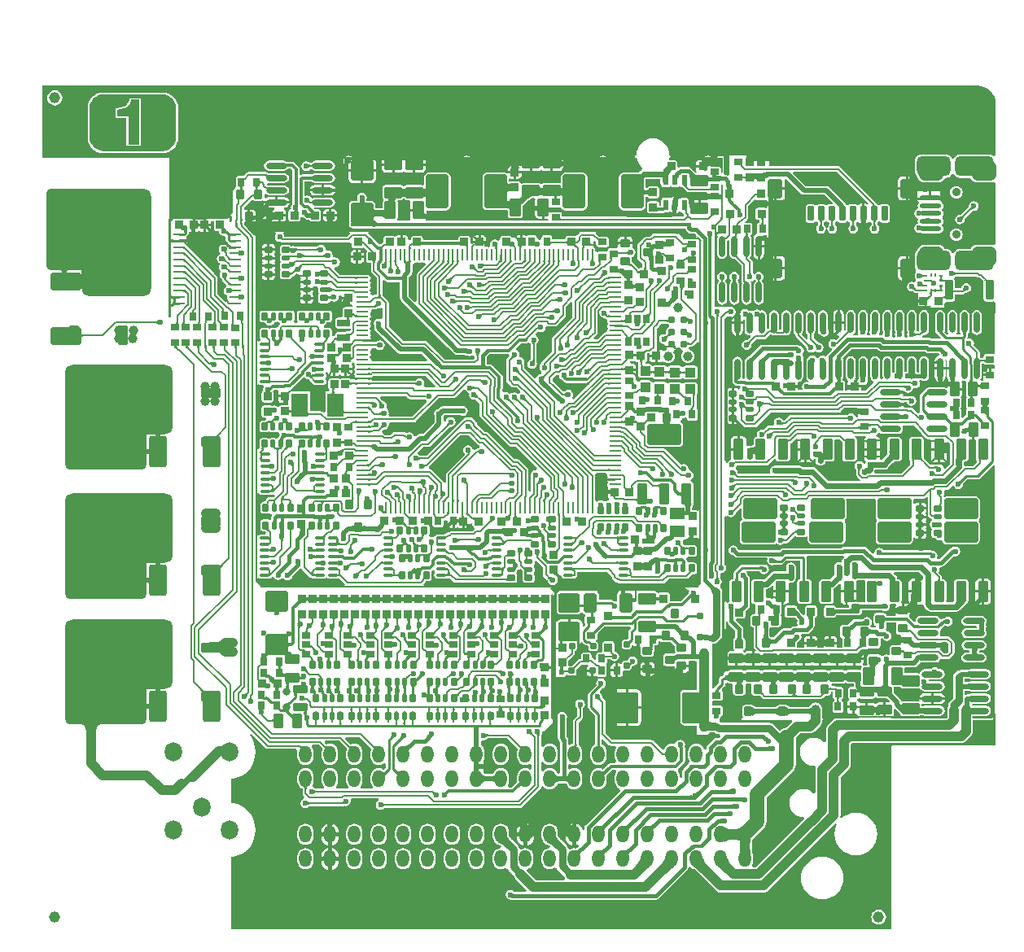
<source format=gtl>
G75*
G70*
%OFA0B0*%
%FSLAX25Y25*%
%IPPOS*%
%LPD*%
%AMOC8*
5,1,8,0,0,1.08239X$1,22.5*
%
%AMM1*
21,1,0.041340,0.070470,0.000000,0.000000,90.000000*
21,1,0.033070,0.078740,0.000000,0.000000,90.000000*
1,1,0.008270,0.035240,0.016540*
1,1,0.008270,0.035240,-0.016540*
1,1,0.008270,-0.035240,-0.016540*
1,1,0.008270,-0.035240,0.016540*
%
%AMM10*
21,1,0.125980,0.056690,0.000000,0.000000,180.000000*
21,1,0.111810,0.070870,0.000000,0.000000,180.000000*
1,1,0.014170,-0.055910,0.028350*
1,1,0.014170,0.055910,0.028350*
1,1,0.014170,0.055910,-0.028350*
1,1,0.014170,-0.055910,-0.028350*
%
%AMM101*
21,1,0.094490,0.111020,0.000000,0.000000,180.000000*
21,1,0.075590,0.129920,0.000000,0.000000,180.000000*
1,1,0.018900,-0.037800,0.055510*
1,1,0.018900,0.037800,0.055510*
1,1,0.018900,0.037800,-0.055510*
1,1,0.018900,-0.037800,-0.055510*
%
%AMM102*
21,1,0.023620,0.018900,0.000000,0.000000,270.000000*
21,1,0.018900,0.023620,0.000000,0.000000,270.000000*
1,1,0.004720,-0.009450,-0.009450*
1,1,0.004720,-0.009450,0.009450*
1,1,0.004720,0.009450,0.009450*
1,1,0.004720,0.009450,-0.009450*
%
%AMM103*
21,1,0.035830,0.026770,0.000000,0.000000,0.000000*
21,1,0.029130,0.033470,0.000000,0.000000,0.000000*
1,1,0.006690,0.014570,-0.013390*
1,1,0.006690,-0.014570,-0.013390*
1,1,0.006690,-0.014570,0.013390*
1,1,0.006690,0.014570,0.013390*
%
%AMM104*
21,1,0.023620,0.018900,0.000000,0.000000,180.000000*
21,1,0.018900,0.023620,0.000000,0.000000,180.000000*
1,1,0.004720,-0.009450,0.009450*
1,1,0.004720,0.009450,0.009450*
1,1,0.004720,0.009450,-0.009450*
1,1,0.004720,-0.009450,-0.009450*
%
%AMM105*
21,1,0.035430,0.030320,0.000000,0.000000,0.000000*
21,1,0.028350,0.037400,0.000000,0.000000,0.000000*
1,1,0.007090,0.014170,-0.015160*
1,1,0.007090,-0.014170,-0.015160*
1,1,0.007090,-0.014170,0.015160*
1,1,0.007090,0.014170,0.015160*
%
%AMM106*
21,1,0.078740,0.070870,0.000000,0.000000,270.000000*
21,1,0.062990,0.086610,0.000000,0.000000,270.000000*
1,1,0.015750,-0.035430,-0.031500*
1,1,0.015750,-0.035430,0.031500*
1,1,0.015750,0.035430,0.031500*
1,1,0.015750,0.035430,-0.031500*
%
%AMM107*
21,1,0.051180,0.068500,0.000000,0.000000,180.000000*
21,1,0.040950,0.078740,0.000000,0.000000,180.000000*
1,1,0.010240,-0.020470,0.034250*
1,1,0.010240,0.020470,0.034250*
1,1,0.010240,0.020470,-0.034250*
1,1,0.010240,-0.020470,-0.034250*
%
%AMM108*
21,1,0.033470,0.026770,0.000000,0.000000,90.000000*
21,1,0.026770,0.033470,0.000000,0.000000,90.000000*
1,1,0.006690,0.013390,0.013390*
1,1,0.006690,0.013390,-0.013390*
1,1,0.006690,-0.013390,-0.013390*
1,1,0.006690,-0.013390,0.013390*
%
%AMM109*
21,1,0.035830,0.026770,0.000000,0.000000,90.000000*
21,1,0.029130,0.033470,0.000000,0.000000,90.000000*
1,1,0.006690,0.013390,0.014570*
1,1,0.006690,0.013390,-0.014570*
1,1,0.006690,-0.013390,-0.014570*
1,1,0.006690,-0.013390,0.014570*
%
%AMM11*
21,1,0.047240,0.015750,0.000000,0.000000,135.000000*
1,1,0.015750,0.016700,-0.016700*
1,1,0.015750,-0.016700,0.016700*
%
%AMM110*
21,1,0.070870,0.036220,0.000000,0.000000,180.000000*
21,1,0.061810,0.045280,0.000000,0.000000,180.000000*
1,1,0.009060,-0.030910,0.018110*
1,1,0.009060,0.030910,0.018110*
1,1,0.009060,0.030910,-0.018110*
1,1,0.009060,-0.030910,-0.018110*
%
%AMM12*
21,1,0.039370,0.007870,0.000000,0.000000,45.000000*
1,1,0.007870,-0.013920,-0.013920*
1,1,0.007870,0.013920,0.013920*
%
%AMM121*
21,1,0.070870,0.036220,0.000000,0.000000,90.000000*
21,1,0.061810,0.045280,0.000000,0.000000,90.000000*
1,1,0.009060,0.018110,0.030910*
1,1,0.009060,0.018110,-0.030910*
1,1,0.009060,-0.018110,-0.030910*
1,1,0.009060,-0.018110,0.030910*
%
%AMM122*
21,1,0.086610,0.073230,0.000000,0.000000,90.000000*
21,1,0.069290,0.090550,0.000000,0.000000,90.000000*
1,1,0.017320,0.036610,0.034650*
1,1,0.017320,0.036610,-0.034650*
1,1,0.017320,-0.036610,-0.034650*
1,1,0.017320,-0.036610,0.034650*
%
%AMM123*
21,1,0.021650,0.038980,0.000000,0.000000,0.000000*
21,1,0.017320,0.043310,0.000000,0.000000,0.000000*
1,1,0.004330,0.008660,-0.019490*
1,1,0.004330,-0.008660,-0.019490*
1,1,0.004330,-0.008660,0.019490*
1,1,0.004330,0.008660,0.019490*
%
%AMM124*
21,1,0.092520,0.119290,0.000000,0.000000,180.000000*
21,1,0.074020,0.137800,0.000000,0.000000,180.000000*
1,1,0.018500,-0.037010,0.059650*
1,1,0.018500,0.037010,0.059650*
1,1,0.018500,0.037010,-0.059650*
1,1,0.018500,-0.037010,-0.059650*
%
%AMM129*
21,1,0.078740,0.045670,0.000000,0.000000,270.000000*
21,1,0.067320,0.057090,0.000000,0.000000,270.000000*
1,1,0.011420,-0.022840,-0.033660*
1,1,0.011420,-0.022840,0.033660*
1,1,0.011420,0.022840,0.033660*
1,1,0.011420,0.022840,-0.033660*
%
%AMM13*
21,1,0.003940,0.007870,0.000000,0.000000,135.000000*
1,1,0.007870,0.001390,-0.001390*
1,1,0.007870,-0.001390,0.001390*
%
%AMM130*
21,1,0.059060,0.020470,0.000000,0.000000,270.000000*
21,1,0.053940,0.025590,0.000000,0.000000,270.000000*
1,1,0.005120,-0.010240,-0.026970*
1,1,0.005120,-0.010240,0.026970*
1,1,0.005120,0.010240,0.026970*
1,1,0.005120,0.010240,-0.026970*
%
%AMM133*
21,1,0.070870,0.036220,0.000000,0.000000,270.000000*
21,1,0.061810,0.045280,0.000000,0.000000,270.000000*
1,1,0.009060,-0.018110,-0.030910*
1,1,0.009060,-0.018110,0.030910*
1,1,0.009060,0.018110,0.030910*
1,1,0.009060,0.018110,-0.030910*
%
%AMM134*
21,1,0.035430,0.030320,0.000000,0.000000,90.000000*
21,1,0.028350,0.037400,0.000000,0.000000,90.000000*
1,1,0.007090,0.015160,0.014170*
1,1,0.007090,0.015160,-0.014170*
1,1,0.007090,-0.015160,-0.014170*
1,1,0.007090,-0.015160,0.014170*
%
%AMM135*
21,1,0.043310,0.075980,0.000000,0.000000,180.000000*
21,1,0.034650,0.084650,0.000000,0.000000,180.000000*
1,1,0.008660,-0.017320,0.037990*
1,1,0.008660,0.017320,0.037990*
1,1,0.008660,0.017320,-0.037990*
1,1,0.008660,-0.017320,-0.037990*
%
%AMM136*
21,1,0.043310,0.075990,0.000000,0.000000,180.000000*
21,1,0.034650,0.084650,0.000000,0.000000,180.000000*
1,1,0.008660,-0.017320,0.037990*
1,1,0.008660,0.017320,0.037990*
1,1,0.008660,0.017320,-0.037990*
1,1,0.008660,-0.017320,-0.037990*
%
%AMM137*
21,1,0.137800,0.067720,0.000000,0.000000,180.000000*
21,1,0.120870,0.084650,0.000000,0.000000,180.000000*
1,1,0.016930,-0.060430,0.033860*
1,1,0.016930,0.060430,0.033860*
1,1,0.016930,0.060430,-0.033860*
1,1,0.016930,-0.060430,-0.033860*
%
%AMM138*
21,1,0.039370,0.049210,0.000000,0.000000,0.000000*
21,1,0.031500,0.057090,0.000000,0.000000,0.000000*
1,1,0.007870,0.015750,-0.024610*
1,1,0.007870,-0.015750,-0.024610*
1,1,0.007870,-0.015750,0.024610*
1,1,0.007870,0.015750,0.024610*
%
%AMM14*
21,1,0.087800,0.007870,0.000000,0.000000,45.000000*
1,1,0.007870,-0.031040,-0.031040*
1,1,0.007870,0.031040,0.031040*
%
%AMM145*
21,1,0.033470,0.026770,0.000000,0.000000,0.000000*
21,1,0.026770,0.033470,0.000000,0.000000,0.000000*
1,1,0.006690,0.013390,-0.013390*
1,1,0.006690,-0.013390,-0.013390*
1,1,0.006690,-0.013390,0.013390*
1,1,0.006690,0.013390,0.013390*
%
%AMM15*
21,1,0.031500,0.007870,0.000000,0.000000,315.000000*
1,1,0.007870,-0.011140,0.011140*
1,1,0.007870,0.011140,-0.011140*
%
%AMM16*
21,1,0.009840,0.017720,0.000000,0.000000,180.000000*
21,1,0.000000,0.027560,0.000000,0.000000,180.000000*
1,1,0.009840,0.000000,0.008860*
1,1,0.009840,0.000000,0.008860*
1,1,0.009840,0.000000,-0.008860*
1,1,0.009840,0.000000,-0.008860*
%
%AMM17*
21,1,0.007870,1.416930,0.000000,0.000000,180.000000*
21,1,0.000000,1.424800,0.000000,0.000000,180.000000*
1,1,0.007870,0.000000,0.708470*
1,1,0.007870,0.000000,0.708470*
1,1,0.007870,0.000000,-0.708470*
1,1,0.007870,0.000000,-0.708470*
%
%AMM18*
21,1,0.007870,1.787400,0.000000,0.000000,270.000000*
21,1,0.000000,1.795280,0.000000,0.000000,270.000000*
1,1,0.007870,-0.893700,0.000000*
1,1,0.007870,-0.893700,0.000000*
1,1,0.007870,0.893700,0.000000*
1,1,0.007870,0.893700,0.000000*
%
%AMM19*
21,1,0.007870,1.405510,0.000000,0.000000,180.000000*
21,1,0.000000,1.413390,0.000000,0.000000,180.000000*
1,1,0.007870,0.000000,0.702760*
1,1,0.007870,0.000000,0.702760*
1,1,0.007870,0.000000,-0.702760*
1,1,0.007870,0.000000,-0.702760*
%
%AMM2*
21,1,0.041340,0.070470,0.000000,0.000000,0.000000*
21,1,0.033070,0.078740,0.000000,0.000000,0.000000*
1,1,0.008270,0.016540,-0.035240*
1,1,0.008270,-0.016540,-0.035240*
1,1,0.008270,-0.016540,0.035240*
1,1,0.008270,0.016540,0.035240*
%
%AMM20*
21,1,0.007870,1.704720,0.000000,0.000000,270.000000*
21,1,0.000000,1.712600,0.000000,0.000000,270.000000*
1,1,0.007870,-0.852360,0.000000*
1,1,0.007870,-0.852360,0.000000*
1,1,0.007870,0.852360,0.000000*
1,1,0.007870,0.852360,0.000000*
%
%AMM21*
21,1,0.007870,0.023620,0.000000,0.000000,315.000000*
21,1,0.000000,0.031500,0.000000,0.000000,315.000000*
1,1,0.007870,-0.008350,-0.008350*
1,1,0.007870,-0.008350,-0.008350*
1,1,0.007870,0.008350,0.008350*
1,1,0.007870,0.008350,0.008350*
%
%AMM22*
21,1,0.007870,0.055120,0.000000,0.000000,270.000000*
21,1,0.000000,0.062990,0.000000,0.000000,270.000000*
1,1,0.007870,-0.027560,0.000000*
1,1,0.007870,-0.027560,0.000000*
1,1,0.007870,0.027560,0.000000*
1,1,0.007870,0.027560,0.000000*
%
%AMM23*
21,1,0.007870,0.039370,0.000000,0.000000,45.000000*
21,1,0.000000,0.047240,0.000000,0.000000,45.000000*
1,1,0.007870,0.013920,-0.013920*
1,1,0.007870,0.013920,-0.013920*
1,1,0.007870,-0.013920,0.013920*
1,1,0.007870,-0.013920,0.013920*
%
%AMM24*
21,1,0.007870,0.013780,0.000000,0.000000,45.000000*
21,1,0.000000,0.021650,0.000000,0.000000,45.000000*
1,1,0.007870,0.004870,-0.004870*
1,1,0.007870,0.004870,-0.004870*
1,1,0.007870,-0.004870,0.004870*
1,1,0.007870,-0.004870,0.004870*
%
%AMM25*
21,1,0.007870,0.014960,0.000000,0.000000,135.000000*
21,1,0.000000,0.022840,0.000000,0.000000,135.000000*
1,1,0.007870,0.005290,0.005290*
1,1,0.007870,0.005290,0.005290*
1,1,0.007870,-0.005290,-0.005290*
1,1,0.007870,-0.005290,-0.005290*
%
%AMM26*
21,1,0.007870,0.029130,0.000000,0.000000,225.000000*
21,1,0.000000,0.037010,0.000000,0.000000,225.000000*
1,1,0.007870,-0.010300,0.010300*
1,1,0.007870,-0.010300,0.010300*
1,1,0.007870,0.010300,-0.010300*
1,1,0.007870,0.010300,-0.010300*
%
%AMM27*
21,1,0.015750,0.009840,0.000000,0.000000,45.000000*
1,1,0.009840,-0.005570,-0.005570*
1,1,0.009840,0.005570,0.005570*
%
%AMM28*
21,1,0.438980,0.226770,0.000000,0.000000,180.000000*
21,1,0.382280,0.283470,0.000000,0.000000,180.000000*
1,1,0.056690,-0.191140,0.113390*
1,1,0.056690,0.191140,0.113390*
1,1,0.056690,0.191140,-0.113390*
1,1,0.056690,-0.191140,-0.113390*
%
%AMM29*
21,1,0.332680,0.149610,0.000000,0.000000,180.000000*
21,1,0.295280,0.187010,0.000000,0.000000,180.000000*
1,1,0.037400,-0.147640,0.074800*
1,1,0.037400,0.147640,0.074800*
1,1,0.037400,0.147640,-0.074800*
1,1,0.037400,-0.147640,-0.074800*
%
%AMM3*
21,1,0.080710,0.097440,0.000000,0.000000,270.000000*
21,1,0.040350,0.137800,0.000000,0.000000,270.000000*
1,1,0.040350,-0.048720,-0.020180*
1,1,0.040350,-0.048720,0.020180*
1,1,0.040350,0.048720,0.020180*
1,1,0.040350,0.048720,-0.020180*
%
%AMM30*
21,1,0.438980,0.226770,0.000000,0.000000,90.000000*
21,1,0.382280,0.283470,0.000000,0.000000,90.000000*
1,1,0.056690,0.113390,0.191140*
1,1,0.056690,0.113390,-0.191140*
1,1,0.056690,-0.113390,-0.191140*
1,1,0.056690,-0.113390,0.191140*
%
%AMM31*
21,1,0.332680,0.149610,0.000000,0.000000,90.000000*
21,1,0.295280,0.187010,0.000000,0.000000,90.000000*
1,1,0.037400,0.074800,0.147640*
1,1,0.037400,0.074800,-0.147640*
1,1,0.037400,-0.074800,-0.147640*
1,1,0.037400,-0.074800,0.147640*
%
%AMM32*
21,1,0.007870,0.041340,0.000000,0.000000,0.000000*
21,1,0.000000,0.049210,0.000000,0.000000,0.000000*
1,1,0.007870,0.000000,-0.020670*
1,1,0.007870,0.000000,-0.020670*
1,1,0.007870,0.000000,0.020670*
1,1,0.007870,0.000000,0.020670*
%
%AMM33*
21,1,0.009840,0.919290,0.000000,0.000000,90.000000*
21,1,0.000000,0.929130,0.000000,0.000000,90.000000*
1,1,0.009840,0.459650,0.000000*
1,1,0.009840,0.459650,0.000000*
1,1,0.009840,-0.459650,0.000000*
1,1,0.009840,-0.459650,0.000000*
%
%AMM34*
21,1,0.007870,0.503940,0.000000,0.000000,180.000000*
21,1,0.000000,0.511810,0.000000,0.000000,180.000000*
1,1,0.007870,0.000000,0.251970*
1,1,0.007870,0.000000,0.251970*
1,1,0.007870,0.000000,-0.251970*
1,1,0.007870,0.000000,-0.251970*
%
%AMM4*
21,1,0.080710,0.117130,0.000000,0.000000,270.000000*
21,1,0.040350,0.157480,0.000000,0.000000,270.000000*
1,1,0.040350,-0.058560,-0.020180*
1,1,0.040350,-0.058560,0.020180*
1,1,0.040350,0.058560,0.020180*
1,1,0.040350,0.058560,-0.020180*
%
%AMM5*
21,1,0.078740,0.059060,0.000000,0.000000,90.000000*
21,1,0.039370,0.098430,0.000000,0.000000,90.000000*
1,1,0.039370,0.029530,0.019680*
1,1,0.039370,0.029530,-0.019680*
1,1,0.039370,-0.029530,-0.019680*
1,1,0.039370,-0.029530,0.019680*
%
%AMM55*
21,1,0.043310,0.075980,0.000000,0.000000,0.000000*
21,1,0.034650,0.084650,0.000000,0.000000,0.000000*
1,1,0.008660,0.017320,-0.037990*
1,1,0.008660,-0.017320,-0.037990*
1,1,0.008660,-0.017320,0.037990*
1,1,0.008660,0.017320,0.037990*
%
%AMM56*
21,1,0.043310,0.075990,0.000000,0.000000,0.000000*
21,1,0.034650,0.084650,0.000000,0.000000,0.000000*
1,1,0.008660,0.017320,-0.037990*
1,1,0.008660,-0.017320,-0.037990*
1,1,0.008660,-0.017320,0.037990*
1,1,0.008660,0.017320,0.037990*
%
%AMM57*
21,1,0.137800,0.067720,0.000000,0.000000,0.000000*
21,1,0.120870,0.084650,0.000000,0.000000,0.000000*
1,1,0.016930,0.060430,-0.033860*
1,1,0.016930,-0.060430,-0.033860*
1,1,0.016930,-0.060430,0.033860*
1,1,0.016930,0.060430,0.033860*
%
%AMM58*
21,1,0.025590,0.026380,0.000000,0.000000,90.000000*
21,1,0.020470,0.031500,0.000000,0.000000,90.000000*
1,1,0.005120,0.013190,0.010240*
1,1,0.005120,0.013190,-0.010240*
1,1,0.005120,-0.013190,-0.010240*
1,1,0.005120,-0.013190,0.010240*
%
%AMM59*
21,1,0.017720,0.027950,0.000000,0.000000,90.000000*
21,1,0.014170,0.031500,0.000000,0.000000,90.000000*
1,1,0.003540,0.013980,0.007090*
1,1,0.003540,0.013980,-0.007090*
1,1,0.003540,-0.013980,-0.007090*
1,1,0.003540,-0.013980,0.007090*
%
%AMM6*
21,1,0.033470,0.026770,0.000000,0.000000,180.000000*
21,1,0.026770,0.033470,0.000000,0.000000,180.000000*
1,1,0.006690,-0.013390,0.013390*
1,1,0.006690,0.013390,0.013390*
1,1,0.006690,0.013390,-0.013390*
1,1,0.006690,-0.013390,-0.013390*
%
%AMM60*
21,1,0.033470,0.026770,0.000000,0.000000,270.000000*
21,1,0.026770,0.033470,0.000000,0.000000,270.000000*
1,1,0.006690,-0.013390,-0.013390*
1,1,0.006690,-0.013390,0.013390*
1,1,0.006690,0.013390,0.013390*
1,1,0.006690,0.013390,-0.013390*
%
%AMM61*
21,1,0.039370,0.035430,0.000000,0.000000,270.000000*
21,1,0.031500,0.043310,0.000000,0.000000,270.000000*
1,1,0.007870,-0.017720,-0.015750*
1,1,0.007870,-0.017720,0.015750*
1,1,0.007870,0.017720,0.015750*
1,1,0.007870,0.017720,-0.015750*
%
%AMM62*
21,1,0.027560,0.030710,0.000000,0.000000,180.000000*
21,1,0.022050,0.036220,0.000000,0.000000,180.000000*
1,1,0.005510,-0.011020,0.015350*
1,1,0.005510,0.011020,0.015350*
1,1,0.005510,0.011020,-0.015350*
1,1,0.005510,-0.011020,-0.015350*
%
%AMM63*
21,1,0.027560,0.030710,0.000000,0.000000,90.000000*
21,1,0.022050,0.036220,0.000000,0.000000,90.000000*
1,1,0.005510,0.015350,0.011020*
1,1,0.005510,0.015350,-0.011020*
1,1,0.005510,-0.015350,-0.011020*
1,1,0.005510,-0.015350,0.011020*
%
%AMM64*
21,1,0.035430,0.030320,0.000000,0.000000,270.000000*
21,1,0.028350,0.037400,0.000000,0.000000,270.000000*
1,1,0.007090,-0.015160,-0.014170*
1,1,0.007090,-0.015160,0.014170*
1,1,0.007090,0.015160,0.014170*
1,1,0.007090,0.015160,-0.014170*
%
%AMM65*
21,1,0.023620,0.030710,0.000000,0.000000,180.000000*
21,1,0.018900,0.035430,0.000000,0.000000,180.000000*
1,1,0.004720,-0.009450,0.015350*
1,1,0.004720,0.009450,0.015350*
1,1,0.004720,0.009450,-0.015350*
1,1,0.004720,-0.009450,-0.015350*
%
%AMM66*
21,1,0.025590,0.026380,0.000000,0.000000,0.000000*
21,1,0.020470,0.031500,0.000000,0.000000,0.000000*
1,1,0.005120,0.010240,-0.013190*
1,1,0.005120,-0.010240,-0.013190*
1,1,0.005120,-0.010240,0.013190*
1,1,0.005120,0.010240,0.013190*
%
%AMM67*
21,1,0.017720,0.027950,0.000000,0.000000,0.000000*
21,1,0.014170,0.031500,0.000000,0.000000,0.000000*
1,1,0.003540,0.007090,-0.013980*
1,1,0.003540,-0.007090,-0.013980*
1,1,0.003540,-0.007090,0.013980*
1,1,0.003540,0.007090,0.013980*
%
%AMM68*
21,1,0.035830,0.026770,0.000000,0.000000,270.000000*
21,1,0.029130,0.033470,0.000000,0.000000,270.000000*
1,1,0.006690,-0.013390,-0.014570*
1,1,0.006690,-0.013390,0.014570*
1,1,0.006690,0.013390,0.014570*
1,1,0.006690,0.013390,-0.014570*
%
%AMM69*
21,1,0.035430,0.030320,0.000000,0.000000,180.000000*
21,1,0.028350,0.037400,0.000000,0.000000,180.000000*
1,1,0.007090,-0.014170,0.015160*
1,1,0.007090,0.014170,0.015160*
1,1,0.007090,0.014170,-0.015160*
1,1,0.007090,-0.014170,-0.015160*
%
%AMM7*
21,1,0.125980,0.056690,0.000000,0.000000,270.000000*
21,1,0.111810,0.070870,0.000000,0.000000,270.000000*
1,1,0.014170,-0.028350,-0.055910*
1,1,0.014170,-0.028350,0.055910*
1,1,0.014170,0.028350,0.055910*
1,1,0.014170,0.028350,-0.055910*
%
%AMM70*
21,1,0.027560,0.049610,0.000000,0.000000,270.000000*
21,1,0.022050,0.055120,0.000000,0.000000,270.000000*
1,1,0.005510,-0.024800,-0.011020*
1,1,0.005510,-0.024800,0.011020*
1,1,0.005510,0.024800,0.011020*
1,1,0.005510,0.024800,-0.011020*
%
%AMM71*
21,1,0.035830,0.026770,0.000000,0.000000,180.000000*
21,1,0.029130,0.033470,0.000000,0.000000,180.000000*
1,1,0.006690,-0.014570,0.013390*
1,1,0.006690,0.014570,0.013390*
1,1,0.006690,0.014570,-0.013390*
1,1,0.006690,-0.014570,-0.013390*
%
%AMM8*
21,1,0.031500,0.072440,0.000000,0.000000,180.000000*
21,1,0.025200,0.078740,0.000000,0.000000,180.000000*
1,1,0.006300,-0.012600,0.036220*
1,1,0.006300,0.012600,0.036220*
1,1,0.006300,0.012600,-0.036220*
1,1,0.006300,-0.012600,-0.036220*
%
%AMM89*
21,1,0.035430,0.050000,0.000000,0.000000,270.000000*
21,1,0.028350,0.057090,0.000000,0.000000,270.000000*
1,1,0.007090,-0.025000,-0.014170*
1,1,0.007090,-0.025000,0.014170*
1,1,0.007090,0.025000,0.014170*
1,1,0.007090,0.025000,-0.014170*
%
%AMM9*
21,1,0.027560,0.030710,0.000000,0.000000,270.000000*
21,1,0.022050,0.036220,0.000000,0.000000,270.000000*
1,1,0.005510,-0.015350,-0.011020*
1,1,0.005510,-0.015350,0.011020*
1,1,0.005510,0.015350,0.011020*
1,1,0.005510,0.015350,-0.011020*
%
%AMM90*
21,1,0.086610,0.073230,0.000000,0.000000,270.000000*
21,1,0.069290,0.090550,0.000000,0.000000,270.000000*
1,1,0.017320,-0.036610,-0.034650*
1,1,0.017320,-0.036610,0.034650*
1,1,0.017320,0.036610,0.034650*
1,1,0.017320,0.036610,-0.034650*
%
%AMM91*
21,1,0.039370,0.049210,0.000000,0.000000,180.000000*
21,1,0.031500,0.057090,0.000000,0.000000,180.000000*
1,1,0.007870,-0.015750,0.024610*
1,1,0.007870,0.015750,0.024610*
1,1,0.007870,0.015750,-0.024610*
1,1,0.007870,-0.015750,-0.024610*
%
%AMM92*
21,1,0.023620,0.030710,0.000000,0.000000,90.000000*
21,1,0.018900,0.035430,0.000000,0.000000,90.000000*
1,1,0.004720,0.015350,0.009450*
1,1,0.004720,0.015350,-0.009450*
1,1,0.004720,-0.015350,-0.009450*
1,1,0.004720,-0.015350,0.009450*
%
%AMM93*
21,1,0.027560,0.030710,0.000000,0.000000,0.000000*
21,1,0.022050,0.036220,0.000000,0.000000,0.000000*
1,1,0.005510,0.011020,-0.015350*
1,1,0.005510,-0.011020,-0.015350*
1,1,0.005510,-0.011020,0.015350*
1,1,0.005510,0.011020,0.015350*
%
%AMM94*
21,1,0.039370,0.049210,0.000000,0.000000,90.000000*
21,1,0.031500,0.057090,0.000000,0.000000,90.000000*
1,1,0.007870,0.024610,0.015750*
1,1,0.007870,0.024610,-0.015750*
1,1,0.007870,-0.024610,-0.015750*
1,1,0.007870,-0.024610,0.015750*
%
%ADD100R,0.01968X0.01968*%
%ADD105O,0.01968X0.50000*%
%ADD107O,0.01968X0.11811*%
%ADD109O,0.19685X0.01575*%
%ADD11O,0.05118X0.00866*%
%ADD110R,0.03937X0.11811*%
%ADD112M27*%
%ADD114C,0.02756*%
%ADD117R,0.05906X0.05118*%
%ADD118M67*%
%ADD12M33*%
%ADD120C,0.00787*%
%ADD123O,0.00787X0.16732*%
%ADD126O,0.00787X0.12205*%
%ADD127M107*%
%ADD128O,0.03937X0.05906*%
%ADD129C,0.02362*%
%ADD130O,0.01575X0.28347*%
%ADD131C,0.05118*%
%ADD133M17*%
%ADD134O,0.07087X0.07874*%
%ADD135C,0.04535*%
%ADD136M1*%
%ADD137M70*%
%ADD138C,0.01378*%
%ADD14C,0.03100*%
%ADD140M56*%
%ADD141O,0.06693X0.00787*%
%ADD144M30*%
%ADD146M14*%
%ADD148O,0.00787X0.22323*%
%ADD15M61*%
%ADD150M26*%
%ADD153C,0.03937*%
%ADD156O,0.01968X0.00984*%
%ADD159O,0.04724X0.01968*%
%ADD160M93*%
%ADD164M71*%
%ADD166M68*%
%ADD167M58*%
%ADD168M137*%
%ADD169O,0.00787X0.56693*%
%ADD17M55*%
%ADD171M130*%
%ADD173O,0.00787X0.34744*%
%ADD174M104*%
%ADD175M90*%
%ADD178M102*%
%ADD18R,0.01378X0.00984*%
%ADD180M31*%
%ADD181M63*%
%ADD182M15*%
%ADD184M9*%
%ADD185O,0.08661X0.02362*%
%ADD186M25*%
%ADD189M106*%
%ADD19M94*%
%ADD191O,0.02362X0.08661*%
%ADD192M122*%
%ADD193M65*%
%ADD194M110*%
%ADD196M64*%
%ADD200O,1.18110X0.01575*%
%ADD201O,0.01968X0.03937*%
%ADD202O,0.20669X0.00787*%
%ADD205O,0.05118X0.07087*%
%ADD207O,0.00787X0.01575*%
%ADD21M19*%
%ADD211O,0.00787X0.36221*%
%ADD214M7*%
%ADD217M32*%
%ADD218O,0.43701X0.00787*%
%ADD220M121*%
%ADD221M12*%
%ADD223M8*%
%ADD227M24*%
%ADD228O,0.38583X0.01575*%
%ADD23M133*%
%ADD231O,0.00787X1.01772*%
%ADD233O,0.03150X0.02362*%
%ADD235R,0.06693X0.09449*%
%ADD236O,0.00984X0.01968*%
%ADD240C,0.00984*%
%ADD242O,0.04961X0.00984*%
%ADD243O,0.25591X0.00787*%
%ADD244C,0.03150*%
%ADD245M6*%
%ADD247M23*%
%ADD248O,0.03937X0.34429*%
%ADD249M103*%
%ADD251O,0.54331X0.00787*%
%ADD252M13*%
%ADD257O,0.00787X0.33071*%
%ADD258M59*%
%ADD26C,0.01575*%
%ADD260M145*%
%ADD262M91*%
%ADD264O,0.00984X0.40158*%
%ADD265M62*%
%ADD266O,1.39370X0.01575*%
%ADD267R,0.07874X0.03937*%
%ADD268M18*%
%ADD269O,0.00787X0.16339*%
%ADD270M135*%
%ADD273C,0.01968*%
%ADD274O,0.00787X0.26772*%
%ADD275O,0.00787X0.14173*%
%ADD276M134*%
%ADD277M136*%
%ADD278M66*%
%ADD279M109*%
%ADD28M123*%
%ADD281R,0.11811X0.03937*%
%ADD284M22*%
%ADD286O,0.03937X0.01968*%
%ADD287O,0.22835X0.00984*%
%ADD29M89*%
%ADD292O,0.00866X0.05118*%
%ADD293M34*%
%ADD294M10*%
%ADD295O,0.68504X0.01575*%
%ADD296O,0.44587X0.00787*%
%ADD298O,0.35433X0.01575*%
%ADD30M108*%
%ADD302M57*%
%ADD303C,0.03900*%
%ADD32M5*%
%ADD34M21*%
%ADD36R,0.03937X0.07874*%
%ADD39R,0.00984X0.01378*%
%ADD40M69*%
%ADD41C,0.03543*%
%ADD42O,0.04331X0.01181*%
%ADD43M11*%
%ADD46C,0.05906*%
%ADD47M29*%
%ADD50O,0.01968X0.44882*%
%ADD51M105*%
%ADD54M28*%
%ADD56O,1.01181X0.00787*%
%ADD60M101*%
%ADD61M124*%
%ADD63M60*%
%ADD65C,0.01181*%
%ADD66M3*%
%ADD67O,0.00787X0.01968*%
%ADD69O,0.01575X0.21260*%
%ADD70O,0.56890X0.01968*%
%ADD72M129*%
%ADD75M16*%
%ADD76M4*%
%ADD78M20*%
%ADD79O,0.08858X0.01968*%
%ADD82O,0.00787X0.28543*%
%ADD87M138*%
%ADD94M2*%
%ADD95O,0.00787X0.02756*%
%ADD99M92*%
X0000000Y0000000D02*
G01*
G75*
G36*
X0384921Y0345905D02*
X0386322Y0345481D01*
X0387613Y0344791D01*
X0388744Y0343862D01*
X0389673Y0342731D01*
X0390363Y0341440D01*
X0390787Y0340039D01*
X0390927Y0338619D01*
X0390912Y0338583D01*
X0390912Y0317391D01*
X0390180Y0317125D01*
X0390125Y0317118D01*
X0389550Y0317559D01*
X0388868Y0317841D01*
X0388136Y0317938D01*
X0376423Y0317938D01*
X0375691Y0317841D01*
X0375009Y0317559D01*
X0374423Y0317109D01*
X0373973Y0316523D01*
X0373847Y0316220D01*
X0372995Y0316220D01*
X0372870Y0316523D01*
X0372420Y0317109D01*
X0371834Y0317559D01*
X0371152Y0317841D01*
X0370419Y0317938D01*
X0360675Y0317938D01*
X0359943Y0317841D01*
X0359261Y0317559D01*
X0358675Y0317109D01*
X0358225Y0316523D01*
X0357942Y0315841D01*
X0357846Y0315108D01*
X0357846Y0311073D01*
X0357942Y0310341D01*
X0358225Y0309658D01*
X0358675Y0309072D01*
X0358962Y0308852D01*
X0359004Y0308533D01*
X0359282Y0307862D01*
X0359723Y0307287D01*
X0360299Y0306845D01*
X0360970Y0306567D01*
X0361689Y0306472D01*
X0367595Y0306472D01*
X0368314Y0306567D01*
X0368984Y0306845D01*
X0369560Y0307287D01*
X0370002Y0307862D01*
X0370160Y0308244D01*
X0370419Y0308244D01*
X0371152Y0308340D01*
X0371834Y0308623D01*
X0372420Y0309072D01*
X0372870Y0309658D01*
X0372995Y0309961D01*
X0373847Y0309961D01*
X0373973Y0309658D01*
X0374423Y0309072D01*
X0375009Y0308623D01*
X0375691Y0308340D01*
X0376423Y0308244D01*
X0380580Y0308244D01*
X0380738Y0307862D01*
X0381180Y0307287D01*
X0381756Y0306845D01*
X0382426Y0306567D01*
X0383146Y0306472D01*
X0389051Y0306472D01*
X0389771Y0306567D01*
X0390125Y0306714D01*
X0390912Y0306287D01*
X0390912Y0281114D01*
X0390125Y0280688D01*
X0389771Y0280835D01*
X0389051Y0280929D01*
X0383146Y0280929D01*
X0382426Y0280835D01*
X0381756Y0280557D01*
X0381180Y0280115D01*
X0380738Y0279539D01*
X0380580Y0279158D01*
X0376423Y0279158D01*
X0375691Y0279062D01*
X0375009Y0278779D01*
X0374423Y0278329D01*
X0373973Y0277744D01*
X0373847Y0277440D01*
X0372995Y0277440D01*
X0372870Y0277744D01*
X0372420Y0278329D01*
X0371834Y0278779D01*
X0371152Y0279062D01*
X0370419Y0279158D01*
X0370160Y0279158D01*
X0370002Y0279539D01*
X0369560Y0280115D01*
X0368984Y0280557D01*
X0368314Y0280835D01*
X0367595Y0280929D01*
X0361689Y0280929D01*
X0360970Y0280835D01*
X0360299Y0280557D01*
X0359723Y0280115D01*
X0359282Y0279539D01*
X0359004Y0278869D01*
X0358962Y0278550D01*
X0358675Y0278329D01*
X0358225Y0277744D01*
X0357942Y0277061D01*
X0357846Y0276329D01*
X0357846Y0272293D01*
X0357942Y0271561D01*
X0358225Y0270879D01*
X0358348Y0270719D01*
X0358244Y0269737D01*
X0358193Y0269672D01*
X0358128Y0269628D01*
X0357693Y0268977D01*
X0357540Y0268209D01*
X0357693Y0267441D01*
X0358128Y0266790D01*
X0358109Y0265967D01*
X0357461Y0265509D01*
X0357422Y0265535D01*
X0356654Y0265688D01*
X0355886Y0265535D01*
X0355235Y0265100D01*
X0354800Y0264449D01*
X0354647Y0263681D01*
X0354800Y0262913D01*
X0355235Y0262262D01*
X0355886Y0261827D01*
X0356654Y0261674D01*
X0356825Y0261708D01*
X0356840Y0261706D01*
X0356924Y0261712D01*
X0356970Y0261712D01*
X0357008Y0261708D01*
X0357039Y0261702D01*
X0357067Y0261694D01*
X0357092Y0261684D01*
X0357117Y0261672D01*
X0357141Y0261657D01*
X0357444Y0261353D01*
X0357835Y0261092D01*
X0358296Y0261000D01*
X0359055Y0261000D01*
X0359055Y0258182D01*
X0359093Y0258185D01*
X0359213Y0258205D01*
X0359316Y0258232D01*
X0359404Y0258268D01*
X0359476Y0258311D01*
X0359532Y0258362D01*
X0359572Y0258421D01*
X0359596Y0258488D01*
X0359604Y0258563D01*
X0359604Y0256988D01*
X0359596Y0257063D01*
X0359572Y0257130D01*
X0359532Y0257189D01*
X0359476Y0257240D01*
X0359404Y0257283D01*
X0359316Y0257319D01*
X0359213Y0257347D01*
X0359093Y0257366D01*
X0359055Y0257369D01*
X0359055Y0255805D01*
X0364386Y0255805D01*
X0364392Y0255800D01*
X0364083Y0255041D01*
X0364043Y0255012D01*
X0287418Y0255012D01*
X0285051Y0252646D01*
X0284326Y0253034D01*
X0284389Y0253352D01*
X0284236Y0254120D01*
X0283801Y0254771D01*
X0283282Y0255118D01*
X0283344Y0255723D01*
X0283413Y0255905D01*
X0296555Y0255905D01*
X0296555Y0255906D01*
X0296555Y0283858D01*
X0297736Y0283858D01*
X0297835Y0283957D01*
X0298622Y0283818D01*
X0298622Y0257480D01*
X0298524Y0257382D01*
X0353709Y0257382D01*
X0353709Y0267323D01*
X0356303Y0267323D01*
X0356303Y0315654D01*
X0356348Y0315699D01*
X0289321Y0315699D01*
X0288814Y0316277D01*
X0288809Y0317442D01*
X0281988Y0317442D01*
X0281988Y0309465D01*
X0281201Y0309209D01*
X0280831Y0309456D01*
X0280217Y0309578D01*
X0279626Y0310058D01*
X0279626Y0317224D01*
X0277165Y0317224D01*
X0276083Y0316142D01*
X0274978Y0316142D01*
X0274593Y0316719D01*
X0273876Y0317197D01*
X0273031Y0317365D01*
X0272187Y0317197D01*
X0271470Y0316719D01*
X0271085Y0316142D01*
X0257972Y0316142D01*
X0257972Y0317028D01*
X0257579Y0317421D01*
X0257315Y0317712D01*
X0257316Y0317717D01*
X0257187Y0319029D01*
X0256804Y0320290D01*
X0256182Y0321453D01*
X0255346Y0322472D01*
X0254327Y0323308D01*
X0253164Y0323930D01*
X0251903Y0324313D01*
X0250590Y0324442D01*
X0249278Y0324313D01*
X0248017Y0323930D01*
X0246854Y0323308D01*
X0245835Y0322472D01*
X0244999Y0321453D01*
X0244377Y0320290D01*
X0243994Y0319029D01*
X0243865Y0317717D01*
X0243598Y0317421D01*
X0243307Y0317421D01*
X0243307Y0316339D01*
X0243110Y0316142D01*
X0232083Y0316114D01*
X0231679Y0316719D01*
X0230963Y0317197D01*
X0230118Y0317365D01*
X0229273Y0317197D01*
X0228557Y0316719D01*
X0228146Y0316104D01*
X0212697Y0316065D01*
X0212077Y0316073D01*
X0193504Y0316066D01*
X0176210Y0316066D01*
X0175774Y0316719D01*
X0175057Y0317197D01*
X0174213Y0317365D01*
X0173368Y0317197D01*
X0172652Y0316719D01*
X0172215Y0316066D01*
X0127929Y0316066D01*
X0127493Y0316719D01*
X0126777Y0317197D01*
X0125932Y0317365D01*
X0125087Y0317197D01*
X0124371Y0316719D01*
X0123892Y0316002D01*
X0123724Y0315158D01*
X0123892Y0314313D01*
X0124371Y0313596D01*
X0124794Y0313314D01*
X0124707Y0290354D01*
X0124705Y0289665D01*
X0124705Y0289567D01*
X0125827Y0289567D01*
X0126150Y0289173D01*
X0126272Y0288559D01*
X0126620Y0288038D01*
X0127141Y0287690D01*
X0127756Y0287568D01*
X0263761Y0287568D01*
X0263804Y0287351D01*
X0264152Y0286830D01*
X0265011Y0285971D01*
X0265011Y0285971D01*
X0265532Y0285623D01*
X0266146Y0285501D01*
X0266146Y0285501D01*
X0267504Y0285501D01*
X0268556Y0284449D01*
X0268230Y0283662D01*
X0263071Y0283662D01*
X0260315Y0286417D01*
X0089459Y0286417D01*
X0088026Y0284984D01*
X0087896Y0284927D01*
X0087053Y0284903D01*
X0086977Y0284978D01*
X0086939Y0285168D01*
X0086678Y0285559D01*
X0086678Y0285559D01*
X0084606Y0287631D01*
X0084606Y0287854D01*
X0084381Y0287857D01*
X0083230Y0289007D01*
X0083230Y0289055D01*
X0083293Y0289370D01*
X0083293Y0289837D01*
X0083801Y0290345D01*
X0121210Y0290345D01*
X0121210Y0315394D01*
X0078592Y0315394D01*
X0078592Y0294032D01*
X0077557Y0292996D01*
X0078355Y0292198D01*
X0078355Y0290475D01*
X0077605Y0290130D01*
X0077165Y0290469D01*
X0077165Y0291929D01*
X0054236Y0291929D01*
X0053150Y0290843D01*
X0052362Y0291003D01*
X0052362Y0316527D01*
X0000426Y0316527D01*
X0000426Y0346030D01*
X0383465Y0346030D01*
X0383500Y0346045D01*
X0384921Y0345905D01*
D02*
G37*
G36*
X0278463Y0308864D02*
X0278543Y0308842D01*
X0278651Y0308823D01*
X0278786Y0308806D01*
X0279357Y0308771D01*
X0280178Y0308760D01*
X0280178Y0307185D01*
X0279877Y0307184D01*
X0278543Y0307103D01*
X0278463Y0307081D01*
X0278411Y0307057D01*
X0278411Y0308888D01*
X0278463Y0308864D01*
D02*
G37*
G36*
X0279176Y0292566D02*
X0279200Y0292203D01*
X0279214Y0292108D01*
X0279232Y0292027D01*
X0279253Y0291959D01*
X0279277Y0291904D01*
X0279304Y0291863D01*
X0279335Y0291835D01*
X0278002Y0291035D01*
X0278075Y0291092D01*
X0278140Y0291172D01*
X0278198Y0291275D01*
X0278248Y0291399D01*
X0278291Y0291547D01*
X0278325Y0291716D01*
X0278352Y0291908D01*
X0278383Y0292359D01*
X0278387Y0292618D01*
X0279174Y0292714D01*
X0279176Y0292566D01*
D02*
G37*
G36*
X0080468Y0289169D02*
X0080464Y0289140D01*
X0080459Y0289037D01*
X0080451Y0288364D01*
X0079664Y0288251D01*
X0079663Y0288402D01*
X0079629Y0288965D01*
X0079616Y0289038D01*
X0079602Y0289099D01*
X0079586Y0289147D01*
X0079567Y0289183D01*
X0080472Y0289183D01*
X0080468Y0289169D01*
D02*
G37*
G36*
X0274743Y0284688D02*
X0274714Y0284629D01*
X0274689Y0284561D01*
X0274667Y0284485D01*
X0274648Y0284399D01*
X0274633Y0284306D01*
X0274613Y0284092D01*
X0274606Y0283844D01*
X0273425Y0283611D01*
X0273422Y0283738D01*
X0273400Y0283964D01*
X0273380Y0284063D01*
X0273355Y0284153D01*
X0273324Y0284233D01*
X0273288Y0284305D01*
X0273245Y0284367D01*
X0273198Y0284420D01*
X0273144Y0284464D01*
X0274775Y0284739D01*
X0274743Y0284688D01*
D02*
G37*
G36*
X0010244Y0270468D02*
X0010252Y0270382D01*
X0011024Y0270382D01*
X0010874Y0270366D01*
X0010740Y0270319D01*
X0010622Y0270239D01*
X0010520Y0270128D01*
X0010433Y0269985D01*
X0010362Y0269811D01*
X0010355Y0269782D01*
X0010362Y0269754D01*
X0010433Y0269579D01*
X0010520Y0269436D01*
X0010622Y0269325D01*
X0010740Y0269246D01*
X0010874Y0269198D01*
X0011024Y0269182D01*
X0010252Y0269182D01*
X0010244Y0269097D01*
X0010236Y0268795D01*
X0008661Y0268795D01*
X0008654Y0269097D01*
X0008646Y0269182D01*
X0007874Y0269182D01*
X0008024Y0269198D01*
X0008157Y0269246D01*
X0008276Y0269325D01*
X0008378Y0269436D01*
X0008465Y0269579D01*
X0008535Y0269754D01*
X0008543Y0269782D01*
X0008535Y0269811D01*
X0008465Y0269985D01*
X0008378Y0270128D01*
X0008276Y0270239D01*
X0008157Y0270319D01*
X0008024Y0270366D01*
X0007874Y0270382D01*
X0008646Y0270382D01*
X0008654Y0270468D01*
X0008661Y0270769D01*
X0010236Y0270769D01*
X0010244Y0270468D01*
D02*
G37*
G36*
X0373863Y0269839D02*
X0373952Y0269765D01*
X0374043Y0269700D01*
X0374137Y0269644D01*
X0374234Y0269597D01*
X0374333Y0269557D01*
X0374434Y0269527D01*
X0374539Y0269506D01*
X0374646Y0269493D01*
X0374755Y0269488D01*
X0374755Y0268701D01*
X0374646Y0268696D01*
X0374539Y0268684D01*
X0374434Y0268662D01*
X0374333Y0268632D01*
X0374234Y0268593D01*
X0374137Y0268545D01*
X0374043Y0268489D01*
X0373952Y0268424D01*
X0373863Y0268350D01*
X0373777Y0268268D01*
X0373777Y0269921D01*
X0373863Y0269839D01*
D02*
G37*
G36*
X0360507Y0268915D02*
X0360592Y0268839D01*
X0360680Y0268772D01*
X0360771Y0268714D01*
X0360866Y0268665D01*
X0360964Y0268625D01*
X0361065Y0268593D01*
X0361159Y0268573D01*
X0361528Y0268590D01*
X0361528Y0267630D01*
X0361520Y0267656D01*
X0361496Y0267679D01*
X0361457Y0267699D01*
X0361402Y0267717D01*
X0361331Y0267732D01*
X0361244Y0267744D01*
X0361151Y0267751D01*
X0361135Y0267749D01*
X0361030Y0267728D01*
X0360928Y0267699D01*
X0360827Y0267661D01*
X0360729Y0267615D01*
X0360632Y0267561D01*
X0360538Y0267498D01*
X0360446Y0267427D01*
X0360355Y0267348D01*
X0360424Y0269000D01*
X0360507Y0268915D01*
D02*
G37*
G36*
X0016841Y0266600D02*
X0016872Y0266584D01*
X0017025Y0266531D01*
X0017205Y0266490D01*
X0017414Y0266461D01*
X0017650Y0266443D01*
X0017913Y0266437D01*
X0017913Y0264862D01*
X0017650Y0264856D01*
X0017414Y0264839D01*
X0017205Y0264809D01*
X0017025Y0264768D01*
X0016872Y0264715D01*
X0016841Y0264699D01*
X0016841Y0264075D01*
X0016825Y0264224D01*
X0016777Y0264358D01*
X0016698Y0264476D01*
X0016626Y0264543D01*
X0016581Y0264485D01*
X0016539Y0264385D01*
X0016525Y0264273D01*
X0016525Y0264616D01*
X0016444Y0264665D01*
X0016270Y0264736D01*
X0016063Y0264791D01*
X0015825Y0264831D01*
X0015556Y0264854D01*
X0015254Y0264862D01*
X0015254Y0266437D01*
X0015556Y0266445D01*
X0015825Y0266469D01*
X0016063Y0266508D01*
X0016270Y0266563D01*
X0016444Y0266634D01*
X0016525Y0266683D01*
X0016525Y0267026D01*
X0016539Y0266914D01*
X0016581Y0266814D01*
X0016626Y0266756D01*
X0016698Y0266823D01*
X0016777Y0266941D01*
X0016825Y0267075D01*
X0016841Y0267224D01*
X0016841Y0266600D01*
D02*
G37*
G36*
X0369127Y0267622D02*
X0369079Y0267599D01*
X0369037Y0267559D01*
X0369000Y0267504D01*
X0368969Y0267433D01*
X0368943Y0267347D01*
X0368923Y0267244D01*
X0368911Y0267143D01*
X0368923Y0267008D01*
X0368943Y0266905D01*
X0368969Y0266819D01*
X0369000Y0266748D01*
X0369037Y0266693D01*
X0369079Y0266653D01*
X0369127Y0266630D01*
X0369181Y0266622D01*
X0367827Y0266622D01*
X0367881Y0266630D01*
X0367929Y0266653D01*
X0367971Y0266693D01*
X0368008Y0266748D01*
X0368039Y0266819D01*
X0368065Y0266905D01*
X0368085Y0267008D01*
X0368097Y0267109D01*
X0368085Y0267244D01*
X0368065Y0267347D01*
X0368039Y0267433D01*
X0368008Y0267504D01*
X0367971Y0267559D01*
X0367929Y0267599D01*
X0367881Y0267622D01*
X0367827Y0267630D01*
X0369181Y0267630D01*
X0369127Y0267622D01*
D02*
G37*
G36*
X0362890Y0266605D02*
X0362913Y0266591D01*
X0362953Y0266578D01*
X0363008Y0266567D01*
X0363079Y0266557D01*
X0363268Y0266543D01*
X0363669Y0266535D01*
X0363669Y0265748D01*
X0363520Y0265747D01*
X0363008Y0265717D01*
X0362953Y0265706D01*
X0362913Y0265693D01*
X0362890Y0265678D01*
X0362882Y0265662D01*
X0362882Y0266622D01*
X0362890Y0266605D01*
D02*
G37*
G36*
X0387357Y0266667D02*
X0387624Y0266443D01*
X0387747Y0266359D01*
X0387862Y0266293D01*
X0387970Y0266245D01*
X0388070Y0266215D01*
X0388162Y0266205D01*
X0388248Y0266212D01*
X0388325Y0266238D01*
X0386830Y0265530D01*
X0386891Y0265572D01*
X0386927Y0265630D01*
X0386936Y0265702D01*
X0386921Y0265788D01*
X0386879Y0265890D01*
X0386812Y0266006D01*
X0386719Y0266137D01*
X0386600Y0266283D01*
X0386286Y0266618D01*
X0387212Y0266807D01*
X0387357Y0266667D01*
D02*
G37*
G36*
X0369189Y0266605D02*
X0369213Y0266589D01*
X0369252Y0266576D01*
X0369307Y0266564D01*
X0369378Y0266554D01*
X0369567Y0266540D01*
X0369968Y0266531D01*
X0369968Y0266529D01*
X0370020Y0266529D01*
X0371044Y0266461D01*
X0371108Y0266430D01*
X0371094Y0266393D01*
X0371004Y0266351D01*
X0370836Y0266303D01*
X0370591Y0266250D01*
X0370295Y0265350D01*
X0370310Y0265425D01*
X0370304Y0265492D01*
X0370277Y0265551D01*
X0370229Y0265602D01*
X0370160Y0265646D01*
X0370069Y0265681D01*
X0369957Y0265708D01*
X0369825Y0265728D01*
X0369720Y0265736D01*
X0369252Y0265704D01*
X0369213Y0265691D01*
X0369189Y0265677D01*
X0369181Y0265662D01*
X0369181Y0266622D01*
X0369189Y0266605D01*
D02*
G37*
G36*
X0361406Y0264478D02*
X0360876Y0263895D01*
X0360675Y0264037D01*
X0360917Y0264903D01*
X0361406Y0264478D01*
D02*
G37*
G36*
X0369127Y0263685D02*
X0369079Y0263662D01*
X0369037Y0263622D01*
X0369000Y0263567D01*
X0368969Y0263496D01*
X0368943Y0263410D01*
X0368923Y0263307D01*
X0368911Y0263206D01*
X0368923Y0263071D01*
X0368943Y0262968D01*
X0368969Y0262882D01*
X0369000Y0262811D01*
X0369037Y0262756D01*
X0369079Y0262716D01*
X0369127Y0262693D01*
X0369181Y0262685D01*
X0367827Y0262685D01*
X0367881Y0262693D01*
X0367929Y0262716D01*
X0367971Y0262756D01*
X0368008Y0262811D01*
X0368039Y0262882D01*
X0368065Y0262968D01*
X0368085Y0263071D01*
X0368097Y0263172D01*
X0368085Y0263307D01*
X0368065Y0263410D01*
X0368039Y0263496D01*
X0368008Y0263567D01*
X0367971Y0263622D01*
X0367929Y0263662D01*
X0367881Y0263685D01*
X0367827Y0263693D01*
X0369181Y0263693D01*
X0369127Y0263685D01*
D02*
G37*
G36*
X0365870Y0261417D02*
X0365862Y0261492D01*
X0365837Y0261559D01*
X0365797Y0261618D01*
X0365741Y0261669D01*
X0365669Y0261713D01*
X0365581Y0261748D01*
X0365477Y0261776D01*
X0365358Y0261795D01*
X0365356Y0261795D01*
X0365354Y0261795D01*
X0365236Y0261776D01*
X0365134Y0261748D01*
X0365047Y0261713D01*
X0364976Y0261669D01*
X0364921Y0261618D01*
X0364882Y0261559D01*
X0364858Y0261492D01*
X0364850Y0261417D01*
X0364850Y0262685D01*
X0364858Y0262668D01*
X0364882Y0262654D01*
X0364921Y0262641D01*
X0364976Y0262630D01*
X0365047Y0262620D01*
X0365236Y0262606D01*
X0365313Y0262605D01*
X0365733Y0262630D01*
X0365788Y0262641D01*
X0365827Y0262654D01*
X0365851Y0262668D01*
X0365859Y0262685D01*
X0365870Y0261417D01*
D02*
G37*
G36*
X0367827Y0261725D02*
X0367819Y0261741D01*
X0367795Y0261756D01*
X0367756Y0261769D01*
X0367701Y0261780D01*
X0367630Y0261789D01*
X0367441Y0261803D01*
X0367418Y0261804D01*
X0367323Y0261795D01*
X0367205Y0261776D01*
X0367102Y0261748D01*
X0367016Y0261713D01*
X0366945Y0261669D01*
X0366890Y0261618D01*
X0366850Y0261559D01*
X0366827Y0261492D01*
X0366819Y0261417D01*
X0366819Y0262685D01*
X0366827Y0262668D01*
X0366850Y0262654D01*
X0366890Y0262641D01*
X0366945Y0262630D01*
X0367016Y0262620D01*
X0367205Y0262606D01*
X0367281Y0262605D01*
X0367701Y0262630D01*
X0367756Y0262641D01*
X0367795Y0262654D01*
X0367819Y0262668D01*
X0367827Y0262685D01*
X0367827Y0261725D01*
D02*
G37*
G36*
X0357845Y0263666D02*
X0357866Y0263550D01*
X0357893Y0263438D01*
X0357927Y0263332D01*
X0357968Y0263229D01*
X0358015Y0263132D01*
X0358069Y0263039D01*
X0358129Y0262951D01*
X0358196Y0262867D01*
X0358270Y0262788D01*
X0357772Y0262172D01*
X0357690Y0262248D01*
X0357604Y0262314D01*
X0357515Y0262370D01*
X0357422Y0262418D01*
X0357325Y0262456D01*
X0357224Y0262485D01*
X0357119Y0262504D01*
X0357011Y0262514D01*
X0356899Y0262515D01*
X0356783Y0262507D01*
X0357831Y0263786D01*
X0357845Y0263666D01*
D02*
G37*
G36*
X0361528Y0261725D02*
X0361520Y0261741D01*
X0361496Y0261756D01*
X0361457Y0261769D01*
X0361402Y0261780D01*
X0361331Y0261789D01*
X0361142Y0261803D01*
X0360740Y0261811D01*
X0360740Y0262598D01*
X0360890Y0262599D01*
X0361402Y0262630D01*
X0361457Y0262641D01*
X0361496Y0262654D01*
X0361520Y0262668D01*
X0361528Y0262685D01*
X0361528Y0261725D01*
D02*
G37*
G36*
X0378827Y0262008D02*
X0378708Y0262005D01*
X0378593Y0261995D01*
X0378482Y0261976D01*
X0378376Y0261949D01*
X0378274Y0261914D01*
X0378176Y0261872D01*
X0378083Y0261821D01*
X0377994Y0261763D01*
X0377909Y0261697D01*
X0377829Y0261622D01*
X0377272Y0262179D01*
X0377346Y0262259D01*
X0377413Y0262344D01*
X0377471Y0262433D01*
X0377521Y0262527D01*
X0377564Y0262624D01*
X0377599Y0262726D01*
X0377625Y0262833D01*
X0377644Y0262943D01*
X0377655Y0263058D01*
X0377658Y0263177D01*
X0378827Y0262008D01*
D02*
G37*
G36*
X0383204Y0267751D02*
X0383204Y0267751D01*
X0383594Y0267490D01*
X0384055Y0267398D01*
X0384055Y0267398D01*
X0384360Y0267398D01*
X0385866Y0265892D01*
X0385995Y0265755D01*
X0386003Y0265745D01*
X0386003Y0258697D01*
X0386089Y0258267D01*
X0386332Y0257902D01*
X0386697Y0257658D01*
X0387127Y0257573D01*
X0389647Y0257573D01*
X0390077Y0257658D01*
X0390125Y0257691D01*
X0390912Y0257298D01*
X0390912Y0252962D01*
X0390125Y0252708D01*
X0387934Y0254899D01*
X0387934Y0255012D01*
X0370091Y0255012D01*
X0369951Y0255199D01*
X0369743Y0255800D01*
X0369876Y0255999D01*
X0369963Y0256437D01*
X0369963Y0256916D01*
X0370592Y0257573D01*
X0373111Y0257573D01*
X0373541Y0257658D01*
X0373906Y0257902D01*
X0374150Y0258267D01*
X0374235Y0258697D01*
X0374235Y0260623D01*
X0377476Y0260623D01*
X0377476Y0260623D01*
X0377937Y0260714D01*
X0378328Y0260975D01*
X0378464Y0261111D01*
X0378495Y0261132D01*
X0378528Y0261150D01*
X0378564Y0261165D01*
X0378603Y0261178D01*
X0378647Y0261189D01*
X0378697Y0261198D01*
X0378739Y0261202D01*
X0378839Y0261182D01*
X0379607Y0261335D01*
X0380258Y0261770D01*
X0380693Y0262421D01*
X0380846Y0263189D01*
X0380693Y0263957D01*
X0380258Y0264608D01*
X0379607Y0265043D01*
X0378839Y0265196D01*
X0378070Y0265043D01*
X0377419Y0264608D01*
X0376984Y0263957D01*
X0376832Y0263189D01*
X0376060Y0263031D01*
X0374235Y0263031D01*
X0374235Y0265941D01*
X0374150Y0266371D01*
X0374014Y0266574D01*
X0373918Y0266778D01*
X0374135Y0267530D01*
X0374352Y0267675D01*
X0374409Y0267760D01*
X0374441Y0267787D01*
X0374482Y0267816D01*
X0374521Y0267839D01*
X0374558Y0267858D01*
X0374595Y0267872D01*
X0374631Y0267883D01*
X0374668Y0267890D01*
X0383064Y0267890D01*
X0383204Y0267751D01*
D02*
G37*
G36*
X0373416Y0262539D02*
X0373440Y0262473D01*
X0373480Y0262413D01*
X0373536Y0262362D01*
X0373608Y0262319D01*
X0373696Y0262283D01*
X0373800Y0262256D01*
X0373920Y0262236D01*
X0374056Y0262225D01*
X0374207Y0262221D01*
X0374207Y0261433D01*
X0374056Y0261429D01*
X0373920Y0261417D01*
X0373800Y0261398D01*
X0373696Y0261370D01*
X0373608Y0261335D01*
X0373536Y0261291D01*
X0373480Y0261240D01*
X0373440Y0261181D01*
X0373416Y0261114D01*
X0373408Y0261039D01*
X0373408Y0262614D01*
X0373416Y0262539D01*
D02*
G37*
G36*
X0364834Y0261323D02*
X0364819Y0261299D01*
X0364806Y0261260D01*
X0364795Y0261205D01*
X0364785Y0261134D01*
X0364772Y0260945D01*
X0364764Y0260543D01*
X0363976Y0260543D01*
X0363976Y0260693D01*
X0363945Y0261205D01*
X0363934Y0261260D01*
X0363921Y0261299D01*
X0363906Y0261323D01*
X0363890Y0261331D01*
X0364850Y0261331D01*
X0364834Y0261323D01*
D02*
G37*
G36*
X0363484Y0258853D02*
X0363361Y0258724D01*
X0363158Y0258478D01*
X0363079Y0258360D01*
X0363015Y0258247D01*
X0362965Y0258138D01*
X0362931Y0258032D01*
X0362911Y0257930D01*
X0362906Y0257833D01*
X0362915Y0257739D01*
X0362598Y0259443D01*
X0362661Y0259437D01*
X0362727Y0259441D01*
X0362798Y0259457D01*
X0362872Y0259485D01*
X0362950Y0259523D01*
X0363033Y0259573D01*
X0363119Y0259633D01*
X0363209Y0259706D01*
X0363401Y0259883D01*
X0363484Y0258853D01*
D02*
G37*
G36*
X0370295Y0258758D02*
X0370288Y0258800D01*
X0370270Y0258838D01*
X0370238Y0258871D01*
X0370194Y0258900D01*
X0370138Y0258924D01*
X0370069Y0258944D01*
X0369988Y0258959D01*
X0369894Y0258970D01*
X0369787Y0258977D01*
X0369668Y0258979D01*
X0369668Y0259767D01*
X0369787Y0259769D01*
X0369988Y0259786D01*
X0370069Y0259802D01*
X0370138Y0259822D01*
X0370194Y0259846D01*
X0370238Y0259875D01*
X0370270Y0259908D01*
X0370288Y0259945D01*
X0370295Y0259987D01*
X0370295Y0258758D01*
D02*
G37*
G36*
X0281291Y0252899D02*
X0281282Y0252910D01*
X0281264Y0252920D01*
X0281238Y0252929D01*
X0281203Y0252937D01*
X0281159Y0252943D01*
X0281046Y0252953D01*
X0280812Y0252958D01*
X0280812Y0253746D01*
X0280899Y0253746D01*
X0281203Y0253767D01*
X0281238Y0253775D01*
X0281264Y0253783D01*
X0281282Y0253794D01*
X0281291Y0253805D01*
X0281291Y0252899D01*
D02*
G37*
G36*
X0277713Y0252515D02*
X0277639Y0252426D01*
X0277574Y0252335D01*
X0277518Y0252241D01*
X0277470Y0252145D01*
X0277432Y0252045D01*
X0277401Y0251943D01*
X0277379Y0251839D01*
X0277366Y0251732D01*
X0277362Y0251623D01*
X0276575Y0251623D01*
X0276571Y0251732D01*
X0276557Y0251839D01*
X0276536Y0251943D01*
X0276505Y0252045D01*
X0276466Y0252145D01*
X0276419Y0252241D01*
X0276363Y0252335D01*
X0276298Y0252426D01*
X0276224Y0252515D01*
X0276142Y0252601D01*
X0277795Y0252601D01*
X0277713Y0252515D01*
D02*
G37*
G36*
X0274907Y0251650D02*
X0274023Y0250766D01*
X0274017Y0250781D01*
X0274003Y0250803D01*
X0273981Y0250832D01*
X0273913Y0250913D01*
X0273677Y0251160D01*
X0273598Y0251239D01*
X0274433Y0252075D01*
X0274907Y0251650D01*
D02*
G37*
G36*
X0272639Y0250409D02*
X0272664Y0250003D01*
X0272675Y0249935D01*
X0272689Y0249879D01*
X0272705Y0249837D01*
X0272723Y0249808D01*
X0272743Y0249791D01*
X0271183Y0249240D01*
X0271063Y0249434D01*
X0272638Y0250543D01*
X0272639Y0250409D01*
D02*
G37*
G36*
X0048093Y0248281D02*
X0047995Y0248353D01*
X0047896Y0248418D01*
X0047795Y0248475D01*
X0047694Y0248524D01*
X0047592Y0248566D01*
X0047489Y0248601D01*
X0047384Y0248627D01*
X0047279Y0248646D01*
X0047173Y0248658D01*
X0047066Y0248661D01*
X0046953Y0249449D01*
X0047064Y0249453D01*
X0047172Y0249468D01*
X0047274Y0249491D01*
X0047373Y0249524D01*
X0047467Y0249566D01*
X0047557Y0249618D01*
X0047642Y0249679D01*
X0047723Y0249750D01*
X0047800Y0249830D01*
X0047873Y0249920D01*
X0048093Y0248281D01*
D02*
G37*
G36*
X0272743Y0247650D02*
X0272723Y0247633D01*
X0272705Y0247604D01*
X0272689Y0247562D01*
X0272675Y0247506D01*
X0272664Y0247437D01*
X0272647Y0247261D01*
X0272639Y0247032D01*
X0272638Y0246898D01*
X0271063Y0246898D01*
X0271183Y0248201D01*
X0272743Y0247650D01*
D02*
G37*
G36*
X0016533Y0244413D02*
X0016557Y0244346D01*
X0016597Y0244287D01*
X0016653Y0244236D01*
X0016725Y0244193D01*
X0016813Y0244158D01*
X0016917Y0244130D01*
X0017037Y0244110D01*
X0017173Y0244098D01*
X0017324Y0244094D01*
X0017324Y0243307D01*
X0017173Y0243303D01*
X0017037Y0243291D01*
X0016917Y0243272D01*
X0016813Y0243244D01*
X0016725Y0243209D01*
X0016653Y0243165D01*
X0016597Y0243114D01*
X0016557Y0243055D01*
X0016533Y0242988D01*
X0016525Y0242913D01*
X0016525Y0244488D01*
X0016533Y0244413D01*
D02*
G37*
G36*
X0015681Y0244413D02*
X0015705Y0244346D01*
X0015745Y0244287D01*
X0015801Y0244236D01*
X0015873Y0244193D01*
X0015961Y0244158D01*
X0016064Y0244130D01*
X0016184Y0244110D01*
X0016320Y0244098D01*
X0016472Y0244094D01*
X0016472Y0243307D01*
X0016320Y0243303D01*
X0016184Y0243291D01*
X0016064Y0243272D01*
X0015961Y0243244D01*
X0015873Y0243209D01*
X0015801Y0243165D01*
X0015745Y0243114D01*
X0015705Y0243055D01*
X0015681Y0242988D01*
X0015673Y0242913D01*
X0015673Y0244488D01*
X0015681Y0244413D01*
D02*
G37*
G36*
X0060188Y0239628D02*
X0060182Y0239541D01*
X0060194Y0239447D01*
X0060225Y0239346D01*
X0060273Y0239238D01*
X0060340Y0239123D01*
X0060425Y0239000D01*
X0060528Y0238869D01*
X0060649Y0238732D01*
X0060789Y0238587D01*
X0060311Y0237951D01*
X0059694Y0238520D01*
X0060211Y0239707D01*
X0060188Y0239628D01*
D02*
G37*
G36*
X0055567Y0239527D02*
X0055559Y0239442D01*
X0055570Y0239350D01*
X0055599Y0239250D01*
X0055647Y0239142D01*
X0055713Y0239027D01*
X0055798Y0238904D01*
X0055901Y0238774D01*
X0056022Y0238636D01*
X0056163Y0238490D01*
X0055770Y0237769D01*
X0055068Y0238520D01*
X0055594Y0239604D01*
X0055567Y0239527D01*
D02*
G37*
G36*
X0069795Y0231391D02*
X0069745Y0231486D01*
X0069688Y0231571D01*
X0069624Y0231646D01*
X0069553Y0231710D01*
X0069475Y0231765D01*
X0069389Y0231810D01*
X0069297Y0231845D01*
X0069197Y0231870D01*
X0069090Y0231885D01*
X0068976Y0231890D01*
X0069277Y0232677D01*
X0069380Y0232680D01*
X0069588Y0232702D01*
X0069694Y0232721D01*
X0069908Y0232775D01*
X0070016Y0232811D01*
X0070235Y0232898D01*
X0070346Y0232950D01*
X0069795Y0231391D01*
D02*
G37*
G36*
X0072756Y0202793D02*
X0072774Y0202593D01*
X0072789Y0202512D01*
X0072809Y0202443D01*
X0072833Y0202387D01*
X0072861Y0202343D01*
X0072894Y0202312D01*
X0072931Y0202293D01*
X0072973Y0202287D01*
X0071748Y0202287D01*
X0071789Y0202293D01*
X0071827Y0202312D01*
X0071860Y0202343D01*
X0071863Y0202349D01*
X0071813Y0202352D01*
X0071842Y0202356D01*
X0071868Y0202371D01*
X0071891Y0202398D01*
X0071900Y0202416D01*
X0071912Y0202443D01*
X0071932Y0202512D01*
X0071947Y0202593D01*
X0071958Y0202687D01*
X0071962Y0202749D01*
X0071967Y0202912D01*
X0072754Y0202912D01*
X0072756Y0202793D01*
D02*
G37*
G36*
X0048728Y0203637D02*
X0048744Y0203455D01*
X0049508Y0203455D01*
X0049358Y0203439D01*
X0049224Y0203392D01*
X0049106Y0203312D01*
X0049004Y0203201D01*
X0048917Y0203058D01*
X0048854Y0202904D01*
X0048917Y0202749D01*
X0049004Y0202606D01*
X0049106Y0202495D01*
X0049224Y0202415D01*
X0049358Y0202368D01*
X0049508Y0202352D01*
X0048744Y0202352D01*
X0048728Y0202170D01*
X0048720Y0201868D01*
X0047146Y0201868D01*
X0047138Y0202170D01*
X0047122Y0202352D01*
X0046358Y0202352D01*
X0046508Y0202368D01*
X0046642Y0202415D01*
X0046760Y0202495D01*
X0046862Y0202606D01*
X0046949Y0202749D01*
X0047012Y0202904D01*
X0046949Y0203058D01*
X0046862Y0203201D01*
X0046760Y0203312D01*
X0046642Y0203392D01*
X0046508Y0203439D01*
X0046358Y0203455D01*
X0047122Y0203455D01*
X0047138Y0203637D01*
X0047146Y0203939D01*
X0048720Y0203939D01*
X0048728Y0203637D01*
D02*
G37*
G36*
X0044203Y0196964D02*
X0044289Y0196957D01*
X0044591Y0196949D01*
X0044591Y0195374D01*
X0044289Y0195366D01*
X0044203Y0195359D01*
X0044203Y0194587D01*
X0044187Y0194736D01*
X0044140Y0194870D01*
X0044061Y0194988D01*
X0043949Y0195091D01*
X0043807Y0195177D01*
X0043632Y0195248D01*
X0043604Y0195256D01*
X0043575Y0195248D01*
X0043401Y0195177D01*
X0043258Y0195091D01*
X0043147Y0194988D01*
X0043067Y0194870D01*
X0043020Y0194736D01*
X0043004Y0194587D01*
X0043004Y0195359D01*
X0042918Y0195366D01*
X0042617Y0195374D01*
X0042617Y0196949D01*
X0042918Y0196957D01*
X0043004Y0196964D01*
X0043004Y0197736D01*
X0043020Y0197587D01*
X0043067Y0197453D01*
X0043147Y0197335D01*
X0043258Y0197232D01*
X0043401Y0197146D01*
X0043575Y0197075D01*
X0043604Y0197067D01*
X0043632Y0197075D01*
X0043807Y0197146D01*
X0043949Y0197232D01*
X0044061Y0197335D01*
X0044140Y0197453D01*
X0044187Y0197587D01*
X0044203Y0197736D01*
X0044203Y0196964D01*
D02*
G37*
G36*
X0281614Y0251498D02*
X0282382Y0251345D01*
X0282700Y0251408D01*
X0283088Y0250682D01*
X0281136Y0248730D01*
X0281102Y0192503D01*
X0280497Y0192091D01*
X0279748Y0192343D01*
X0279748Y0250584D01*
X0281043Y0251879D01*
X0281614Y0251498D01*
D02*
G37*
G36*
X0272639Y0157397D02*
X0272664Y0156992D01*
X0272675Y0156923D01*
X0272689Y0156868D01*
X0272705Y0156825D01*
X0272723Y0156796D01*
X0272743Y0156780D01*
X0271693Y0155709D01*
X0271183Y0156228D01*
X0271063Y0156427D01*
X0272638Y0157531D01*
X0272639Y0157397D01*
D02*
G37*
G36*
X0272743Y0154638D02*
X0272723Y0154622D01*
X0272705Y0154592D01*
X0272689Y0154550D01*
X0272675Y0154494D01*
X0272664Y0154426D01*
X0272639Y0154021D01*
X0272638Y0153886D01*
X0271063Y0154990D01*
X0271183Y0155189D01*
X0271693Y0155709D01*
X0272743Y0154638D01*
D02*
G37*
G36*
X0074441Y0149475D02*
X0074248Y0149276D01*
X0073815Y0148762D01*
X0073720Y0148617D01*
X0073649Y0148486D01*
X0073601Y0148368D01*
X0073579Y0148264D01*
X0073580Y0148173D01*
X0073606Y0148095D01*
X0072839Y0149531D01*
X0072884Y0149472D01*
X0072943Y0149439D01*
X0073016Y0149430D01*
X0073103Y0149446D01*
X0073205Y0149488D01*
X0073320Y0149554D01*
X0073449Y0149645D01*
X0073593Y0149761D01*
X0073922Y0150069D01*
X0074441Y0149475D01*
D02*
G37*
G36*
X0281102Y0169153D02*
X0281102Y0149448D01*
X0280858Y0149360D01*
X0280315Y0149317D01*
X0279962Y0149844D01*
X0279748Y0149988D01*
X0279748Y0169549D01*
X0280535Y0169721D01*
X0281102Y0169153D01*
D02*
G37*
G36*
X0048728Y0150881D02*
X0048744Y0150699D01*
X0049508Y0150699D01*
X0049358Y0150683D01*
X0049224Y0150636D01*
X0049106Y0150556D01*
X0049004Y0150445D01*
X0048917Y0150303D01*
X0048854Y0150148D01*
X0048917Y0149993D01*
X0049004Y0149850D01*
X0049106Y0149739D01*
X0049224Y0149659D01*
X0049358Y0149612D01*
X0049508Y0149596D01*
X0048744Y0149596D01*
X0048728Y0149414D01*
X0048720Y0149112D01*
X0047146Y0149112D01*
X0047138Y0149414D01*
X0047122Y0149596D01*
X0046358Y0149596D01*
X0046508Y0149612D01*
X0046642Y0149659D01*
X0046760Y0149739D01*
X0046862Y0149850D01*
X0046949Y0149993D01*
X0047012Y0150148D01*
X0046949Y0150303D01*
X0046862Y0150445D01*
X0046760Y0150556D01*
X0046642Y0150636D01*
X0046508Y0150683D01*
X0046358Y0150699D01*
X0047122Y0150699D01*
X0047138Y0150881D01*
X0047146Y0151183D01*
X0048720Y0151183D01*
X0048728Y0150881D01*
D02*
G37*
G36*
X0044203Y0144208D02*
X0044289Y0144201D01*
X0044591Y0144193D01*
X0044591Y0142618D01*
X0044289Y0142610D01*
X0044203Y0142603D01*
X0044203Y0141831D01*
X0044187Y0141980D01*
X0044140Y0142114D01*
X0044061Y0142232D01*
X0043949Y0142335D01*
X0043807Y0142421D01*
X0043632Y0142492D01*
X0043604Y0142500D01*
X0043575Y0142492D01*
X0043401Y0142421D01*
X0043258Y0142335D01*
X0043147Y0142232D01*
X0043067Y0142114D01*
X0043020Y0141980D01*
X0043004Y0141831D01*
X0043004Y0142603D01*
X0042918Y0142610D01*
X0042617Y0142618D01*
X0042617Y0144193D01*
X0042918Y0144201D01*
X0043004Y0144208D01*
X0043004Y0144980D01*
X0043020Y0144831D01*
X0043067Y0144697D01*
X0043147Y0144579D01*
X0043258Y0144476D01*
X0043401Y0144390D01*
X0043575Y0144319D01*
X0043604Y0144311D01*
X0043632Y0144319D01*
X0043807Y0144390D01*
X0043949Y0144476D01*
X0044061Y0144579D01*
X0044140Y0144697D01*
X0044187Y0144831D01*
X0044203Y0144980D01*
X0044203Y0144208D01*
D02*
G37*
G36*
X0277362Y0144546D02*
X0277366Y0144440D01*
X0277377Y0144334D01*
X0277395Y0144228D01*
X0277421Y0144124D01*
X0277454Y0144020D01*
X0277494Y0143916D01*
X0277541Y0143813D01*
X0277596Y0143711D01*
X0277658Y0143610D01*
X0277728Y0143509D01*
X0276097Y0143784D01*
X0276188Y0143853D01*
X0276269Y0143927D01*
X0276341Y0144005D01*
X0276403Y0144089D01*
X0276455Y0144177D01*
X0276498Y0144269D01*
X0276532Y0144367D01*
X0276556Y0144469D01*
X0276570Y0144576D01*
X0276575Y0144688D01*
X0277362Y0144546D01*
D02*
G37*
G36*
X0276000Y0140453D02*
X0274804Y0139312D01*
X0274799Y0139329D01*
X0274785Y0139355D01*
X0274760Y0139389D01*
X0274725Y0139433D01*
X0274561Y0139615D01*
X0274307Y0139875D01*
X0275456Y0140954D01*
X0276000Y0140453D01*
D02*
G37*
G36*
X0264161Y0140016D02*
X0263652Y0139370D01*
X0210827Y0139370D01*
X0210827Y0138763D01*
X0210039Y0138484D01*
X0208663Y0139860D01*
X0208964Y0140588D01*
X0263925Y0140588D01*
X0264161Y0140016D01*
D02*
G37*
G36*
X0273796Y0118530D02*
X0273712Y0118581D01*
X0273601Y0118627D01*
X0273464Y0118667D01*
X0273299Y0118702D01*
X0273108Y0118732D01*
X0272646Y0118775D01*
X0272077Y0118797D01*
X0271752Y0118799D01*
X0271752Y0120768D01*
X0272077Y0120770D01*
X0273108Y0120835D01*
X0273299Y0120865D01*
X0273464Y0120900D01*
X0273601Y0120940D01*
X0273712Y0120986D01*
X0273796Y0121037D01*
X0273796Y0118530D01*
D02*
G37*
G36*
X0030331Y0105604D02*
X0030378Y0105067D01*
X0030457Y0104592D01*
X0030567Y0104181D01*
X0030709Y0103834D01*
X0030882Y0103549D01*
X0031087Y0103328D01*
X0031323Y0103170D01*
X0031590Y0103075D01*
X0031890Y0103043D01*
X0025590Y0103043D01*
X0025890Y0103075D01*
X0026157Y0103170D01*
X0026393Y0103328D01*
X0026598Y0103549D01*
X0026772Y0103834D01*
X0026913Y0104181D01*
X0027024Y0104592D01*
X0027102Y0105067D01*
X0027149Y0105604D01*
X0027165Y0106205D01*
X0030315Y0106205D01*
X0030331Y0105604D01*
D02*
G37*
G36*
X0280598Y0102325D02*
X0280522Y0102376D01*
X0280435Y0102421D01*
X0280336Y0102461D01*
X0280225Y0102495D01*
X0280102Y0102524D01*
X0279968Y0102548D01*
X0279662Y0102580D01*
X0279492Y0102588D01*
X0279309Y0102591D01*
X0279259Y0103575D01*
X0279443Y0103578D01*
X0279748Y0103601D01*
X0279868Y0103621D01*
X0279968Y0103647D01*
X0280046Y0103678D01*
X0280103Y0103716D01*
X0280139Y0103759D01*
X0280154Y0103807D01*
X0280148Y0103862D01*
X0280598Y0102325D01*
D02*
G37*
G36*
X0229587Y0099930D02*
X0229501Y0099907D01*
X0229415Y0099878D01*
X0229329Y0099842D01*
X0229243Y0099800D01*
X0229157Y0099751D01*
X0229071Y0099695D01*
X0228985Y0099632D01*
X0228813Y0099488D01*
X0228727Y0099405D01*
X0227851Y0099921D01*
X0227933Y0100009D01*
X0228005Y0100097D01*
X0228065Y0100185D01*
X0228115Y0100273D01*
X0228154Y0100361D01*
X0228182Y0100450D01*
X0228198Y0100538D01*
X0228204Y0100627D01*
X0228199Y0100715D01*
X0228183Y0100804D01*
X0229587Y0099930D01*
D02*
G37*
G36*
X0280858Y0147491D02*
X0281102Y0147403D01*
X0281102Y0134902D01*
X0280217Y0134902D01*
X0279921Y0134606D01*
X0279921Y0123386D01*
X0280906Y0123386D01*
X0281102Y0123189D01*
X0281102Y0106988D01*
X0279626Y0105512D01*
X0279626Y0104553D01*
X0279516Y0104388D01*
X0279503Y0104387D01*
X0279259Y0104387D01*
X0278760Y0104288D01*
X0278337Y0104005D01*
X0277818Y0103486D01*
X0277535Y0103063D01*
X0277436Y0102564D01*
X0277436Y0101426D01*
X0275849Y0099840D01*
X0275566Y0099417D01*
X0275520Y0099182D01*
X0274732Y0099260D01*
X0274732Y0117361D01*
X0274750Y0117375D01*
X0275191Y0117375D01*
X0276113Y0117558D01*
X0276894Y0118080D01*
X0278278Y0119464D01*
X0278800Y0120246D01*
X0278983Y0121167D01*
X0278983Y0138681D01*
X0278800Y0139603D01*
X0278278Y0140384D01*
X0278204Y0140458D01*
X0278191Y0141396D01*
X0278626Y0142047D01*
X0278779Y0142815D01*
X0278626Y0143583D01*
X0278420Y0143891D01*
X0278389Y0143964D01*
X0278332Y0144047D01*
X0278293Y0144111D01*
X0278260Y0144172D01*
X0278233Y0144230D01*
X0278211Y0144286D01*
X0278194Y0144340D01*
X0278182Y0144393D01*
X0278173Y0144443D01*
X0278173Y0146114D01*
X0278543Y0146418D01*
X0279311Y0146571D01*
X0279962Y0147006D01*
X0280315Y0147533D01*
X0280858Y0147491D01*
D02*
G37*
G36*
X0277269Y0098426D02*
X0277284Y0098257D01*
X0277308Y0098107D01*
X0277343Y0097978D01*
X0277387Y0097868D01*
X0277441Y0097778D01*
X0277505Y0097709D01*
X0277579Y0097659D01*
X0277662Y0097629D01*
X0277756Y0097619D01*
X0275787Y0097619D01*
X0275881Y0097629D01*
X0275965Y0097659D01*
X0276038Y0097709D01*
X0276102Y0097778D01*
X0276156Y0097868D01*
X0276201Y0097978D01*
X0276235Y0098107D01*
X0276260Y0098257D01*
X0276275Y0098426D01*
X0276279Y0098615D01*
X0277264Y0098615D01*
X0277269Y0098426D01*
D02*
G37*
G36*
X0048728Y0099306D02*
X0048744Y0099124D01*
X0049508Y0099124D01*
X0049358Y0099108D01*
X0049224Y0099061D01*
X0049106Y0098982D01*
X0049004Y0098870D01*
X0048917Y0098728D01*
X0048854Y0098573D01*
X0048917Y0098418D01*
X0049004Y0098275D01*
X0049106Y0098164D01*
X0049224Y0098085D01*
X0049358Y0098037D01*
X0049508Y0098021D01*
X0048744Y0098021D01*
X0048728Y0097839D01*
X0048720Y0097538D01*
X0047146Y0097538D01*
X0047138Y0097839D01*
X0047122Y0098021D01*
X0046358Y0098021D01*
X0046508Y0098037D01*
X0046642Y0098085D01*
X0046760Y0098164D01*
X0046862Y0098275D01*
X0046949Y0098418D01*
X0047012Y0098573D01*
X0046949Y0098728D01*
X0046862Y0098870D01*
X0046760Y0098982D01*
X0046642Y0099061D01*
X0046508Y0099108D01*
X0046358Y0099124D01*
X0047122Y0099124D01*
X0047138Y0099306D01*
X0047146Y0099608D01*
X0048720Y0099608D01*
X0048728Y0099306D01*
D02*
G37*
G36*
X0066422Y0098412D02*
X0066649Y0098220D01*
X0066700Y0098178D01*
X0066820Y0098096D01*
X0066934Y0098030D01*
X0067043Y0097982D01*
X0067090Y0097967D01*
X0067140Y0097956D01*
X0067221Y0097956D01*
X0067292Y0097978D01*
X0067352Y0098021D01*
X0067267Y0097936D01*
X0067332Y0097938D01*
X0067417Y0097956D01*
X0067222Y0097891D01*
X0066250Y0096920D01*
X0066294Y0096979D01*
X0066316Y0097050D01*
X0066316Y0097132D01*
X0066294Y0097224D01*
X0066251Y0097328D01*
X0066186Y0097442D01*
X0066127Y0097527D01*
X0065764Y0097406D01*
X0065833Y0097440D01*
X0065877Y0097489D01*
X0065895Y0097553D01*
X0065888Y0097631D01*
X0065856Y0097723D01*
X0065798Y0097830D01*
X0065715Y0097951D01*
X0065606Y0098087D01*
X0065472Y0098237D01*
X0065313Y0098402D01*
X0066213Y0098514D01*
X0066264Y0098564D01*
X0066422Y0098412D01*
D02*
G37*
G36*
X0031590Y0099093D02*
X0031323Y0098998D01*
X0031087Y0098840D01*
X0030882Y0098619D01*
X0030709Y0098334D01*
X0030567Y0097986D01*
X0030457Y0097575D01*
X0030378Y0097101D01*
X0030331Y0096564D01*
X0030315Y0095963D01*
X0027165Y0095963D01*
X0027149Y0096564D01*
X0027102Y0097101D01*
X0027024Y0097575D01*
X0026913Y0097986D01*
X0026772Y0098334D01*
X0026598Y0098619D01*
X0026393Y0098840D01*
X0026157Y0098998D01*
X0025890Y0099093D01*
X0025590Y0099124D01*
X0031890Y0099124D01*
X0031590Y0099093D01*
D02*
G37*
G36*
X0084736Y0096778D02*
X0084662Y0096697D01*
X0084595Y0096613D01*
X0084537Y0096523D01*
X0084486Y0096430D01*
X0084444Y0096332D01*
X0084409Y0096230D01*
X0084382Y0096124D01*
X0084364Y0096013D01*
X0084353Y0095899D01*
X0084350Y0095780D01*
X0083181Y0096949D01*
X0083300Y0096952D01*
X0083415Y0096962D01*
X0083526Y0096981D01*
X0083632Y0097008D01*
X0083734Y0097042D01*
X0083832Y0097085D01*
X0083925Y0097135D01*
X0084014Y0097194D01*
X0084099Y0097260D01*
X0084179Y0097335D01*
X0084736Y0096778D01*
D02*
G37*
G36*
X0086221Y0095483D02*
X0086225Y0095375D01*
X0086237Y0095268D01*
X0086257Y0095163D01*
X0086285Y0095060D01*
X0086321Y0094958D01*
X0086365Y0094858D01*
X0086418Y0094759D01*
X0086478Y0094662D01*
X0086546Y0094566D01*
X0086623Y0094472D01*
X0084975Y0094610D01*
X0085062Y0094688D01*
X0085140Y0094770D01*
X0085208Y0094855D01*
X0085268Y0094943D01*
X0085318Y0095036D01*
X0085360Y0095132D01*
X0085392Y0095232D01*
X0085415Y0095335D01*
X0085429Y0095442D01*
X0085433Y0095553D01*
X0086221Y0095483D01*
D02*
G37*
G36*
X0228969Y0095538D02*
X0228980Y0095424D01*
X0228998Y0095313D01*
X0229025Y0095207D01*
X0229060Y0095105D01*
X0229102Y0095007D01*
X0229153Y0094914D01*
X0229211Y0094824D01*
X0229278Y0094740D01*
X0229352Y0094659D01*
X0228795Y0094102D01*
X0228715Y0094177D01*
X0228630Y0094243D01*
X0228541Y0094302D01*
X0228448Y0094352D01*
X0228350Y0094395D01*
X0228248Y0094429D01*
X0228142Y0094456D01*
X0228031Y0094475D01*
X0227916Y0094485D01*
X0227797Y0094488D01*
X0228966Y0095657D01*
X0228969Y0095538D01*
D02*
G37*
G36*
X0070385Y0093847D02*
X0070318Y0093823D01*
X0070259Y0093783D01*
X0070208Y0093727D01*
X0070165Y0093655D01*
X0070129Y0093567D01*
X0070102Y0093463D01*
X0070082Y0093343D01*
X0070070Y0093207D01*
X0070066Y0093055D01*
X0069279Y0093055D01*
X0069275Y0093207D01*
X0069263Y0093343D01*
X0069243Y0093463D01*
X0069216Y0093567D01*
X0069180Y0093655D01*
X0069137Y0093727D01*
X0069086Y0093783D01*
X0069027Y0093823D01*
X0068960Y0093847D01*
X0068885Y0093855D01*
X0070460Y0093855D01*
X0070385Y0093847D01*
D02*
G37*
G36*
X0044203Y0092633D02*
X0044289Y0092626D01*
X0044591Y0092618D01*
X0044591Y0091043D01*
X0044289Y0091035D01*
X0044203Y0091028D01*
X0044203Y0090256D01*
X0044187Y0090405D01*
X0044140Y0090539D01*
X0044061Y0090658D01*
X0043949Y0090760D01*
X0043807Y0090847D01*
X0043632Y0090917D01*
X0043604Y0090925D01*
X0043575Y0090917D01*
X0043401Y0090847D01*
X0043258Y0090760D01*
X0043147Y0090658D01*
X0043067Y0090539D01*
X0043020Y0090405D01*
X0043004Y0090256D01*
X0043004Y0091028D01*
X0042918Y0091035D01*
X0042617Y0091043D01*
X0042617Y0092618D01*
X0042918Y0092626D01*
X0043004Y0092633D01*
X0043004Y0093405D01*
X0043020Y0093256D01*
X0043067Y0093122D01*
X0043147Y0093004D01*
X0043258Y0092902D01*
X0043401Y0092815D01*
X0043575Y0092744D01*
X0043604Y0092737D01*
X0043632Y0092744D01*
X0043807Y0092815D01*
X0043949Y0092902D01*
X0044061Y0093004D01*
X0044140Y0093122D01*
X0044187Y0093256D01*
X0044203Y0093405D01*
X0044203Y0092633D01*
D02*
G37*
G36*
X0221452Y0091688D02*
X0221379Y0091600D01*
X0221314Y0091508D01*
X0221257Y0091414D01*
X0221210Y0091318D01*
X0221171Y0091219D01*
X0221141Y0091117D01*
X0221119Y0091012D01*
X0221106Y0090905D01*
X0221102Y0090796D01*
X0220314Y0090796D01*
X0220310Y0090905D01*
X0220297Y0091012D01*
X0220275Y0091117D01*
X0220245Y0091219D01*
X0220206Y0091318D01*
X0220158Y0091414D01*
X0220102Y0091508D01*
X0220037Y0091600D01*
X0219963Y0091688D01*
X0219881Y0091775D01*
X0221535Y0091775D01*
X0221452Y0091688D01*
D02*
G37*
G36*
X0202873Y0091066D02*
X0202807Y0091034D01*
X0202749Y0090985D01*
X0202698Y0090919D01*
X0202656Y0090835D01*
X0202621Y0090735D01*
X0202594Y0090617D01*
X0202575Y0090482D01*
X0202563Y0090329D01*
X0202559Y0090160D01*
X0201772Y0090160D01*
X0201768Y0090317D01*
X0201756Y0090457D01*
X0201736Y0090580D01*
X0201709Y0090686D01*
X0201673Y0090775D01*
X0201630Y0090846D01*
X0201579Y0090900D01*
X0201520Y0090937D01*
X0201453Y0090957D01*
X0201378Y0090960D01*
X0202946Y0091080D01*
X0202873Y0091066D01*
D02*
G37*
G36*
X0199433Y0090952D02*
X0199366Y0090927D01*
X0199307Y0090887D01*
X0199256Y0090832D01*
X0199213Y0090760D01*
X0199177Y0090672D01*
X0199150Y0090568D01*
X0199130Y0090448D01*
X0199118Y0090312D01*
X0199114Y0090160D01*
X0198327Y0090160D01*
X0198323Y0090312D01*
X0198311Y0090448D01*
X0198291Y0090568D01*
X0198264Y0090672D01*
X0198228Y0090760D01*
X0198185Y0090832D01*
X0198134Y0090887D01*
X0198075Y0090927D01*
X0198008Y0090952D01*
X0197933Y0090960D01*
X0199508Y0090960D01*
X0199433Y0090952D01*
D02*
G37*
G36*
X0196283Y0090952D02*
X0196217Y0090927D01*
X0196158Y0090887D01*
X0196106Y0090832D01*
X0196063Y0090760D01*
X0196028Y0090672D01*
X0196000Y0090568D01*
X0195980Y0090448D01*
X0195969Y0090312D01*
X0195965Y0090160D01*
X0195177Y0090160D01*
X0195173Y0090312D01*
X0195161Y0090448D01*
X0195142Y0090568D01*
X0195114Y0090672D01*
X0195079Y0090760D01*
X0195036Y0090832D01*
X0194984Y0090887D01*
X0194925Y0090927D01*
X0194858Y0090952D01*
X0194783Y0090960D01*
X0196358Y0090960D01*
X0196283Y0090952D01*
D02*
G37*
G36*
X0192839Y0090952D02*
X0192772Y0090927D01*
X0192713Y0090887D01*
X0192661Y0090832D01*
X0192618Y0090760D01*
X0192583Y0090672D01*
X0192555Y0090568D01*
X0192535Y0090448D01*
X0192524Y0090312D01*
X0192520Y0090160D01*
X0191732Y0090160D01*
X0191728Y0090312D01*
X0191717Y0090448D01*
X0191697Y0090568D01*
X0191669Y0090672D01*
X0191634Y0090760D01*
X0191591Y0090832D01*
X0191539Y0090887D01*
X0191480Y0090927D01*
X0191413Y0090952D01*
X0191339Y0090960D01*
X0192913Y0090960D01*
X0192839Y0090952D01*
D02*
G37*
G36*
X0181205Y0090952D02*
X0181138Y0090927D01*
X0181079Y0090887D01*
X0181027Y0090832D01*
X0180984Y0090760D01*
X0180949Y0090672D01*
X0180921Y0090568D01*
X0180902Y0090448D01*
X0180890Y0090312D01*
X0180886Y0090160D01*
X0180098Y0090160D01*
X0180095Y0090312D01*
X0180083Y0090448D01*
X0180063Y0090568D01*
X0180035Y0090672D01*
X0180000Y0090760D01*
X0179957Y0090832D01*
X0179905Y0090887D01*
X0179847Y0090927D01*
X0179780Y0090952D01*
X0179705Y0090960D01*
X0181280Y0090960D01*
X0181205Y0090952D01*
D02*
G37*
G36*
X0178055Y0090952D02*
X0177988Y0090927D01*
X0177929Y0090887D01*
X0177878Y0090832D01*
X0177835Y0090760D01*
X0177799Y0090672D01*
X0177772Y0090568D01*
X0177752Y0090448D01*
X0177740Y0090312D01*
X0177736Y0090160D01*
X0176949Y0090160D01*
X0176945Y0090312D01*
X0176933Y0090448D01*
X0176913Y0090568D01*
X0176886Y0090672D01*
X0176850Y0090760D01*
X0176807Y0090832D01*
X0176756Y0090887D01*
X0176697Y0090927D01*
X0176630Y0090952D01*
X0176555Y0090960D01*
X0178130Y0090960D01*
X0178055Y0090952D01*
D02*
G37*
G36*
X0174610Y0090952D02*
X0174543Y0090927D01*
X0174484Y0090887D01*
X0174433Y0090832D01*
X0174390Y0090760D01*
X0174354Y0090672D01*
X0174327Y0090568D01*
X0174307Y0090448D01*
X0174295Y0090312D01*
X0174291Y0090160D01*
X0173504Y0090160D01*
X0173500Y0090312D01*
X0173488Y0090448D01*
X0173468Y0090568D01*
X0173441Y0090672D01*
X0173406Y0090760D01*
X0173362Y0090832D01*
X0173311Y0090887D01*
X0173252Y0090927D01*
X0173185Y0090952D01*
X0173110Y0090960D01*
X0174685Y0090960D01*
X0174610Y0090952D01*
D02*
G37*
G36*
X0169689Y0090952D02*
X0169622Y0090927D01*
X0169563Y0090887D01*
X0169512Y0090832D01*
X0169468Y0090760D01*
X0169433Y0090672D01*
X0169405Y0090568D01*
X0169386Y0090448D01*
X0169374Y0090312D01*
X0169370Y0090160D01*
X0168583Y0090160D01*
X0168579Y0090312D01*
X0168567Y0090448D01*
X0168547Y0090568D01*
X0168520Y0090672D01*
X0168484Y0090760D01*
X0168441Y0090832D01*
X0168390Y0090887D01*
X0168331Y0090927D01*
X0168264Y0090952D01*
X0168189Y0090960D01*
X0169764Y0090960D01*
X0169689Y0090952D01*
D02*
G37*
G36*
X0166244Y0090952D02*
X0166177Y0090927D01*
X0166118Y0090887D01*
X0166067Y0090832D01*
X0166024Y0090760D01*
X0165988Y0090672D01*
X0165961Y0090568D01*
X0165941Y0090448D01*
X0165929Y0090312D01*
X0165925Y0090160D01*
X0165138Y0090160D01*
X0165134Y0090312D01*
X0165122Y0090448D01*
X0165102Y0090568D01*
X0165075Y0090672D01*
X0165039Y0090760D01*
X0164996Y0090832D01*
X0164945Y0090887D01*
X0164886Y0090927D01*
X0164819Y0090952D01*
X0164744Y0090960D01*
X0166319Y0090960D01*
X0166244Y0090952D01*
D02*
G37*
G36*
X0163094Y0090952D02*
X0163028Y0090927D01*
X0162969Y0090887D01*
X0162917Y0090832D01*
X0162874Y0090760D01*
X0162839Y0090672D01*
X0162811Y0090568D01*
X0162791Y0090448D01*
X0162780Y0090312D01*
X0162776Y0090160D01*
X0161988Y0090160D01*
X0161984Y0090312D01*
X0161972Y0090448D01*
X0161953Y0090568D01*
X0161925Y0090672D01*
X0161890Y0090760D01*
X0161846Y0090832D01*
X0161795Y0090887D01*
X0161736Y0090927D01*
X0161669Y0090952D01*
X0161594Y0090960D01*
X0163169Y0090960D01*
X0163094Y0090952D01*
D02*
G37*
G36*
X0159650Y0090952D02*
X0159583Y0090927D01*
X0159524Y0090887D01*
X0159473Y0090832D01*
X0159429Y0090760D01*
X0159394Y0090672D01*
X0159366Y0090568D01*
X0159346Y0090448D01*
X0159335Y0090312D01*
X0159331Y0090160D01*
X0158543Y0090160D01*
X0158539Y0090312D01*
X0158528Y0090448D01*
X0158508Y0090568D01*
X0158480Y0090672D01*
X0158445Y0090760D01*
X0158402Y0090832D01*
X0158350Y0090887D01*
X0158291Y0090927D01*
X0158224Y0090952D01*
X0158150Y0090960D01*
X0159724Y0090960D01*
X0159650Y0090952D01*
D02*
G37*
G36*
X0142819Y0090952D02*
X0142752Y0090927D01*
X0142693Y0090887D01*
X0142642Y0090832D01*
X0142598Y0090760D01*
X0142563Y0090672D01*
X0142535Y0090568D01*
X0142516Y0090448D01*
X0142504Y0090312D01*
X0142500Y0090160D01*
X0141713Y0090160D01*
X0141709Y0090312D01*
X0141697Y0090448D01*
X0141677Y0090568D01*
X0141650Y0090672D01*
X0141614Y0090760D01*
X0141571Y0090832D01*
X0141520Y0090887D01*
X0141461Y0090927D01*
X0141394Y0090952D01*
X0141319Y0090960D01*
X0142894Y0090960D01*
X0142819Y0090952D01*
D02*
G37*
G36*
X0137799Y0090952D02*
X0137732Y0090927D01*
X0137673Y0090887D01*
X0137622Y0090832D01*
X0137579Y0090760D01*
X0137543Y0090672D01*
X0137516Y0090568D01*
X0137496Y0090448D01*
X0137484Y0090312D01*
X0137480Y0090160D01*
X0136693Y0090160D01*
X0136689Y0090312D01*
X0136677Y0090448D01*
X0136658Y0090568D01*
X0136630Y0090672D01*
X0136594Y0090760D01*
X0136551Y0090832D01*
X0136500Y0090887D01*
X0136441Y0090927D01*
X0136374Y0090952D01*
X0136299Y0090960D01*
X0137874Y0090960D01*
X0137799Y0090952D01*
D02*
G37*
G36*
X0134354Y0090952D02*
X0134287Y0090927D01*
X0134228Y0090887D01*
X0134177Y0090832D01*
X0134134Y0090760D01*
X0134098Y0090672D01*
X0134071Y0090568D01*
X0134051Y0090448D01*
X0134039Y0090312D01*
X0134035Y0090160D01*
X0133248Y0090160D01*
X0133244Y0090312D01*
X0133232Y0090448D01*
X0133213Y0090568D01*
X0133185Y0090672D01*
X0133150Y0090760D01*
X0133106Y0090832D01*
X0133055Y0090887D01*
X0132996Y0090927D01*
X0132929Y0090952D01*
X0132854Y0090960D01*
X0134429Y0090960D01*
X0134354Y0090952D01*
D02*
G37*
G36*
X0131205Y0090952D02*
X0131138Y0090927D01*
X0131079Y0090887D01*
X0131028Y0090832D01*
X0130984Y0090760D01*
X0130949Y0090672D01*
X0130921Y0090568D01*
X0130902Y0090448D01*
X0130890Y0090312D01*
X0130886Y0090160D01*
X0130098Y0090160D01*
X0130095Y0090312D01*
X0130083Y0090448D01*
X0130063Y0090568D01*
X0130035Y0090672D01*
X0130000Y0090760D01*
X0129957Y0090832D01*
X0129905Y0090887D01*
X0129847Y0090927D01*
X0129780Y0090952D01*
X0129705Y0090960D01*
X0131280Y0090960D01*
X0131205Y0090952D01*
D02*
G37*
G36*
X0127760Y0090952D02*
X0127693Y0090927D01*
X0127634Y0090887D01*
X0127583Y0090832D01*
X0127539Y0090760D01*
X0127504Y0090672D01*
X0127476Y0090568D01*
X0127457Y0090448D01*
X0127445Y0090312D01*
X0127441Y0090160D01*
X0126654Y0090160D01*
X0126650Y0090312D01*
X0126638Y0090448D01*
X0126618Y0090568D01*
X0126591Y0090672D01*
X0126555Y0090760D01*
X0126512Y0090832D01*
X0126461Y0090887D01*
X0126402Y0090927D01*
X0126335Y0090952D01*
X0126260Y0090960D01*
X0127835Y0090960D01*
X0127760Y0090952D01*
D02*
G37*
G36*
X0119886Y0090952D02*
X0119819Y0090927D01*
X0119760Y0090887D01*
X0119709Y0090832D01*
X0119666Y0090760D01*
X0119630Y0090672D01*
X0119603Y0090568D01*
X0119583Y0090448D01*
X0119571Y0090312D01*
X0119567Y0090160D01*
X0118780Y0090160D01*
X0118776Y0090312D01*
X0118764Y0090448D01*
X0118744Y0090568D01*
X0118717Y0090672D01*
X0118681Y0090760D01*
X0118638Y0090832D01*
X0118587Y0090887D01*
X0118528Y0090927D01*
X0118461Y0090952D01*
X0118386Y0090960D01*
X0119961Y0090960D01*
X0119886Y0090952D01*
D02*
G37*
G36*
X0116736Y0090952D02*
X0116669Y0090927D01*
X0116610Y0090887D01*
X0116559Y0090832D01*
X0116516Y0090760D01*
X0116480Y0090672D01*
X0116453Y0090568D01*
X0116433Y0090448D01*
X0116421Y0090312D01*
X0116417Y0090160D01*
X0115630Y0090160D01*
X0115626Y0090312D01*
X0115614Y0090448D01*
X0115595Y0090568D01*
X0115567Y0090672D01*
X0115532Y0090760D01*
X0115488Y0090832D01*
X0115437Y0090887D01*
X0115378Y0090927D01*
X0115311Y0090952D01*
X0115236Y0090960D01*
X0116811Y0090960D01*
X0116736Y0090952D01*
D02*
G37*
G36*
X0276873Y0089455D02*
X0276883Y0089340D01*
X0276898Y0089232D01*
X0276920Y0089130D01*
X0276948Y0089035D01*
X0276982Y0088946D01*
X0277023Y0088865D01*
X0277069Y0088790D01*
X0277122Y0088722D01*
X0277182Y0088661D01*
X0275574Y0088661D01*
X0275633Y0088722D01*
X0275686Y0088790D01*
X0275733Y0088865D01*
X0275774Y0088946D01*
X0275808Y0089035D01*
X0275836Y0089130D01*
X0275858Y0089232D01*
X0275873Y0089340D01*
X0275883Y0089455D01*
X0275886Y0089578D01*
X0276870Y0089578D01*
X0276873Y0089455D01*
D02*
G37*
G36*
X0277115Y0088593D02*
X0277063Y0088569D01*
X0277018Y0088529D01*
X0276979Y0088472D01*
X0276946Y0088400D01*
X0276918Y0088311D01*
X0276897Y0088206D01*
X0276882Y0088086D01*
X0276873Y0087949D01*
X0276870Y0087795D01*
X0275886Y0087795D01*
X0275883Y0087949D01*
X0275859Y0088206D01*
X0275837Y0088311D01*
X0275810Y0088400D01*
X0275777Y0088472D01*
X0275738Y0088529D01*
X0275693Y0088569D01*
X0275641Y0088593D01*
X0275584Y0088601D01*
X0277172Y0088601D01*
X0277115Y0088593D01*
D02*
G37*
G36*
X0184335Y0084983D02*
X0184346Y0084848D01*
X0184366Y0084728D01*
X0184394Y0084624D01*
X0184429Y0084536D01*
X0184472Y0084464D01*
X0184524Y0084408D01*
X0184583Y0084368D01*
X0184650Y0084344D01*
X0184724Y0084336D01*
X0183150Y0084336D01*
X0183224Y0084344D01*
X0183291Y0084368D01*
X0183350Y0084408D01*
X0183402Y0084464D01*
X0183445Y0084536D01*
X0183480Y0084624D01*
X0183508Y0084728D01*
X0183528Y0084848D01*
X0183539Y0084983D01*
X0183543Y0085135D01*
X0184331Y0085135D01*
X0184335Y0084983D01*
D02*
G37*
G36*
X0152543Y0084983D02*
X0152555Y0084848D01*
X0152575Y0084728D01*
X0152602Y0084624D01*
X0152638Y0084536D01*
X0152681Y0084464D01*
X0152732Y0084408D01*
X0152791Y0084368D01*
X0152858Y0084344D01*
X0152933Y0084336D01*
X0151358Y0084336D01*
X0151433Y0084344D01*
X0151500Y0084368D01*
X0151559Y0084408D01*
X0151610Y0084464D01*
X0151654Y0084536D01*
X0151689Y0084624D01*
X0151717Y0084728D01*
X0151736Y0084848D01*
X0151748Y0084983D01*
X0151752Y0085135D01*
X0152539Y0085135D01*
X0152543Y0084983D01*
D02*
G37*
G36*
X0149098Y0084983D02*
X0149110Y0084848D01*
X0149130Y0084728D01*
X0149158Y0084624D01*
X0149193Y0084536D01*
X0149236Y0084464D01*
X0149287Y0084408D01*
X0149346Y0084368D01*
X0149413Y0084344D01*
X0149488Y0084336D01*
X0147913Y0084336D01*
X0147988Y0084344D01*
X0148055Y0084368D01*
X0148114Y0084408D01*
X0148165Y0084464D01*
X0148209Y0084536D01*
X0148244Y0084624D01*
X0148272Y0084728D01*
X0148291Y0084848D01*
X0148303Y0084983D01*
X0148307Y0085135D01*
X0149094Y0085135D01*
X0149098Y0084983D01*
D02*
G37*
G36*
X0145949Y0084983D02*
X0145961Y0084848D01*
X0145980Y0084728D01*
X0146008Y0084624D01*
X0146043Y0084536D01*
X0146087Y0084464D01*
X0146138Y0084408D01*
X0146197Y0084368D01*
X0146264Y0084344D01*
X0146339Y0084336D01*
X0144764Y0084336D01*
X0144839Y0084344D01*
X0144905Y0084368D01*
X0144965Y0084408D01*
X0145016Y0084464D01*
X0145059Y0084536D01*
X0145095Y0084624D01*
X0145122Y0084728D01*
X0145142Y0084848D01*
X0145154Y0084983D01*
X0145158Y0085135D01*
X0145945Y0085135D01*
X0145949Y0084983D01*
D02*
G37*
G36*
X0123016Y0084983D02*
X0123028Y0084848D01*
X0123047Y0084728D01*
X0123075Y0084624D01*
X0123110Y0084536D01*
X0123154Y0084464D01*
X0123205Y0084408D01*
X0123264Y0084368D01*
X0123331Y0084344D01*
X0123406Y0084336D01*
X0121831Y0084336D01*
X0121906Y0084344D01*
X0121973Y0084368D01*
X0122032Y0084408D01*
X0122083Y0084464D01*
X0122126Y0084536D01*
X0122162Y0084624D01*
X0122189Y0084728D01*
X0122209Y0084848D01*
X0122221Y0084983D01*
X0122225Y0085135D01*
X0123012Y0085135D01*
X0123016Y0084983D01*
D02*
G37*
G36*
X0112976Y0084983D02*
X0112988Y0084848D01*
X0113008Y0084728D01*
X0113036Y0084624D01*
X0113071Y0084536D01*
X0113114Y0084464D01*
X0113165Y0084408D01*
X0113224Y0084368D01*
X0113291Y0084344D01*
X0113366Y0084336D01*
X0111791Y0084336D01*
X0111866Y0084344D01*
X0111933Y0084368D01*
X0111992Y0084408D01*
X0112043Y0084464D01*
X0112087Y0084536D01*
X0112122Y0084624D01*
X0112150Y0084728D01*
X0112169Y0084848D01*
X0112181Y0084983D01*
X0112185Y0085135D01*
X0112972Y0085135D01*
X0112976Y0084983D01*
D02*
G37*
G36*
X0279782Y0099916D02*
X0280414Y0099670D01*
X0280414Y0087625D01*
X0280972Y0087067D01*
X0286910Y0087067D01*
X0286910Y0086476D01*
X0287106Y0086279D01*
X0307395Y0086279D01*
X0307663Y0085492D01*
X0307582Y0085430D01*
X0306986Y0084834D01*
X0305851Y0083769D01*
X0305243Y0083260D01*
X0305022Y0083096D01*
X0304858Y0082990D01*
X0304782Y0082951D01*
X0304715Y0082932D01*
X0304699Y0082924D01*
X0304339Y0082876D01*
X0303429Y0082499D01*
X0302647Y0081900D01*
X0302334Y0081879D01*
X0299833Y0084380D01*
X0299052Y0084902D01*
X0298130Y0085086D01*
X0297062Y0085086D01*
X0296864Y0085125D01*
X0278419Y0085125D01*
X0278381Y0085162D01*
X0277890Y0085491D01*
X0277800Y0086344D01*
X0277821Y0086412D01*
X0278232Y0087027D01*
X0278385Y0087795D01*
X0278382Y0087809D01*
X0278623Y0087857D01*
X0278975Y0088092D01*
X0279210Y0088443D01*
X0279292Y0088858D01*
X0279292Y0091063D01*
X0279210Y0091478D01*
X0278975Y0091829D01*
X0278623Y0092064D01*
X0278209Y0092147D01*
X0275138Y0092147D01*
X0274732Y0092479D01*
X0274732Y0093741D01*
X0275138Y0094074D01*
X0278209Y0094074D01*
X0278623Y0094156D01*
X0278975Y0094391D01*
X0279210Y0094743D01*
X0279292Y0095157D01*
X0279292Y0097362D01*
X0279210Y0097777D01*
X0278975Y0098129D01*
X0278955Y0098142D01*
X0278787Y0099012D01*
X0278812Y0099112D01*
X0279626Y0099927D01*
X0279782Y0099916D01*
D02*
G37*
G36*
X0273354Y0086310D02*
X0273405Y0086042D01*
X0273532Y0085806D01*
X0273735Y0085601D01*
X0274013Y0085428D01*
X0274367Y0085286D01*
X0274797Y0085176D01*
X0275302Y0085097D01*
X0275883Y0085050D01*
X0276539Y0085034D01*
X0275849Y0081884D01*
X0275248Y0081882D01*
X0272491Y0081700D01*
X0272403Y0081657D01*
X0273378Y0086609D01*
X0273354Y0086310D01*
D02*
G37*
G36*
X0024035Y0084319D02*
X0023701Y0084200D01*
X0023405Y0084003D01*
X0023150Y0083727D01*
X0022933Y0083371D01*
X0022756Y0082937D01*
X0022618Y0082423D01*
X0022520Y0081831D01*
X0022461Y0081160D01*
X0022441Y0080409D01*
X0018504Y0080409D01*
X0018484Y0081160D01*
X0018425Y0081831D01*
X0018327Y0082423D01*
X0018189Y0082937D01*
X0018012Y0083371D01*
X0017795Y0083727D01*
X0017539Y0084003D01*
X0017244Y0084200D01*
X0016909Y0084319D01*
X0016535Y0084358D01*
X0024409Y0084358D01*
X0024035Y0084319D01*
D02*
G37*
G36*
X0201085Y0081267D02*
X0201096Y0081152D01*
X0201115Y0081041D01*
X0201142Y0080935D01*
X0201176Y0080833D01*
X0201219Y0080735D01*
X0201269Y0080642D01*
X0201328Y0080553D01*
X0201394Y0080468D01*
X0201468Y0080388D01*
X0200912Y0079831D01*
X0200831Y0079905D01*
X0200746Y0079972D01*
X0200657Y0080030D01*
X0200564Y0080081D01*
X0200466Y0080123D01*
X0200364Y0080158D01*
X0200258Y0080184D01*
X0200147Y0080203D01*
X0200032Y0080214D01*
X0199913Y0080217D01*
X0201083Y0081386D01*
X0201085Y0081267D01*
D02*
G37*
G36*
X0204284Y0080665D02*
X0204178Y0080453D01*
X0204135Y0080348D01*
X0204099Y0080242D01*
X0204069Y0080137D01*
X0204046Y0080032D01*
X0204029Y0079926D01*
X0204019Y0079821D01*
X0204016Y0079716D01*
X0203228Y0079514D01*
X0203223Y0079627D01*
X0203209Y0079734D01*
X0203184Y0079835D01*
X0203150Y0079930D01*
X0203106Y0080020D01*
X0203052Y0080105D01*
X0202989Y0080183D01*
X0202915Y0080256D01*
X0202832Y0080323D01*
X0202739Y0080384D01*
X0204347Y0080770D01*
X0204284Y0080665D01*
D02*
G37*
G36*
X0182229Y0080666D02*
X0182318Y0080592D01*
X0182409Y0080527D01*
X0182503Y0080471D01*
X0182600Y0080423D01*
X0182699Y0080384D01*
X0182801Y0080354D01*
X0182905Y0080332D01*
X0183012Y0080319D01*
X0183121Y0080315D01*
X0183121Y0079527D01*
X0183012Y0079523D01*
X0182905Y0079510D01*
X0182801Y0079489D01*
X0182699Y0079458D01*
X0182600Y0079419D01*
X0182503Y0079372D01*
X0182409Y0079315D01*
X0182318Y0079250D01*
X0182229Y0079177D01*
X0182143Y0079094D01*
X0182143Y0080748D01*
X0182229Y0080666D01*
D02*
G37*
G36*
X0310939Y0082073D02*
X0310441Y0081569D01*
X0308519Y0079397D01*
X0308376Y0079177D01*
X0308284Y0078997D01*
X0308244Y0078857D01*
X0304940Y0082161D01*
X0305079Y0082202D01*
X0305259Y0082293D01*
X0305480Y0082436D01*
X0305741Y0082629D01*
X0306384Y0083168D01*
X0307652Y0084358D01*
X0308155Y0084856D01*
X0310939Y0082073D01*
D02*
G37*
G36*
X0159831Y0079134D02*
X0159815Y0079129D01*
X0159791Y0079114D01*
X0159758Y0079089D01*
X0159664Y0079009D01*
X0159371Y0078730D01*
X0159276Y0078635D01*
X0158162Y0079748D01*
X0158661Y0080303D01*
X0159831Y0079134D01*
D02*
G37*
G36*
X0144673Y0078839D02*
X0144580Y0078835D01*
X0144487Y0078823D01*
X0144395Y0078802D01*
X0144304Y0078772D01*
X0144214Y0078734D01*
X0144124Y0078687D01*
X0144035Y0078631D01*
X0143947Y0078567D01*
X0143860Y0078493D01*
X0143773Y0078411D01*
X0143077Y0079107D01*
X0143159Y0079194D01*
X0143232Y0079282D01*
X0143297Y0079370D01*
X0143352Y0079459D01*
X0143400Y0079549D01*
X0143438Y0079639D01*
X0143467Y0079730D01*
X0143488Y0079822D01*
X0143501Y0079914D01*
X0143504Y0080008D01*
X0144673Y0078839D01*
D02*
G37*
G36*
X0148622Y0078658D02*
X0148533Y0078640D01*
X0148445Y0078614D01*
X0148356Y0078581D01*
X0148268Y0078541D01*
X0148181Y0078494D01*
X0148093Y0078440D01*
X0148006Y0078379D01*
X0147920Y0078311D01*
X0147748Y0078154D01*
X0146913Y0078711D01*
X0146995Y0078799D01*
X0147067Y0078887D01*
X0147129Y0078975D01*
X0147179Y0079064D01*
X0147220Y0079153D01*
X0147250Y0079242D01*
X0147269Y0079332D01*
X0147278Y0079422D01*
X0147277Y0079512D01*
X0147265Y0079602D01*
X0148622Y0078658D01*
D02*
G37*
G36*
X0195247Y0074428D02*
X0195047Y0073944D01*
X0194932Y0073071D01*
X0194932Y0071102D01*
X0195047Y0070229D01*
X0195384Y0069415D01*
X0195920Y0068716D01*
X0196619Y0068179D01*
X0197433Y0067842D01*
X0198307Y0067727D01*
X0199181Y0067842D01*
X0199995Y0068179D01*
X0200056Y0068226D01*
X0200843Y0067838D01*
X0200843Y0066336D01*
X0200056Y0065947D01*
X0199995Y0065994D01*
X0199181Y0066331D01*
X0198307Y0066446D01*
X0197433Y0066331D01*
X0196619Y0065994D01*
X0195920Y0065458D01*
X0195384Y0064758D01*
X0195047Y0063945D01*
X0194932Y0063071D01*
X0194932Y0061102D01*
X0194966Y0060843D01*
X0194934Y0060783D01*
X0194861Y0060675D01*
X0194642Y0060409D01*
X0192627Y0058393D01*
X0191439Y0058393D01*
X0191051Y0059180D01*
X0191230Y0059415D01*
X0191567Y0060229D01*
X0191682Y0061102D01*
X0191682Y0063071D01*
X0191567Y0063945D01*
X0191230Y0064758D01*
X0190694Y0065458D01*
X0189995Y0065994D01*
X0189181Y0066331D01*
X0188307Y0066446D01*
X0187434Y0066331D01*
X0186619Y0065994D01*
X0185920Y0065458D01*
X0185384Y0064758D01*
X0185128Y0064140D01*
X0185108Y0064129D01*
X0184963Y0064077D01*
X0184755Y0064027D01*
X0184487Y0063987D01*
X0184293Y0063972D01*
X0182321Y0063972D01*
X0182127Y0063987D01*
X0181859Y0064027D01*
X0181651Y0064077D01*
X0181507Y0064129D01*
X0181486Y0064140D01*
X0181259Y0064689D01*
X0181201Y0065453D01*
X0181201Y0065453D01*
X0181201Y0065453D01*
X0181201Y0068996D01*
X0181201Y0068996D01*
X0181356Y0069719D01*
X0181567Y0070229D01*
X0181682Y0071102D01*
X0181682Y0073071D01*
X0181567Y0073944D01*
X0181230Y0074758D01*
X0180694Y0075458D01*
X0180127Y0075892D01*
X0180113Y0076225D01*
X0180113Y0077471D01*
X0180901Y0077993D01*
X0181299Y0077914D01*
X0182067Y0078067D01*
X0182718Y0078502D01*
X0182775Y0078587D01*
X0182807Y0078613D01*
X0182849Y0078643D01*
X0182887Y0078666D01*
X0182925Y0078684D01*
X0182961Y0078699D01*
X0182997Y0078709D01*
X0183034Y0078717D01*
X0190958Y0078717D01*
X0195247Y0074428D01*
D02*
G37*
G36*
X0297741Y0078554D02*
X0296572Y0077385D01*
X0296567Y0077400D01*
X0296552Y0077425D01*
X0296527Y0077458D01*
X0296447Y0077551D01*
X0296168Y0077845D01*
X0296073Y0077940D01*
X0297186Y0079054D01*
X0297741Y0078554D01*
D02*
G37*
G36*
X0324819Y0086609D02*
X0324815Y0086527D01*
X0324283Y0086119D01*
X0322208Y0084043D01*
X0321766Y0083468D01*
X0321488Y0082797D01*
X0321394Y0082078D01*
X0321394Y0077369D01*
X0320648Y0077116D01*
X0320567Y0077221D01*
X0319375Y0078136D01*
X0317986Y0078711D01*
X0316496Y0078908D01*
X0315006Y0078711D01*
X0313617Y0078136D01*
X0312425Y0077221D01*
X0311510Y0076029D01*
X0310934Y0074640D01*
X0310738Y0073150D01*
X0310934Y0071659D01*
X0311510Y0070271D01*
X0312425Y0069078D01*
X0313617Y0068163D01*
X0315006Y0067588D01*
X0316496Y0067392D01*
X0316811Y0067433D01*
X0317325Y0066707D01*
X0317197Y0066398D01*
X0317102Y0065678D01*
X0317102Y0056385D01*
X0316357Y0056132D01*
X0316276Y0056237D01*
X0315084Y0057152D01*
X0313695Y0057727D01*
X0312205Y0057923D01*
X0310715Y0057727D01*
X0309326Y0057152D01*
X0308133Y0056237D01*
X0307218Y0055044D01*
X0306643Y0053656D01*
X0306447Y0052165D01*
X0306643Y0050675D01*
X0307218Y0049286D01*
X0308133Y0048094D01*
X0309326Y0047179D01*
X0310715Y0046604D01*
X0312176Y0046411D01*
X0312241Y0046324D01*
X0312535Y0045657D01*
X0293605Y0026727D01*
X0293605Y0026727D01*
X0292690Y0025811D01*
X0291572Y0025811D01*
X0291184Y0026599D01*
X0291230Y0026659D01*
X0291567Y0027473D01*
X0291682Y0028346D01*
X0291682Y0030315D01*
X0291567Y0031189D01*
X0291429Y0031522D01*
X0291413Y0031602D01*
X0291412Y0031603D01*
X0291412Y0031605D01*
X0291356Y0031738D01*
X0291311Y0031900D01*
X0291268Y0032119D01*
X0291117Y0034588D01*
X0291141Y0035317D01*
X0291216Y0036189D01*
X0291262Y0036511D01*
X0291311Y0036761D01*
X0291356Y0036923D01*
X0291357Y0036926D01*
X0295279Y0041164D01*
X0295925Y0041811D01*
X0296525Y0042592D01*
X0296902Y0043502D01*
X0297030Y0044478D01*
X0297030Y0054097D01*
X0307982Y0065049D01*
X0308582Y0065830D01*
X0308959Y0066740D01*
X0309087Y0067716D01*
X0309087Y0078798D01*
X0309160Y0078910D01*
X0310730Y0080685D01*
X0314961Y0080685D01*
X0315680Y0080780D01*
X0316351Y0081057D01*
X0316926Y0081499D01*
X0319196Y0083769D01*
X0319638Y0084345D01*
X0319915Y0085015D01*
X0320010Y0085734D01*
X0320010Y0086279D01*
X0320079Y0086279D01*
X0320079Y0086476D01*
X0320916Y0087314D01*
X0324448Y0087314D01*
X0324819Y0086609D01*
D02*
G37*
G36*
X0219390Y0076168D02*
X0219394Y0075998D01*
X0219406Y0075844D01*
X0219426Y0075705D01*
X0219454Y0075582D01*
X0219490Y0075474D01*
X0219534Y0075381D01*
X0219586Y0075304D01*
X0219647Y0075242D01*
X0219715Y0075195D01*
X0219791Y0075164D01*
X0218208Y0075633D01*
X0218283Y0075619D01*
X0218350Y0075625D01*
X0218409Y0075651D01*
X0218460Y0075697D01*
X0218504Y0075763D01*
X0218539Y0075849D01*
X0218567Y0075954D01*
X0218587Y0076079D01*
X0218598Y0076224D01*
X0218602Y0076389D01*
X0219390Y0076168D01*
D02*
G37*
G36*
X0151691Y0075341D02*
X0151427Y0075066D01*
X0151017Y0074568D01*
X0150872Y0074345D01*
X0150766Y0074140D01*
X0150699Y0073952D01*
X0150671Y0073781D01*
X0150683Y0073627D01*
X0150734Y0073491D01*
X0150825Y0073372D01*
X0148608Y0075589D01*
X0148727Y0075498D01*
X0148864Y0075447D01*
X0149017Y0075435D01*
X0149188Y0075462D01*
X0149376Y0075529D01*
X0149582Y0075635D01*
X0149805Y0075781D01*
X0150045Y0075966D01*
X0150302Y0076191D01*
X0150577Y0076454D01*
X0151691Y0075341D01*
D02*
G37*
G36*
X0228804Y0076349D02*
X0228819Y0076154D01*
X0228843Y0075983D01*
X0228877Y0075834D01*
X0228921Y0075708D01*
X0228974Y0075605D01*
X0229038Y0075525D01*
X0229111Y0075468D01*
X0229193Y0075434D01*
X0229286Y0075422D01*
X0227328Y0075422D01*
X0227421Y0075434D01*
X0227504Y0075468D01*
X0227577Y0075525D01*
X0227640Y0075605D01*
X0227693Y0075708D01*
X0227737Y0075834D01*
X0227771Y0075983D01*
X0227796Y0076154D01*
X0227810Y0076349D01*
X0227815Y0076566D01*
X0228799Y0076566D01*
X0228804Y0076349D01*
D02*
G37*
G36*
X0179344Y0075391D02*
X0177270Y0075391D01*
X0177280Y0075404D01*
X0177289Y0075442D01*
X0177297Y0075506D01*
X0177310Y0075712D01*
X0177323Y0076673D01*
X0179291Y0076673D01*
X0179344Y0075391D01*
D02*
G37*
G36*
X0235039Y0103347D02*
X0235138Y0103248D01*
X0235138Y0083169D01*
X0238878Y0079429D01*
X0272736Y0079429D01*
X0273963Y0080993D01*
X0274841Y0081051D01*
X0275681Y0081051D01*
X0275718Y0081014D01*
X0276500Y0080491D01*
X0277421Y0080308D01*
X0277993Y0080308D01*
X0278294Y0079581D01*
X0277524Y0078810D01*
X0276595Y0078810D01*
X0275980Y0078688D01*
X0275459Y0078340D01*
X0275459Y0078340D01*
X0273038Y0075919D01*
X0272690Y0075398D01*
X0272568Y0074783D01*
X0272568Y0074783D01*
X0272568Y0074454D01*
X0272292Y0074252D01*
X0271328Y0074522D01*
X0271230Y0074758D01*
X0270694Y0075458D01*
X0269995Y0075994D01*
X0269181Y0076331D01*
X0268307Y0076446D01*
X0267434Y0076331D01*
X0266619Y0075994D01*
X0265920Y0075458D01*
X0265384Y0074758D01*
X0265047Y0073944D01*
X0264932Y0073071D01*
X0264932Y0071102D01*
X0265047Y0070229D01*
X0265384Y0069415D01*
X0265536Y0069217D01*
X0265534Y0069030D01*
X0265285Y0068251D01*
X0265006Y0068064D01*
X0263038Y0066096D01*
X0262690Y0065575D01*
X0262568Y0064961D01*
X0262568Y0064961D01*
X0262568Y0062502D01*
X0262470Y0062436D01*
X0261682Y0062857D01*
X0261682Y0063071D01*
X0261567Y0063945D01*
X0261230Y0064758D01*
X0260886Y0065207D01*
X0260919Y0066096D01*
X0260986Y0066226D01*
X0261102Y0066342D01*
X0261230Y0066428D01*
X0263297Y0068495D01*
X0263601Y0068950D01*
X0263708Y0069488D01*
X0263708Y0074643D01*
X0263601Y0075180D01*
X0263539Y0075273D01*
X0263567Y0075315D01*
X0263720Y0076083D01*
X0263567Y0076851D01*
X0263132Y0077502D01*
X0262481Y0077937D01*
X0261713Y0078090D01*
X0260945Y0077937D01*
X0260293Y0077502D01*
X0259858Y0076851D01*
X0259823Y0076675D01*
X0259181Y0076331D01*
X0258307Y0076446D01*
X0257434Y0076331D01*
X0256619Y0075994D01*
X0255920Y0075458D01*
X0255384Y0074758D01*
X0255191Y0074293D01*
X0254319Y0074051D01*
X0250708Y0077662D01*
X0250317Y0077924D01*
X0249856Y0078015D01*
X0249856Y0078015D01*
X0234003Y0078015D01*
X0231185Y0080834D01*
X0231185Y0093474D01*
X0231185Y0093474D01*
X0231093Y0093935D01*
X0230832Y0094326D01*
X0229863Y0095294D01*
X0229843Y0095326D01*
X0229825Y0095359D01*
X0229809Y0095394D01*
X0229796Y0095434D01*
X0229785Y0095478D01*
X0229776Y0095528D01*
X0229772Y0095569D01*
X0229792Y0095669D01*
X0229640Y0096437D01*
X0229205Y0097088D01*
X0228886Y0097301D01*
X0228706Y0098235D01*
X0229423Y0098952D01*
X0229480Y0099000D01*
X0229526Y0099033D01*
X0229575Y0099065D01*
X0229620Y0099091D01*
X0229661Y0099111D01*
X0229698Y0099126D01*
X0229731Y0099138D01*
X0229789Y0099153D01*
X0229838Y0099177D01*
X0230099Y0099228D01*
X0230750Y0099664D01*
X0231185Y0100315D01*
X0231338Y0101083D01*
X0231185Y0101851D01*
X0230750Y0102502D01*
X0230638Y0102577D01*
X0230878Y0103363D01*
X0235039Y0103347D01*
D02*
G37*
G36*
X0196370Y0075571D02*
X0196486Y0075471D01*
X0196595Y0075390D01*
X0196696Y0075327D01*
X0196791Y0075282D01*
X0196878Y0075255D01*
X0196959Y0075247D01*
X0197032Y0075256D01*
X0197098Y0075284D01*
X0197156Y0075330D01*
X0196048Y0074222D01*
X0196094Y0074280D01*
X0196122Y0074346D01*
X0196131Y0074419D01*
X0196123Y0074500D01*
X0196096Y0074587D01*
X0196051Y0074682D01*
X0195988Y0074783D01*
X0195907Y0074892D01*
X0195807Y0075008D01*
X0195690Y0075132D01*
X0196246Y0075688D01*
X0196370Y0075571D01*
D02*
G37*
G36*
X0136370Y0075571D02*
X0136486Y0075471D01*
X0136595Y0075390D01*
X0136696Y0075327D01*
X0136791Y0075282D01*
X0136878Y0075255D01*
X0136959Y0075247D01*
X0137032Y0075256D01*
X0137098Y0075284D01*
X0137156Y0075330D01*
X0136048Y0074222D01*
X0136094Y0074280D01*
X0136122Y0074346D01*
X0136131Y0074419D01*
X0136123Y0074500D01*
X0136096Y0074587D01*
X0136051Y0074682D01*
X0135988Y0074783D01*
X0135907Y0074892D01*
X0135807Y0075008D01*
X0135690Y0075132D01*
X0136246Y0075688D01*
X0136370Y0075571D01*
D02*
G37*
G36*
X0126370Y0075571D02*
X0126486Y0075471D01*
X0126595Y0075390D01*
X0126696Y0075327D01*
X0126791Y0075282D01*
X0126878Y0075255D01*
X0126959Y0075247D01*
X0127032Y0075256D01*
X0127098Y0075284D01*
X0127156Y0075330D01*
X0126048Y0074222D01*
X0126094Y0074280D01*
X0126122Y0074346D01*
X0126131Y0074419D01*
X0126123Y0074500D01*
X0126096Y0074587D01*
X0126051Y0074682D01*
X0125988Y0074783D01*
X0125907Y0074892D01*
X0125807Y0075008D01*
X0125690Y0075132D01*
X0126246Y0075688D01*
X0126370Y0075571D01*
D02*
G37*
G36*
X0116370Y0075571D02*
X0116486Y0075471D01*
X0116595Y0075390D01*
X0116696Y0075327D01*
X0116791Y0075282D01*
X0116878Y0075255D01*
X0116959Y0075247D01*
X0117032Y0075256D01*
X0117098Y0075284D01*
X0117156Y0075330D01*
X0116048Y0074222D01*
X0116094Y0074280D01*
X0116122Y0074346D01*
X0116131Y0074419D01*
X0116123Y0074500D01*
X0116096Y0074587D01*
X0116051Y0074682D01*
X0115988Y0074783D01*
X0115907Y0074892D01*
X0115807Y0075008D01*
X0115690Y0075132D01*
X0116246Y0075688D01*
X0116370Y0075571D01*
D02*
G37*
G36*
X0106370Y0075571D02*
X0106486Y0075471D01*
X0106595Y0075390D01*
X0106696Y0075327D01*
X0106791Y0075282D01*
X0106878Y0075255D01*
X0106959Y0075247D01*
X0107032Y0075256D01*
X0107098Y0075284D01*
X0107156Y0075330D01*
X0106048Y0074222D01*
X0106094Y0074280D01*
X0106122Y0074346D01*
X0106131Y0074419D01*
X0106123Y0074500D01*
X0106096Y0074587D01*
X0106051Y0074682D01*
X0105988Y0074783D01*
X0105907Y0074892D01*
X0105807Y0075008D01*
X0105690Y0075132D01*
X0106246Y0075688D01*
X0106370Y0075571D01*
D02*
G37*
G36*
X0298664Y0073779D02*
X0298650Y0073787D01*
X0298622Y0073794D01*
X0298581Y0073800D01*
X0298459Y0073809D01*
X0298054Y0073818D01*
X0297919Y0073819D01*
X0297919Y0075394D01*
X0298664Y0075433D01*
X0298664Y0073779D01*
D02*
G37*
G36*
X0255760Y0071299D02*
X0255752Y0071374D01*
X0255728Y0071441D01*
X0255688Y0071500D01*
X0255632Y0071551D01*
X0255560Y0071595D01*
X0255472Y0071630D01*
X0255368Y0071658D01*
X0255248Y0071677D01*
X0255112Y0071689D01*
X0254960Y0071693D01*
X0254960Y0072480D01*
X0255112Y0072484D01*
X0255248Y0072496D01*
X0255368Y0072516D01*
X0255472Y0072543D01*
X0255560Y0072579D01*
X0255632Y0072622D01*
X0255688Y0072673D01*
X0255728Y0072732D01*
X0255752Y0072799D01*
X0255760Y0072874D01*
X0255760Y0071299D01*
D02*
G37*
G36*
X0210827Y0137517D02*
X0210827Y0103543D01*
X0210728Y0103445D01*
X0227802Y0103376D01*
X0228039Y0102587D01*
X0227911Y0102502D01*
X0227476Y0101851D01*
X0227324Y0101083D01*
X0227394Y0100728D01*
X0227393Y0100661D01*
X0227398Y0100636D01*
X0227396Y0100632D01*
X0227383Y0100610D01*
X0227366Y0100585D01*
X0224402Y0097621D01*
X0224119Y0097198D01*
X0224020Y0096698D01*
X0224020Y0091506D01*
X0224119Y0091007D01*
X0224402Y0090584D01*
X0227003Y0087983D01*
X0227003Y0076315D01*
X0226997Y0076241D01*
X0226983Y0076145D01*
X0226619Y0075994D01*
X0225920Y0075458D01*
X0225384Y0074758D01*
X0225047Y0073944D01*
X0224932Y0073071D01*
X0224932Y0071102D01*
X0225047Y0070229D01*
X0225384Y0069415D01*
X0225920Y0068716D01*
X0226619Y0068179D01*
X0227433Y0067842D01*
X0228307Y0067727D01*
X0229181Y0067842D01*
X0229995Y0068179D01*
X0230694Y0068716D01*
X0231230Y0069415D01*
X0231567Y0070229D01*
X0231682Y0071102D01*
X0231682Y0073071D01*
X0231567Y0073944D01*
X0231230Y0074758D01*
X0230694Y0075458D01*
X0229995Y0075994D01*
X0229631Y0076145D01*
X0229617Y0076241D01*
X0229612Y0076315D01*
X0229612Y0077971D01*
X0230339Y0078273D01*
X0232652Y0075959D01*
X0232652Y0075959D01*
X0233043Y0075699D01*
X0233504Y0075607D01*
X0233504Y0075607D01*
X0235042Y0075607D01*
X0235431Y0074819D01*
X0235384Y0074758D01*
X0235047Y0073944D01*
X0234932Y0073071D01*
X0234932Y0071102D01*
X0235047Y0070229D01*
X0235384Y0069415D01*
X0235428Y0069358D01*
X0235039Y0068570D01*
X0233386Y0068570D01*
X0232848Y0068463D01*
X0232392Y0068159D01*
X0230221Y0065988D01*
X0230143Y0065921D01*
X0230117Y0065901D01*
X0229995Y0065994D01*
X0229181Y0066331D01*
X0228307Y0066446D01*
X0227433Y0066331D01*
X0226619Y0065994D01*
X0225920Y0065458D01*
X0225384Y0064758D01*
X0225047Y0063945D01*
X0224932Y0063071D01*
X0224932Y0061102D01*
X0225047Y0060229D01*
X0225384Y0059415D01*
X0225920Y0058716D01*
X0226619Y0058179D01*
X0227433Y0057842D01*
X0228307Y0057727D01*
X0229181Y0057842D01*
X0229995Y0058179D01*
X0230694Y0058716D01*
X0231230Y0059415D01*
X0231567Y0060229D01*
X0231682Y0061102D01*
X0231682Y0063071D01*
X0231648Y0063331D01*
X0231681Y0063390D01*
X0231753Y0063499D01*
X0231972Y0063765D01*
X0233968Y0065760D01*
X0235160Y0065760D01*
X0235548Y0064973D01*
X0235384Y0064758D01*
X0235047Y0063945D01*
X0234932Y0063071D01*
X0234932Y0061102D01*
X0235047Y0060229D01*
X0235384Y0059415D01*
X0235920Y0058716D01*
X0236619Y0058179D01*
X0236847Y0058085D01*
X0237032Y0057156D01*
X0223038Y0043163D01*
X0222690Y0042642D01*
X0222568Y0042027D01*
X0222568Y0042027D01*
X0222568Y0041132D01*
X0221780Y0041080D01*
X0221759Y0041240D01*
X0221402Y0042102D01*
X0220834Y0042842D01*
X0220094Y0043410D01*
X0219232Y0043767D01*
X0219094Y0043785D01*
X0219094Y0039331D01*
X0219094Y0034876D01*
X0219232Y0034894D01*
X0219693Y0035085D01*
X0220139Y0034418D01*
X0219670Y0033949D01*
X0219536Y0033832D01*
X0219339Y0033680D01*
X0219179Y0033575D01*
X0218307Y0033690D01*
X0217434Y0033575D01*
X0216619Y0033238D01*
X0216582Y0033209D01*
X0216384Y0033224D01*
X0215737Y0033554D01*
X0215611Y0034189D01*
X0215089Y0034971D01*
X0212882Y0037178D01*
X0212562Y0037538D01*
X0212161Y0038043D01*
X0211849Y0038495D01*
X0211682Y0038787D01*
X0211682Y0040315D01*
X0211567Y0041189D01*
X0211230Y0042003D01*
X0210694Y0042702D01*
X0209995Y0043238D01*
X0209181Y0043575D01*
X0208307Y0043690D01*
X0207434Y0043575D01*
X0206619Y0043238D01*
X0205920Y0042702D01*
X0205384Y0042003D01*
X0205047Y0041189D01*
X0204932Y0040315D01*
X0204932Y0038346D01*
X0205047Y0037473D01*
X0205384Y0036659D01*
X0205920Y0035960D01*
X0206619Y0035423D01*
X0206975Y0035276D01*
X0207066Y0035223D01*
X0207287Y0035147D01*
X0207434Y0035086D01*
X0207449Y0035084D01*
X0207644Y0035001D01*
X0207927Y0034860D01*
X0208563Y0034471D01*
X0208597Y0034446D01*
X0208312Y0033703D01*
X0208302Y0033690D01*
X0207434Y0033575D01*
X0206619Y0033238D01*
X0205920Y0032702D01*
X0205384Y0032003D01*
X0205047Y0031189D01*
X0204932Y0030315D01*
X0204932Y0028346D01*
X0205047Y0027473D01*
X0205384Y0026659D01*
X0205920Y0025960D01*
X0206619Y0025423D01*
X0207434Y0025086D01*
X0208307Y0024971D01*
X0209181Y0025086D01*
X0209995Y0025423D01*
X0210303Y0025660D01*
X0211147Y0025391D01*
X0211183Y0025352D01*
X0211683Y0024605D01*
X0214142Y0022146D01*
X0214146Y0022115D01*
X0214423Y0021445D01*
X0214547Y0021284D01*
X0214159Y0020496D01*
X0202825Y0020496D01*
X0198962Y0024359D01*
X0199299Y0025135D01*
X0199995Y0025423D01*
X0200694Y0025960D01*
X0201230Y0026659D01*
X0201567Y0027473D01*
X0201682Y0028346D01*
X0201682Y0030315D01*
X0201567Y0031189D01*
X0201230Y0032003D01*
X0200694Y0032702D01*
X0199995Y0033238D01*
X0199181Y0033575D01*
X0198307Y0033690D01*
X0197433Y0033575D01*
X0196619Y0033238D01*
X0196582Y0033209D01*
X0196384Y0033224D01*
X0195737Y0033554D01*
X0195611Y0034189D01*
X0195089Y0034971D01*
X0192882Y0037178D01*
X0192562Y0037538D01*
X0192161Y0038043D01*
X0191849Y0038495D01*
X0191682Y0038787D01*
X0191682Y0040315D01*
X0191567Y0041189D01*
X0191230Y0042003D01*
X0190694Y0042702D01*
X0189995Y0043238D01*
X0189181Y0043575D01*
X0188307Y0043690D01*
X0187434Y0043575D01*
X0186619Y0043238D01*
X0185920Y0042702D01*
X0185384Y0042003D01*
X0185047Y0041189D01*
X0184932Y0040315D01*
X0184932Y0038346D01*
X0185047Y0037473D01*
X0185384Y0036659D01*
X0185920Y0035960D01*
X0186619Y0035423D01*
X0186975Y0035276D01*
X0187066Y0035223D01*
X0187287Y0035147D01*
X0187434Y0035086D01*
X0187449Y0035084D01*
X0187644Y0035001D01*
X0187927Y0034860D01*
X0188563Y0034471D01*
X0188597Y0034446D01*
X0188312Y0033703D01*
X0188302Y0033690D01*
X0187434Y0033575D01*
X0186619Y0033238D01*
X0185920Y0032702D01*
X0185384Y0032003D01*
X0185047Y0031189D01*
X0184932Y0030315D01*
X0184932Y0028346D01*
X0185047Y0027473D01*
X0185384Y0026659D01*
X0185920Y0025960D01*
X0186619Y0025423D01*
X0187434Y0025086D01*
X0188307Y0024971D01*
X0189181Y0025086D01*
X0189995Y0025423D01*
X0190251Y0025620D01*
X0191119Y0025293D01*
X0191161Y0025082D01*
X0191683Y0024301D01*
X0193576Y0022408D01*
X0193853Y0021740D01*
X0194294Y0021164D01*
X0198952Y0016506D01*
X0198651Y0015779D01*
X0193782Y0015779D01*
X0193644Y0015986D01*
X0192992Y0016421D01*
X0192224Y0016574D01*
X0191456Y0016421D01*
X0190805Y0015986D01*
X0190370Y0015335D01*
X0190217Y0014567D01*
X0190370Y0013799D01*
X0190805Y0013148D01*
X0191456Y0012713D01*
X0192224Y0012560D01*
X0192547Y0012624D01*
X0192831Y0012568D01*
X0192831Y0012568D01*
X0251870Y0012568D01*
X0251870Y0012568D01*
X0252484Y0012690D01*
X0253006Y0013038D01*
X0264620Y0024652D01*
X0264620Y0024652D01*
X0264968Y0025173D01*
X0265084Y0025757D01*
X0265170Y0025811D01*
X0265877Y0026016D01*
X0265920Y0025960D01*
X0266619Y0025423D01*
X0266955Y0025284D01*
X0267024Y0025239D01*
X0267158Y0025184D01*
X0267304Y0025102D01*
X0267490Y0024977D01*
X0269715Y0023008D01*
X0276381Y0016342D01*
X0276957Y0015900D01*
X0277627Y0015622D01*
X0278346Y0015527D01*
X0295885Y0015527D01*
X0296604Y0015622D01*
X0297275Y0015900D01*
X0297850Y0016342D01*
X0325317Y0043808D01*
X0325956Y0043334D01*
X0325660Y0042779D01*
X0325165Y0041147D01*
X0324997Y0039449D01*
X0325165Y0037751D01*
X0325660Y0036118D01*
X0326464Y0034613D01*
X0327547Y0033295D01*
X0328866Y0032212D01*
X0330370Y0031408D01*
X0332003Y0030913D01*
X0333701Y0030746D01*
X0335399Y0030913D01*
X0337031Y0031408D01*
X0338536Y0032212D01*
X0339855Y0033295D01*
X0340937Y0034613D01*
X0341742Y0036118D01*
X0342237Y0037751D01*
X0342404Y0039449D01*
X0342237Y0041147D01*
X0341742Y0042779D01*
X0340937Y0044284D01*
X0339855Y0045603D01*
X0338536Y0046685D01*
X0337031Y0047490D01*
X0335399Y0047985D01*
X0333701Y0048152D01*
X0332003Y0047985D01*
X0330370Y0047490D01*
X0328866Y0046685D01*
X0328008Y0045982D01*
X0327557Y0046188D01*
X0327307Y0046424D01*
X0327386Y0047028D01*
X0327386Y0062570D01*
X0330863Y0066047D01*
X0331305Y0066623D01*
X0331583Y0067293D01*
X0331677Y0068013D01*
X0331677Y0076202D01*
X0332125Y0076649D01*
X0376694Y0076649D01*
X0377413Y0076744D01*
X0378084Y0077022D01*
X0378659Y0077464D01*
X0380735Y0079539D01*
X0381177Y0080115D01*
X0381454Y0080785D01*
X0381549Y0081505D01*
X0381549Y0086024D01*
X0389852Y0086024D01*
X0389852Y0088239D01*
X0390125Y0088396D01*
X0390912Y0087942D01*
X0390912Y0075952D01*
X0390682Y0075721D01*
X0348622Y0075721D01*
X0348321Y0075597D01*
X0348196Y0075295D01*
X0348196Y0000426D01*
X0077756Y0000426D01*
X0077756Y0030171D01*
X0078827Y0030255D01*
X0080448Y0030645D01*
X0081988Y0031283D01*
X0083410Y0032154D01*
X0084677Y0033236D01*
X0085760Y0034504D01*
X0086631Y0035925D01*
X0087269Y0037465D01*
X0087658Y0039086D01*
X0087789Y0040748D01*
X0087789Y0041535D01*
X0087658Y0043197D01*
X0087269Y0044818D01*
X0086631Y0046358D01*
X0085760Y0047780D01*
X0084677Y0049047D01*
X0083410Y0050130D01*
X0081988Y0051001D01*
X0080448Y0051639D01*
X0078827Y0052028D01*
X0077756Y0052112D01*
X0077756Y0062179D01*
X0078827Y0062263D01*
X0080448Y0062652D01*
X0081988Y0063291D01*
X0083410Y0064161D01*
X0084677Y0065244D01*
X0085760Y0066512D01*
X0086631Y0067933D01*
X0087269Y0069473D01*
X0087658Y0071094D01*
X0087789Y0072756D01*
X0087789Y0073543D01*
X0087658Y0075205D01*
X0087269Y0076826D01*
X0086631Y0078366D01*
X0085760Y0079787D01*
X0085516Y0080073D01*
X0086095Y0080608D01*
X0091944Y0074759D01*
X0092334Y0074498D01*
X0092795Y0074406D01*
X0092795Y0074406D01*
X0104473Y0074406D01*
X0105004Y0073619D01*
X0104932Y0073071D01*
X0104932Y0071102D01*
X0105047Y0070229D01*
X0105384Y0069415D01*
X0105920Y0068716D01*
X0106619Y0068179D01*
X0107433Y0067842D01*
X0108307Y0067727D01*
X0109181Y0067842D01*
X0109995Y0068179D01*
X0110694Y0068716D01*
X0111230Y0069415D01*
X0111567Y0070229D01*
X0111682Y0071102D01*
X0111682Y0073071D01*
X0111567Y0073944D01*
X0111230Y0074758D01*
X0110897Y0075194D01*
X0111242Y0075981D01*
X0113694Y0075981D01*
X0115247Y0074428D01*
X0115047Y0073944D01*
X0114932Y0073071D01*
X0114932Y0071102D01*
X0115047Y0070229D01*
X0115384Y0069415D01*
X0115920Y0068716D01*
X0116619Y0068179D01*
X0117434Y0067842D01*
X0118307Y0067727D01*
X0119181Y0067842D01*
X0119995Y0068179D01*
X0120694Y0068716D01*
X0121230Y0069415D01*
X0121567Y0070229D01*
X0121682Y0071102D01*
X0121682Y0073071D01*
X0121567Y0073944D01*
X0121230Y0074758D01*
X0120694Y0075458D01*
X0119995Y0075994D01*
X0119181Y0076331D01*
X0118307Y0076446D01*
X0117434Y0076331D01*
X0116950Y0076131D01*
X0116174Y0076907D01*
X0116475Y0077634D01*
X0122041Y0077634D01*
X0125247Y0074428D01*
X0125047Y0073944D01*
X0124932Y0073071D01*
X0124932Y0071102D01*
X0125047Y0070229D01*
X0125384Y0069415D01*
X0125920Y0068716D01*
X0126619Y0068179D01*
X0127434Y0067842D01*
X0128307Y0067727D01*
X0129181Y0067842D01*
X0129995Y0068179D01*
X0130694Y0068716D01*
X0131230Y0069415D01*
X0131567Y0070229D01*
X0131682Y0071102D01*
X0131682Y0073071D01*
X0131567Y0073944D01*
X0131230Y0074758D01*
X0130694Y0075458D01*
X0129995Y0075994D01*
X0129181Y0076331D01*
X0128307Y0076446D01*
X0127434Y0076331D01*
X0126950Y0076131D01*
X0124599Y0078482D01*
X0124901Y0079209D01*
X0130466Y0079209D01*
X0135247Y0074428D01*
X0135047Y0073944D01*
X0134932Y0073071D01*
X0134932Y0071102D01*
X0135047Y0070229D01*
X0135384Y0069415D01*
X0135920Y0068716D01*
X0136619Y0068179D01*
X0137434Y0067842D01*
X0138307Y0067727D01*
X0139181Y0067842D01*
X0139995Y0068179D01*
X0140428Y0068511D01*
X0141215Y0068164D01*
X0141215Y0066682D01*
X0140296Y0065763D01*
X0139995Y0065994D01*
X0139181Y0066331D01*
X0138307Y0066446D01*
X0137434Y0066331D01*
X0136619Y0065994D01*
X0135920Y0065458D01*
X0135384Y0064758D01*
X0135047Y0063945D01*
X0134932Y0063071D01*
X0134932Y0061102D01*
X0135047Y0060229D01*
X0135384Y0059415D01*
X0135861Y0058793D01*
X0135793Y0058470D01*
X0135552Y0058006D01*
X0131062Y0058006D01*
X0130821Y0058470D01*
X0130753Y0058793D01*
X0131230Y0059415D01*
X0131567Y0060229D01*
X0131682Y0061102D01*
X0131682Y0063071D01*
X0131567Y0063945D01*
X0131230Y0064758D01*
X0130694Y0065458D01*
X0129995Y0065994D01*
X0129181Y0066331D01*
X0128307Y0066446D01*
X0127434Y0066331D01*
X0126619Y0065994D01*
X0125920Y0065458D01*
X0125384Y0064758D01*
X0125047Y0063945D01*
X0124932Y0063071D01*
X0124932Y0061102D01*
X0125047Y0060229D01*
X0125384Y0059415D01*
X0125861Y0058793D01*
X0125793Y0058470D01*
X0125552Y0058006D01*
X0121062Y0058006D01*
X0120821Y0058470D01*
X0120753Y0058793D01*
X0121230Y0059415D01*
X0121567Y0060229D01*
X0121682Y0061102D01*
X0121682Y0063071D01*
X0121567Y0063945D01*
X0121230Y0064758D01*
X0120694Y0065458D01*
X0119995Y0065994D01*
X0119181Y0066331D01*
X0118307Y0066446D01*
X0117434Y0066331D01*
X0116619Y0065994D01*
X0115920Y0065458D01*
X0115384Y0064758D01*
X0115047Y0063945D01*
X0114932Y0063071D01*
X0114932Y0061102D01*
X0115047Y0060229D01*
X0115384Y0059415D01*
X0115861Y0058793D01*
X0115793Y0058470D01*
X0115552Y0058006D01*
X0112569Y0058006D01*
X0112532Y0058013D01*
X0112496Y0058024D01*
X0112460Y0058038D01*
X0112423Y0058056D01*
X0112384Y0058080D01*
X0112342Y0058109D01*
X0112310Y0058136D01*
X0112254Y0058221D01*
X0111627Y0058639D01*
X0111599Y0058662D01*
X0111344Y0059183D01*
X0111275Y0059524D01*
X0111567Y0060229D01*
X0111682Y0061102D01*
X0111682Y0063071D01*
X0111567Y0063945D01*
X0111230Y0064758D01*
X0110694Y0065458D01*
X0109995Y0065994D01*
X0109181Y0066331D01*
X0108307Y0066446D01*
X0107433Y0066331D01*
X0106619Y0065994D01*
X0105920Y0065458D01*
X0105384Y0064758D01*
X0105047Y0063945D01*
X0104932Y0063071D01*
X0104932Y0061102D01*
X0105047Y0060229D01*
X0105384Y0059415D01*
X0105920Y0058716D01*
X0106619Y0058179D01*
X0107103Y0057979D01*
X0107103Y0055988D01*
X0107103Y0055988D01*
X0107194Y0055527D01*
X0107456Y0055137D01*
X0107807Y0054785D01*
X0107548Y0053931D01*
X0107500Y0053921D01*
X0106849Y0053486D01*
X0106413Y0052835D01*
X0106261Y0052067D01*
X0106413Y0051299D01*
X0106849Y0050648D01*
X0107500Y0050213D01*
X0108268Y0050060D01*
X0109036Y0050213D01*
X0109687Y0050648D01*
X0109743Y0050732D01*
X0109776Y0050759D01*
X0109817Y0050788D01*
X0109856Y0050812D01*
X0109893Y0050830D01*
X0109929Y0050844D01*
X0109966Y0050855D01*
X0110002Y0050863D01*
X0123590Y0050863D01*
X0123590Y0050863D01*
X0124050Y0050954D01*
X0124100Y0050987D01*
X0124803Y0050847D01*
X0125571Y0051000D01*
X0126222Y0051435D01*
X0126657Y0052086D01*
X0126810Y0052854D01*
X0126736Y0053225D01*
X0127272Y0054012D01*
X0138192Y0054012D01*
X0138307Y0053232D01*
X0137656Y0052797D01*
X0137221Y0052146D01*
X0137068Y0051378D01*
X0137221Y0050610D01*
X0137656Y0049959D01*
X0138307Y0049524D01*
X0139075Y0049371D01*
X0139843Y0049524D01*
X0140494Y0049959D01*
X0140550Y0050043D01*
X0140583Y0050070D01*
X0140624Y0050099D01*
X0140663Y0050123D01*
X0140700Y0050141D01*
X0140736Y0050155D01*
X0140773Y0050166D01*
X0140809Y0050174D01*
X0196099Y0050174D01*
X0196099Y0050174D01*
X0196560Y0050265D01*
X0196951Y0050526D01*
X0204474Y0058049D01*
X0204474Y0058049D01*
X0204735Y0058440D01*
X0204818Y0058859D01*
X0204936Y0058931D01*
X0205614Y0059115D01*
X0205920Y0058716D01*
X0206619Y0058179D01*
X0207434Y0057842D01*
X0208307Y0057727D01*
X0209181Y0057842D01*
X0209995Y0058179D01*
X0210694Y0058716D01*
X0211230Y0059415D01*
X0211391Y0059803D01*
X0211400Y0059816D01*
X0211403Y0059833D01*
X0211521Y0060117D01*
X0211536Y0060125D01*
X0211676Y0060176D01*
X0211879Y0060226D01*
X0212143Y0060265D01*
X0212334Y0060280D01*
X0214680Y0060280D01*
X0214700Y0060279D01*
X0214899Y0060255D01*
X0215047Y0060227D01*
X0215384Y0059415D01*
X0215920Y0058716D01*
X0216619Y0058179D01*
X0217434Y0057842D01*
X0218307Y0057727D01*
X0219181Y0057842D01*
X0219995Y0058179D01*
X0220694Y0058716D01*
X0221230Y0059415D01*
X0221567Y0060229D01*
X0221682Y0061102D01*
X0221682Y0063071D01*
X0221567Y0063945D01*
X0221230Y0064758D01*
X0220694Y0065458D01*
X0219995Y0065994D01*
X0219181Y0066331D01*
X0218307Y0066446D01*
X0217434Y0066331D01*
X0216619Y0065994D01*
X0216566Y0065953D01*
X0215779Y0066342D01*
X0215779Y0067832D01*
X0216566Y0068220D01*
X0216619Y0068179D01*
X0217434Y0067842D01*
X0218307Y0067727D01*
X0219181Y0067842D01*
X0219995Y0068179D01*
X0220694Y0068716D01*
X0221230Y0069415D01*
X0221567Y0070229D01*
X0221682Y0071102D01*
X0221682Y0073071D01*
X0221567Y0073944D01*
X0221230Y0074758D01*
X0220694Y0075458D01*
X0220381Y0075698D01*
X0220358Y0075732D01*
X0220323Y0075755D01*
X0220296Y0075787D01*
X0220222Y0075827D01*
X0220216Y0075852D01*
X0220204Y0075933D01*
X0220200Y0075982D01*
X0220200Y0085229D01*
X0221559Y0086589D01*
X0221820Y0086979D01*
X0221912Y0087440D01*
X0221912Y0090884D01*
X0221920Y0090920D01*
X0221931Y0090957D01*
X0221945Y0090993D01*
X0221963Y0091030D01*
X0221986Y0091069D01*
X0222016Y0091110D01*
X0222042Y0091142D01*
X0222127Y0091199D01*
X0222562Y0091850D01*
X0222715Y0092618D01*
X0222562Y0093386D01*
X0222127Y0094037D01*
X0221476Y0094472D01*
X0220708Y0094625D01*
X0219940Y0094472D01*
X0219289Y0094037D01*
X0218854Y0093386D01*
X0218701Y0092618D01*
X0218854Y0091850D01*
X0219289Y0091199D01*
X0219373Y0091142D01*
X0219400Y0091110D01*
X0219429Y0091069D01*
X0219453Y0091030D01*
X0219471Y0090993D01*
X0219485Y0090957D01*
X0219496Y0090920D01*
X0219504Y0090884D01*
X0219504Y0087939D01*
X0218144Y0086580D01*
X0217883Y0086189D01*
X0217792Y0085728D01*
X0217792Y0085728D01*
X0217792Y0076378D01*
X0217434Y0076331D01*
X0216619Y0075994D01*
X0216566Y0075953D01*
X0215779Y0076341D01*
X0215779Y0077167D01*
X0215842Y0077262D01*
X0215980Y0077953D01*
X0215842Y0078644D01*
X0215451Y0079230D01*
X0215192Y0079488D01*
X0215192Y0086660D01*
X0215240Y0086732D01*
X0215393Y0087500D01*
X0215240Y0088268D01*
X0214805Y0088919D01*
X0214154Y0089354D01*
X0213386Y0089507D01*
X0212618Y0089354D01*
X0211967Y0088919D01*
X0211531Y0088268D01*
X0211379Y0087500D01*
X0211531Y0086732D01*
X0211579Y0086660D01*
X0211579Y0078740D01*
X0211717Y0078049D01*
X0212108Y0077463D01*
X0212568Y0077004D01*
X0212568Y0064899D01*
X0211907Y0064283D01*
X0211633Y0064314D01*
X0211376Y0064407D01*
X0211230Y0064758D01*
X0210694Y0065458D01*
X0209995Y0065994D01*
X0209181Y0066331D01*
X0208307Y0066446D01*
X0207434Y0066331D01*
X0206619Y0065994D01*
X0205920Y0065458D01*
X0205614Y0065058D01*
X0204826Y0065325D01*
X0204826Y0068848D01*
X0205614Y0069115D01*
X0205920Y0068716D01*
X0206619Y0068179D01*
X0207434Y0067842D01*
X0208307Y0067727D01*
X0209181Y0067842D01*
X0209995Y0068179D01*
X0210694Y0068716D01*
X0211230Y0069415D01*
X0211567Y0070229D01*
X0211682Y0071102D01*
X0211682Y0073071D01*
X0211567Y0073944D01*
X0211230Y0074758D01*
X0210694Y0075458D01*
X0209995Y0075994D01*
X0209181Y0076331D01*
X0208307Y0076446D01*
X0207434Y0076331D01*
X0206619Y0075994D01*
X0205920Y0075458D01*
X0205614Y0075058D01*
X0204826Y0075325D01*
X0204826Y0079828D01*
X0204835Y0079883D01*
X0204848Y0079941D01*
X0204865Y0080002D01*
X0204887Y0080065D01*
X0204910Y0080121D01*
X0204989Y0080279D01*
X0205037Y0080360D01*
X0205056Y0080413D01*
X0205201Y0080630D01*
X0205353Y0081398D01*
X0205515Y0081595D01*
X0205961Y0081595D01*
X0209440Y0085073D01*
X0209395Y0085117D01*
X0209395Y0137151D01*
X0210039Y0137795D01*
X0210827Y0137517D01*
D02*
G37*
G36*
X0231608Y0064552D02*
X0231415Y0064351D01*
X0231107Y0063977D01*
X0230992Y0063805D01*
X0230904Y0063643D01*
X0230842Y0063490D01*
X0230806Y0063347D01*
X0230796Y0063213D01*
X0230812Y0063090D01*
X0230855Y0062976D01*
X0229732Y0065181D01*
X0229796Y0065086D01*
X0229874Y0065022D01*
X0229966Y0064989D01*
X0230073Y0064988D01*
X0230195Y0065018D01*
X0230331Y0065079D01*
X0230481Y0065171D01*
X0230646Y0065294D01*
X0230825Y0065448D01*
X0231019Y0065634D01*
X0231608Y0064552D01*
D02*
G37*
G36*
X0141473Y0064399D02*
X0141316Y0064235D01*
X0141065Y0063929D01*
X0140971Y0063788D01*
X0140899Y0063653D01*
X0140847Y0063526D01*
X0140817Y0063407D01*
X0140807Y0063295D01*
X0140819Y0063190D01*
X0140852Y0063093D01*
X0139972Y0064984D01*
X0140022Y0064902D01*
X0140084Y0064846D01*
X0140158Y0064816D01*
X0140244Y0064812D01*
X0140343Y0064834D01*
X0140453Y0064882D01*
X0140575Y0064956D01*
X0140709Y0065055D01*
X0140856Y0065180D01*
X0141014Y0065332D01*
X0141473Y0064399D01*
D02*
G37*
G36*
X0145829Y0065267D02*
X0145976Y0065142D01*
X0146110Y0065042D01*
X0146234Y0064967D01*
X0146345Y0064918D01*
X0146445Y0064894D01*
X0146533Y0064896D01*
X0146610Y0064924D01*
X0146675Y0064977D01*
X0146729Y0065055D01*
X0145776Y0063236D01*
X0145812Y0063330D01*
X0145827Y0063432D01*
X0145821Y0063541D01*
X0145793Y0063658D01*
X0145744Y0063782D01*
X0145674Y0063914D01*
X0145582Y0064054D01*
X0145469Y0064202D01*
X0145334Y0064357D01*
X0145178Y0064520D01*
X0145671Y0065418D01*
X0145829Y0065267D01*
D02*
G37*
G36*
X0215836Y0060516D02*
X0215819Y0060627D01*
X0215770Y0060727D01*
X0215686Y0060815D01*
X0215570Y0060891D01*
X0215420Y0060956D01*
X0215237Y0061009D01*
X0215021Y0061049D01*
X0214772Y0061079D01*
X0214489Y0061097D01*
X0214173Y0061102D01*
X0214173Y0063071D01*
X0214489Y0063077D01*
X0215021Y0063124D01*
X0215237Y0063165D01*
X0215420Y0063218D01*
X0215570Y0063282D01*
X0215686Y0063358D01*
X0215770Y0063446D01*
X0215819Y0063546D01*
X0215836Y0063658D01*
X0215836Y0060516D01*
D02*
G37*
G36*
X0185932Y0060200D02*
X0185913Y0060387D01*
X0185851Y0060553D01*
X0185745Y0060701D01*
X0185595Y0060828D01*
X0185402Y0060936D01*
X0185165Y0061024D01*
X0184884Y0061093D01*
X0184559Y0061142D01*
X0184191Y0061171D01*
X0183779Y0061181D01*
X0183787Y0063150D01*
X0184204Y0063160D01*
X0184578Y0063189D01*
X0184908Y0063238D01*
X0185194Y0063306D01*
X0185437Y0063394D01*
X0185636Y0063502D01*
X0185792Y0063629D01*
X0185904Y0063776D01*
X0185973Y0063942D01*
X0185998Y0064128D01*
X0185932Y0060200D01*
D02*
G37*
G36*
X0180641Y0063942D02*
X0180710Y0063776D01*
X0180822Y0063629D01*
X0180978Y0063502D01*
X0181177Y0063394D01*
X0181420Y0063306D01*
X0181707Y0063238D01*
X0182037Y0063189D01*
X0182410Y0063160D01*
X0182827Y0063150D01*
X0182835Y0061181D01*
X0182423Y0061171D01*
X0182055Y0061142D01*
X0181730Y0061093D01*
X0181449Y0061024D01*
X0181212Y0060936D01*
X0181019Y0060828D01*
X0180869Y0060701D01*
X0180763Y0060553D01*
X0180701Y0060387D01*
X0180683Y0060200D01*
X0180616Y0064128D01*
X0180641Y0063942D01*
D02*
G37*
G36*
X0210680Y0063863D02*
X0210746Y0063697D01*
X0210854Y0063550D01*
X0211007Y0063423D01*
X0211203Y0063315D01*
X0211442Y0063227D01*
X0211725Y0063159D01*
X0212051Y0063110D01*
X0212421Y0063081D01*
X0212835Y0063071D01*
X0212835Y0061102D01*
X0212421Y0061093D01*
X0212051Y0061063D01*
X0211725Y0061014D01*
X0211442Y0060946D01*
X0211203Y0060858D01*
X0211007Y0060750D01*
X0210854Y0060623D01*
X0210746Y0060476D01*
X0210680Y0060310D01*
X0210659Y0060124D01*
X0210659Y0064050D01*
X0210680Y0063863D01*
D02*
G37*
G36*
X0196882Y0058993D02*
X0196818Y0059088D01*
X0196740Y0059151D01*
X0196648Y0059184D01*
X0196541Y0059185D01*
X0196420Y0059155D01*
X0196284Y0059095D01*
X0196133Y0059003D01*
X0195968Y0058879D01*
X0195789Y0058725D01*
X0195595Y0058539D01*
X0195006Y0059621D01*
X0195199Y0059822D01*
X0195507Y0060196D01*
X0195622Y0060368D01*
X0195710Y0060531D01*
X0195772Y0060684D01*
X0195808Y0060826D01*
X0195818Y0060960D01*
X0195802Y0061084D01*
X0195760Y0061198D01*
X0196882Y0058993D01*
D02*
G37*
G36*
X0109017Y0058682D02*
X0108950Y0058655D01*
X0108892Y0058610D01*
X0108841Y0058548D01*
X0108798Y0058467D01*
X0108763Y0058368D01*
X0108736Y0058252D01*
X0108716Y0058117D01*
X0108705Y0057965D01*
X0108701Y0057794D01*
X0107913Y0057794D01*
X0107910Y0057965D01*
X0107898Y0058117D01*
X0107878Y0058252D01*
X0107851Y0058368D01*
X0107816Y0058467D01*
X0107773Y0058548D01*
X0107722Y0058610D01*
X0107664Y0058655D01*
X0107597Y0058682D01*
X0107523Y0058691D01*
X0109091Y0058691D01*
X0109017Y0058682D01*
D02*
G37*
G36*
X0269120Y0054956D02*
X0268835Y0054838D01*
X0268117Y0056328D01*
X0268143Y0056325D01*
X0268176Y0056333D01*
X0268217Y0056352D01*
X0268266Y0056382D01*
X0268323Y0056422D01*
X0268460Y0056535D01*
X0268627Y0056691D01*
X0268723Y0056785D01*
X0269120Y0054956D01*
D02*
G37*
G36*
X0282693Y0056094D02*
X0282684Y0056096D01*
X0282661Y0056097D01*
X0282109Y0056102D01*
X0281975Y0056102D01*
X0281797Y0057677D01*
X0281931Y0057678D01*
X0282464Y0057709D01*
X0282508Y0057718D01*
X0282538Y0057730D01*
X0282555Y0057742D01*
X0282693Y0056094D01*
D02*
G37*
G36*
X0111764Y0057546D02*
X0111853Y0057472D01*
X0111944Y0057407D01*
X0112038Y0057351D01*
X0112135Y0057303D01*
X0112234Y0057264D01*
X0112336Y0057234D01*
X0112440Y0057212D01*
X0112547Y0057199D01*
X0112657Y0057195D01*
X0112657Y0056408D01*
X0112547Y0056403D01*
X0112440Y0056390D01*
X0112336Y0056369D01*
X0112234Y0056338D01*
X0112135Y0056299D01*
X0112038Y0056252D01*
X0111944Y0056195D01*
X0111853Y0056130D01*
X0111764Y0056057D01*
X0111678Y0055975D01*
X0111678Y0057628D01*
X0111764Y0057546D01*
D02*
G37*
G36*
X0160775Y0056907D02*
X0160860Y0056840D01*
X0160949Y0056782D01*
X0161042Y0056732D01*
X0161140Y0056690D01*
X0161242Y0056657D01*
X0161348Y0056631D01*
X0161458Y0056614D01*
X0161573Y0056605D01*
X0161691Y0056604D01*
X0160542Y0055415D01*
X0160537Y0055535D01*
X0160524Y0055650D01*
X0160504Y0055761D01*
X0160477Y0055867D01*
X0160441Y0055969D01*
X0160398Y0056067D01*
X0160346Y0056160D01*
X0160288Y0056249D01*
X0160221Y0056334D01*
X0160147Y0056415D01*
X0160694Y0056981D01*
X0160775Y0056907D01*
D02*
G37*
G36*
X0166701Y0056122D02*
X0166613Y0056030D01*
X0166465Y0055855D01*
X0166404Y0055772D01*
X0166354Y0055691D01*
X0166312Y0055613D01*
X0166280Y0055537D01*
X0166258Y0055464D01*
X0166244Y0055394D01*
X0166240Y0055327D01*
X0165071Y0056496D01*
X0165138Y0056500D01*
X0165208Y0056513D01*
X0165281Y0056536D01*
X0165357Y0056568D01*
X0165435Y0056610D01*
X0165516Y0056660D01*
X0165599Y0056721D01*
X0165685Y0056790D01*
X0165866Y0056957D01*
X0166701Y0056122D01*
D02*
G37*
G36*
X0267362Y0054090D02*
X0265997Y0053819D01*
X0265840Y0055394D01*
X0265974Y0055395D01*
X0266440Y0055428D01*
X0266492Y0055440D01*
X0266531Y0055454D01*
X0266556Y0055471D01*
X0266567Y0055489D01*
X0267362Y0054090D01*
D02*
G37*
G36*
X0287459Y0052802D02*
X0287443Y0052812D01*
X0287414Y0052821D01*
X0287372Y0052829D01*
X0287316Y0052835D01*
X0287165Y0052846D01*
X0286706Y0052854D01*
X0286794Y0054429D01*
X0287528Y0054454D01*
X0287459Y0052802D01*
D02*
G37*
G36*
X0109197Y0052811D02*
X0109286Y0052738D01*
X0109378Y0052673D01*
X0109472Y0052617D01*
X0109568Y0052569D01*
X0109667Y0052530D01*
X0109769Y0052500D01*
X0109873Y0052478D01*
X0109980Y0052465D01*
X0110090Y0052461D01*
X0110090Y0051673D01*
X0109980Y0051669D01*
X0109873Y0051656D01*
X0109769Y0051634D01*
X0109667Y0051604D01*
X0109568Y0051565D01*
X0109472Y0051517D01*
X0109378Y0051461D01*
X0109286Y0051396D01*
X0109197Y0051322D01*
X0109111Y0051240D01*
X0109111Y0052894D01*
X0109197Y0052811D01*
D02*
G37*
G36*
X0140005Y0052122D02*
X0140093Y0052049D01*
X0140185Y0051984D01*
X0140279Y0051928D01*
X0140375Y0051880D01*
X0140474Y0051841D01*
X0140576Y0051811D01*
X0140681Y0051789D01*
X0140787Y0051776D01*
X0140897Y0051772D01*
X0140897Y0050984D01*
X0140787Y0050980D01*
X0140681Y0050967D01*
X0140576Y0050945D01*
X0140474Y0050915D01*
X0140375Y0050876D01*
X0140279Y0050828D01*
X0140185Y0050772D01*
X0140093Y0050707D01*
X0140005Y0050634D01*
X0139918Y0050551D01*
X0139918Y0052205D01*
X0140005Y0052122D01*
D02*
G37*
G36*
X0283999Y0050059D02*
X0283985Y0050067D01*
X0283957Y0050073D01*
X0283916Y0050079D01*
X0283793Y0050089D01*
X0283388Y0050098D01*
X0283254Y0050098D01*
X0283254Y0051673D01*
X0283999Y0051713D01*
X0283999Y0050059D01*
D02*
G37*
G36*
X0281342Y0046909D02*
X0281327Y0046917D01*
X0281299Y0046924D01*
X0281258Y0046929D01*
X0281136Y0046939D01*
X0280731Y0046948D01*
X0280596Y0046949D01*
X0280596Y0048524D01*
X0281342Y0048563D01*
X0281342Y0046909D01*
D02*
G37*
G36*
X0279009Y0044085D02*
X0278994Y0044092D01*
X0278967Y0044099D01*
X0278926Y0044105D01*
X0278803Y0044114D01*
X0278398Y0044124D01*
X0278263Y0044124D01*
X0278263Y0045699D01*
X0279009Y0045738D01*
X0279009Y0044085D01*
D02*
G37*
G36*
X0251691Y0042585D02*
X0251427Y0042310D01*
X0251017Y0041813D01*
X0250872Y0041590D01*
X0250765Y0041384D01*
X0250699Y0041196D01*
X0250671Y0041025D01*
X0250683Y0040871D01*
X0250734Y0040735D01*
X0250825Y0040616D01*
X0248608Y0042833D01*
X0248727Y0042742D01*
X0248864Y0042691D01*
X0249017Y0042679D01*
X0249188Y0042707D01*
X0249376Y0042773D01*
X0249582Y0042880D01*
X0249805Y0043025D01*
X0250045Y0043210D01*
X0250302Y0043435D01*
X0250577Y0043698D01*
X0251691Y0042585D01*
D02*
G37*
G36*
X0241691Y0042585D02*
X0241427Y0042310D01*
X0241017Y0041813D01*
X0240872Y0041590D01*
X0240766Y0041384D01*
X0240699Y0041196D01*
X0240671Y0041025D01*
X0240683Y0040871D01*
X0240734Y0040735D01*
X0240825Y0040616D01*
X0238608Y0042833D01*
X0238727Y0042742D01*
X0238864Y0042691D01*
X0239017Y0042679D01*
X0239188Y0042707D01*
X0239376Y0042773D01*
X0239582Y0042880D01*
X0239805Y0043025D01*
X0240045Y0043210D01*
X0240302Y0043435D01*
X0240577Y0043698D01*
X0241691Y0042585D01*
D02*
G37*
G36*
X0231691Y0042585D02*
X0231427Y0042310D01*
X0231017Y0041813D01*
X0230872Y0041590D01*
X0230766Y0041384D01*
X0230699Y0041196D01*
X0230671Y0041025D01*
X0230683Y0040871D01*
X0230734Y0040735D01*
X0230825Y0040616D01*
X0228608Y0042833D01*
X0228727Y0042742D01*
X0228864Y0042691D01*
X0229017Y0042679D01*
X0229188Y0042707D01*
X0229376Y0042773D01*
X0229582Y0042880D01*
X0229805Y0043025D01*
X0230045Y0043210D01*
X0230302Y0043435D01*
X0230577Y0043698D01*
X0231691Y0042585D01*
D02*
G37*
G36*
X0294995Y0042039D02*
X0290672Y0037367D01*
X0290596Y0037188D01*
X0290529Y0036947D01*
X0290470Y0036644D01*
X0290418Y0036280D01*
X0290339Y0035365D01*
X0290314Y0034577D01*
X0290470Y0032017D01*
X0290529Y0031714D01*
X0290596Y0031473D01*
X0290672Y0031294D01*
X0290276Y0031294D01*
X0290276Y0031224D01*
X0286339Y0031224D01*
X0286337Y0031294D01*
X0285943Y0031294D01*
X0286018Y0031473D01*
X0286085Y0031714D01*
X0286144Y0032017D01*
X0286196Y0032382D01*
X0286275Y0033297D01*
X0286289Y0033713D01*
X0286272Y0034560D01*
X0286144Y0036644D01*
X0286138Y0036678D01*
X0285861Y0036802D01*
X0285436Y0036950D01*
X0284969Y0037076D01*
X0284460Y0037179D01*
X0283910Y0037259D01*
X0283307Y0037304D01*
X0282704Y0037259D01*
X0282154Y0037179D01*
X0281645Y0037076D01*
X0281178Y0036950D01*
X0280753Y0036802D01*
X0280370Y0036630D01*
X0280029Y0036436D01*
X0279729Y0036218D01*
X0279729Y0042443D01*
X0280029Y0042226D01*
X0280370Y0042031D01*
X0280753Y0041860D01*
X0281178Y0041711D01*
X0281645Y0041585D01*
X0282154Y0041482D01*
X0282704Y0041402D01*
X0283261Y0041361D01*
X0283387Y0041363D01*
X0283910Y0041402D01*
X0284460Y0041482D01*
X0284969Y0041585D01*
X0285436Y0041711D01*
X0285861Y0041860D01*
X0286244Y0042031D01*
X0286585Y0042226D01*
X0286885Y0042443D01*
X0286885Y0037367D01*
X0290672Y0037367D01*
X0287808Y0042825D01*
X0287766Y0042855D01*
X0287808Y0042961D01*
X0287934Y0043145D01*
X0288144Y0043404D01*
X0289279Y0044641D01*
X0291170Y0046566D01*
X0294995Y0042039D01*
D02*
G37*
G36*
X0210696Y0039979D02*
X0210622Y0039677D01*
X0210632Y0039334D01*
X0210726Y0038952D01*
X0210905Y0038529D01*
X0211168Y0038067D01*
X0211516Y0037564D01*
X0211947Y0037022D01*
X0212463Y0036439D01*
X0213064Y0035817D01*
X0210837Y0033590D01*
X0210458Y0033957D01*
X0209360Y0034887D01*
X0209007Y0035141D01*
X0208317Y0035562D01*
X0207981Y0035731D01*
X0207651Y0035870D01*
X0207328Y0035982D01*
X0210855Y0040241D01*
X0210696Y0039979D01*
D02*
G37*
G36*
X0190696Y0039979D02*
X0190622Y0039677D01*
X0190632Y0039334D01*
X0190726Y0038952D01*
X0190905Y0038529D01*
X0191168Y0038067D01*
X0191516Y0037564D01*
X0191947Y0037022D01*
X0192463Y0036439D01*
X0193064Y0035817D01*
X0190837Y0033590D01*
X0190459Y0033957D01*
X0189360Y0034887D01*
X0189006Y0035141D01*
X0188317Y0035562D01*
X0187981Y0035731D01*
X0187651Y0035870D01*
X0187328Y0035982D01*
X0190855Y0040241D01*
X0190696Y0039979D01*
D02*
G37*
G36*
X0241691Y0032585D02*
X0241427Y0032310D01*
X0241017Y0031813D01*
X0240872Y0031590D01*
X0240766Y0031384D01*
X0240699Y0031196D01*
X0240671Y0031025D01*
X0240683Y0030871D01*
X0240734Y0030735D01*
X0240825Y0030616D01*
X0238608Y0032833D01*
X0238727Y0032742D01*
X0238864Y0032691D01*
X0239017Y0032679D01*
X0239188Y0032706D01*
X0239376Y0032773D01*
X0239582Y0032880D01*
X0239805Y0033025D01*
X0240045Y0033210D01*
X0240302Y0033435D01*
X0240577Y0033698D01*
X0241691Y0032585D01*
D02*
G37*
G36*
X0231691Y0032585D02*
X0231427Y0032310D01*
X0231017Y0031813D01*
X0230872Y0031590D01*
X0230766Y0031384D01*
X0230699Y0031196D01*
X0230671Y0031025D01*
X0230683Y0030871D01*
X0230734Y0030735D01*
X0230825Y0030616D01*
X0228608Y0032833D01*
X0228727Y0032742D01*
X0228864Y0032691D01*
X0229017Y0032679D01*
X0229188Y0032706D01*
X0229376Y0032773D01*
X0229582Y0032880D01*
X0229805Y0033025D01*
X0230045Y0033210D01*
X0230302Y0033435D01*
X0230577Y0033698D01*
X0231691Y0032585D01*
D02*
G37*
G36*
X0221691Y0032585D02*
X0221427Y0032310D01*
X0221017Y0031813D01*
X0220872Y0031590D01*
X0220765Y0031384D01*
X0220699Y0031196D01*
X0220671Y0031025D01*
X0220683Y0030871D01*
X0220734Y0030735D01*
X0220825Y0030616D01*
X0218608Y0032833D01*
X0218727Y0032742D01*
X0218864Y0032691D01*
X0219017Y0032679D01*
X0219188Y0032706D01*
X0219376Y0032773D01*
X0219582Y0032880D01*
X0219805Y0033025D01*
X0220045Y0033210D01*
X0220302Y0033435D01*
X0220577Y0033698D01*
X0221691Y0032585D01*
D02*
G37*
G36*
X0280889Y0030326D02*
X0281007Y0029834D01*
X0281173Y0029340D01*
X0281386Y0028842D01*
X0281645Y0028341D01*
X0281952Y0027836D01*
X0282306Y0027329D01*
X0282707Y0026818D01*
X0283650Y0025787D01*
X0280842Y0023028D01*
X0280319Y0023545D01*
X0277982Y0025614D01*
X0277726Y0025786D01*
X0277507Y0025908D01*
X0277328Y0025982D01*
X0280817Y0030814D01*
X0280889Y0030326D01*
D02*
G37*
G36*
X0270889Y0030326D02*
X0271007Y0029834D01*
X0271173Y0029340D01*
X0271386Y0028842D01*
X0271645Y0028341D01*
X0271952Y0027836D01*
X0272306Y0027329D01*
X0272707Y0026818D01*
X0273650Y0025787D01*
X0270842Y0023028D01*
X0270319Y0023545D01*
X0267982Y0025614D01*
X0267725Y0025786D01*
X0267508Y0025908D01*
X0267328Y0025982D01*
X0270817Y0030814D01*
X0270889Y0030326D01*
D02*
G37*
G36*
X0259286Y0025982D02*
X0259107Y0025908D01*
X0258889Y0025786D01*
X0258633Y0025614D01*
X0258338Y0025392D01*
X0257635Y0024801D01*
X0256295Y0023545D01*
X0255772Y0023028D01*
X0252964Y0025787D01*
X0253459Y0026304D01*
X0254308Y0027329D01*
X0254662Y0027836D01*
X0254969Y0028341D01*
X0255228Y0028842D01*
X0255441Y0029340D01*
X0255607Y0029834D01*
X0255725Y0030326D01*
X0255797Y0030814D01*
X0259286Y0025982D01*
D02*
G37*
G36*
X0249287Y0025982D02*
X0249107Y0025908D01*
X0248889Y0025786D01*
X0248633Y0025614D01*
X0248338Y0025392D01*
X0247636Y0024801D01*
X0246295Y0023545D01*
X0245772Y0023028D01*
X0242964Y0025787D01*
X0243459Y0026304D01*
X0244308Y0027329D01*
X0244662Y0027836D01*
X0244969Y0028341D01*
X0245229Y0028842D01*
X0245441Y0029340D01*
X0245607Y0029834D01*
X0245725Y0030326D01*
X0245797Y0030814D01*
X0249287Y0025982D01*
D02*
G37*
G36*
X0193312Y0015045D02*
X0193341Y0015028D01*
X0193383Y0015012D01*
X0193439Y0014998D01*
X0193507Y0014987D01*
X0193684Y0014970D01*
X0193913Y0014962D01*
X0194047Y0014961D01*
X0194047Y0013386D01*
X0192744Y0013506D01*
X0193295Y0015065D01*
X0193312Y0015045D01*
D02*
G37*
%LPC*%
G36*
X0049842Y0343291D02*
X0025432Y0343291D01*
X0025426Y0343290D01*
X0025426Y0343290D01*
X0025426Y0343290D01*
X0024207Y0343170D01*
X0023009Y0342807D01*
X0021904Y0342216D01*
X0021445Y0341839D01*
X0021260Y0341839D01*
X0021260Y0341691D01*
X0021257Y0341690D01*
X0021253Y0341688D01*
X0021248Y0341687D01*
X0021122Y0341602D01*
X0020994Y0341519D01*
X0020992Y0341515D01*
X0020987Y0341513D01*
X0020903Y0341386D01*
X0020885Y0341360D01*
X0020141Y0340453D01*
X0019550Y0339348D01*
X0019186Y0338149D01*
X0019064Y0336903D01*
X0019066Y0336882D01*
X0019066Y0336881D01*
X0019066Y0324839D01*
X0019065Y0324839D01*
X0019062Y0324811D01*
X0019065Y0324781D01*
X0019066Y0324744D01*
X0019073Y0324709D01*
X0019185Y0323564D01*
X0019549Y0322366D01*
X0020140Y0321261D01*
X0020934Y0320292D01*
X0021903Y0319498D01*
X0023007Y0318907D01*
X0024206Y0318544D01*
X0025424Y0318424D01*
X0025424Y0318424D01*
X0025431Y0318423D01*
X0025436Y0318424D01*
X0026203Y0318431D01*
X0049019Y0318431D01*
X0049781Y0318413D01*
X0049787Y0318412D01*
X0049793Y0318413D01*
X0049793Y0318413D01*
X0051012Y0318533D01*
X0052210Y0318897D01*
X0053315Y0319487D01*
X0054283Y0320282D01*
X0055078Y0321250D01*
X0055669Y0322355D01*
X0056032Y0323554D01*
X0056155Y0324800D01*
X0056152Y0324829D01*
X0056152Y0324829D01*
X0056152Y0336878D01*
X0056154Y0336898D01*
X0056152Y0336917D01*
X0056152Y0336939D01*
X0056148Y0336961D01*
X0056031Y0338144D01*
X0055668Y0339343D01*
X0055077Y0340448D01*
X0054282Y0341416D01*
X0053314Y0342211D01*
X0052209Y0342801D01*
X0051010Y0343165D01*
X0049950Y0343269D01*
X0049842Y0343291D01*
D02*
G37*
G36*
X0005630Y0344105D02*
X0004832Y0344000D01*
X0004089Y0343692D01*
X0003451Y0343203D01*
X0002961Y0342564D01*
X0002654Y0341821D01*
X0002548Y0341024D01*
X0002654Y0340226D01*
X0002961Y0339483D01*
X0003451Y0338845D01*
X0004089Y0338355D01*
X0004832Y0338047D01*
X0005630Y0337942D01*
X0006427Y0338047D01*
X0007171Y0338355D01*
X0007809Y0338845D01*
X0008299Y0339483D01*
X0008606Y0340226D01*
X0008711Y0341024D01*
X0008606Y0341821D01*
X0008299Y0342564D01*
X0007809Y0343203D01*
X0007171Y0343692D01*
X0006427Y0344000D01*
X0005630Y0344105D01*
D02*
G37*
G36*
X0374799Y0304943D02*
X0374131Y0304855D01*
X0373509Y0304598D01*
X0372974Y0304187D01*
X0372564Y0303653D01*
X0372306Y0303030D01*
X0372218Y0302362D01*
X0372306Y0301694D01*
X0372564Y0301072D01*
X0372974Y0300537D01*
X0373509Y0300127D01*
X0374131Y0299869D01*
X0374799Y0299781D01*
X0375467Y0299869D01*
X0376090Y0300127D01*
X0376624Y0300537D01*
X0377034Y0301072D01*
X0377292Y0301694D01*
X0377380Y0302362D01*
X0377292Y0303030D01*
X0377034Y0303653D01*
X0376624Y0304187D01*
X0376090Y0304598D01*
X0375467Y0304855D01*
X0374799Y0304943D01*
D02*
G37*
G36*
X0381988Y0298759D02*
X0381220Y0298606D01*
X0380569Y0298171D01*
X0380134Y0297520D01*
X0379981Y0296752D01*
X0379991Y0296702D01*
X0379980Y0296650D01*
X0379966Y0296600D01*
X0379949Y0296556D01*
X0379930Y0296515D01*
X0379909Y0296477D01*
X0379886Y0296442D01*
X0376677Y0293233D01*
X0376649Y0293216D01*
X0376621Y0293200D01*
X0376590Y0293188D01*
X0376557Y0293178D01*
X0376520Y0293170D01*
X0376476Y0293164D01*
X0376425Y0293162D01*
X0376375Y0293163D01*
X0376240Y0293190D01*
X0375472Y0293037D01*
X0374820Y0292602D01*
X0374385Y0291951D01*
X0374233Y0291183D01*
X0374385Y0290415D01*
X0374820Y0289764D01*
X0375472Y0289329D01*
X0376240Y0289176D01*
X0377008Y0289329D01*
X0377659Y0289764D01*
X0378094Y0290415D01*
X0378247Y0291183D01*
X0378237Y0291232D01*
X0378248Y0291285D01*
X0378262Y0291335D01*
X0378279Y0291379D01*
X0378298Y0291420D01*
X0378319Y0291458D01*
X0378342Y0291493D01*
X0381551Y0294702D01*
X0381579Y0294719D01*
X0381608Y0294734D01*
X0381638Y0294747D01*
X0381671Y0294757D01*
X0381708Y0294765D01*
X0381752Y0294771D01*
X0381803Y0294773D01*
X0381853Y0294772D01*
X0381988Y0294745D01*
X0382756Y0294898D01*
X0383407Y0295333D01*
X0383842Y0295984D01*
X0383995Y0296752D01*
X0383842Y0297520D01*
X0383407Y0298171D01*
X0382756Y0298606D01*
X0381988Y0298759D01*
D02*
G37*
G36*
X0368209Y0302756D02*
X0358760Y0302756D01*
X0358955Y0298915D01*
X0359307Y0298915D01*
X0359546Y0298128D01*
X0359154Y0297542D01*
X0359016Y0296850D01*
X0359154Y0296159D01*
X0358906Y0295561D01*
X0358878Y0295555D01*
X0358226Y0295120D01*
X0357791Y0294469D01*
X0357639Y0293701D01*
X0357791Y0292933D01*
X0358226Y0292282D01*
X0358878Y0291847D01*
X0358906Y0291841D01*
X0359154Y0291243D01*
X0359016Y0290551D01*
X0359154Y0289860D01*
X0359048Y0289605D01*
X0358779Y0289551D01*
X0358128Y0289116D01*
X0357693Y0288465D01*
X0357540Y0287697D01*
X0357693Y0286929D01*
X0358128Y0286278D01*
X0358779Y0285843D01*
X0359547Y0285690D01*
X0360047Y0285789D01*
X0360132Y0285733D01*
X0360823Y0285595D01*
X0367713Y0285595D01*
X0368404Y0285733D01*
X0368990Y0286124D01*
X0369381Y0286710D01*
X0369519Y0287402D01*
X0369381Y0288093D01*
X0368990Y0288679D01*
X0368990Y0289274D01*
X0369381Y0289860D01*
X0369519Y0290551D01*
X0369381Y0291243D01*
X0369152Y0291585D01*
X0369048Y0292126D01*
X0369152Y0292667D01*
X0369381Y0293010D01*
X0369519Y0293701D01*
X0369381Y0294392D01*
X0368990Y0294978D01*
X0368990Y0295573D01*
X0369381Y0296159D01*
X0369519Y0296850D01*
X0369381Y0297542D01*
X0368990Y0298128D01*
X0368764Y0298279D01*
X0368399Y0298915D01*
X0368265Y0299050D01*
X0368241Y0299141D01*
X0368200Y0299131D01*
X0368138Y0299109D01*
X0368092Y0299084D01*
X0368209Y0299668D01*
X0368209Y0302756D01*
D02*
G37*
G36*
X0374799Y0287621D02*
X0374131Y0287533D01*
X0373509Y0287275D01*
X0372974Y0286865D01*
X0372564Y0286330D01*
X0372306Y0285707D01*
X0372218Y0285039D01*
X0372306Y0284371D01*
X0372564Y0283749D01*
X0372974Y0283214D01*
X0373509Y0282804D01*
X0374131Y0282546D01*
X0374799Y0282458D01*
X0375467Y0282546D01*
X0376090Y0282804D01*
X0376624Y0283214D01*
X0377034Y0283749D01*
X0377292Y0284371D01*
X0377380Y0285039D01*
X0377292Y0285707D01*
X0377034Y0286330D01*
X0376624Y0286865D01*
X0376090Y0287275D01*
X0375467Y0287533D01*
X0374799Y0287621D01*
D02*
G37*
%LPD*%
G36*
X0048380Y0342126D02*
X0050254Y0342126D01*
X0053093Y0340945D01*
X0051894Y0340945D01*
X0052996Y0340574D01*
X0054994Y0337453D01*
X0054994Y0323486D01*
X0052680Y0320608D01*
X0051725Y0320473D01*
X0050860Y0319936D01*
X0025062Y0319936D01*
X0024224Y0320147D01*
X0024224Y0320052D01*
X0023995Y0320205D01*
X0022933Y0320472D01*
X0022933Y0320917D01*
X0022580Y0321153D01*
X0022047Y0321153D01*
X0022047Y0321510D01*
X0020965Y0322236D01*
X0020965Y0339272D01*
X0022047Y0340191D01*
X0022047Y0340945D01*
X0021555Y0340945D01*
X0024165Y0341989D01*
X0024224Y0342039D01*
X0024224Y0342012D01*
X0024508Y0342126D01*
X0048228Y0342126D01*
X0048228Y0342177D01*
X0048380Y0342126D01*
D02*
G37*
%LPC*%
G36*
X0040819Y0340945D02*
X0036273Y0340945D01*
X0036128Y0340252D01*
X0035895Y0339586D01*
X0035596Y0339054D01*
X0035330Y0338621D01*
X0035064Y0338255D01*
X0034831Y0338022D01*
X0034698Y0337889D01*
X0034631Y0337856D01*
X0034365Y0337690D01*
X0034099Y0337557D01*
X0033433Y0337324D01*
X0032768Y0337158D01*
X0032103Y0337024D01*
X0031504Y0336958D01*
X0031238Y0336925D01*
X0031005Y0336925D01*
X0030805Y0336891D01*
X0030539Y0336891D01*
X0030539Y0332766D01*
X0034997Y0332766D01*
X0034997Y0321358D01*
X0040819Y0321358D01*
X0040819Y0340945D01*
D02*
G37*
%LPD*%
G36*
X0040087Y0321820D02*
X0035729Y0321820D01*
X0035729Y0333431D01*
X0031238Y0333431D01*
X0031238Y0336226D01*
X0032136Y0336326D01*
X0032934Y0336492D01*
X0033633Y0336658D01*
X0034165Y0336858D01*
X0034631Y0337058D01*
X0034931Y0337224D01*
X0035130Y0337357D01*
X0035197Y0337390D01*
X0035662Y0337823D01*
X0036062Y0338289D01*
X0036361Y0338788D01*
X0036594Y0339287D01*
X0036760Y0339719D01*
X0036860Y0340052D01*
X0036893Y0340185D01*
X0036927Y0340285D01*
X0036927Y0340351D01*
X0036927Y0340385D01*
X0040087Y0340385D01*
X0040087Y0321820D01*
D02*
G37*
G36*
X0381913Y0295573D02*
X0381795Y0295577D01*
X0381682Y0295571D01*
X0381572Y0295557D01*
X0381467Y0295534D01*
X0381365Y0295503D01*
X0381268Y0295463D01*
X0381175Y0295414D01*
X0381085Y0295356D01*
X0381000Y0295290D01*
X0380919Y0295216D01*
X0380394Y0295804D01*
X0380468Y0295884D01*
X0380534Y0295968D01*
X0380594Y0296057D01*
X0380646Y0296150D01*
X0380691Y0296248D01*
X0380729Y0296350D01*
X0380760Y0296457D01*
X0380783Y0296568D01*
X0380799Y0296684D01*
X0380808Y0296804D01*
X0381913Y0295573D01*
D02*
G37*
G36*
X0377834Y0292131D02*
X0377760Y0292051D01*
X0377694Y0291967D01*
X0377634Y0291878D01*
X0377582Y0291785D01*
X0377537Y0291687D01*
X0377499Y0291585D01*
X0377468Y0291478D01*
X0377445Y0291367D01*
X0377429Y0291251D01*
X0377420Y0291131D01*
X0376315Y0292362D01*
X0376433Y0292358D01*
X0376546Y0292364D01*
X0376656Y0292378D01*
X0376761Y0292401D01*
X0376863Y0292432D01*
X0376960Y0292472D01*
X0377053Y0292521D01*
X0377143Y0292578D01*
X0377228Y0292645D01*
X0377309Y0292719D01*
X0377834Y0292131D01*
D02*
G37*
G36*
X0364473Y0301786D02*
X0364488Y0301617D01*
X0364513Y0301467D01*
X0364547Y0301338D01*
X0364592Y0301228D01*
X0364646Y0301139D01*
X0364710Y0301069D01*
X0364784Y0301019D01*
X0364867Y0300989D01*
X0364961Y0300979D01*
X0362992Y0300979D01*
X0363086Y0300989D01*
X0363169Y0301019D01*
X0363243Y0301069D01*
X0363307Y0301139D01*
X0363361Y0301228D01*
X0363405Y0301338D01*
X0363440Y0301467D01*
X0363465Y0301617D01*
X0363479Y0301786D01*
X0363484Y0301976D01*
X0364469Y0301976D01*
X0364473Y0301786D01*
D02*
G37*
G36*
X0360443Y0299084D02*
X0360383Y0299118D01*
X0360308Y0299148D01*
X0360219Y0299175D01*
X0360116Y0299198D01*
X0359998Y0299218D01*
X0359719Y0299246D01*
X0359383Y0299260D01*
X0359193Y0299262D01*
X0359006Y0300246D01*
X0359226Y0300250D01*
X0359592Y0300280D01*
X0359738Y0300306D01*
X0359858Y0300340D01*
X0359953Y0300381D01*
X0360023Y0300430D01*
X0360068Y0300487D01*
X0360088Y0300551D01*
X0360084Y0300622D01*
X0360443Y0299084D01*
D02*
G37*
%LPC*%
G36*
X0188307Y0076446D02*
X0187434Y0076331D01*
X0186619Y0075994D01*
X0185920Y0075458D01*
X0185384Y0074758D01*
X0185047Y0073944D01*
X0184932Y0073071D01*
X0184932Y0071102D01*
X0185047Y0070229D01*
X0185384Y0069415D01*
X0185920Y0068716D01*
X0186619Y0068179D01*
X0187434Y0067842D01*
X0188307Y0067727D01*
X0189181Y0067842D01*
X0189995Y0068179D01*
X0190694Y0068716D01*
X0191230Y0069415D01*
X0191567Y0070229D01*
X0191682Y0071102D01*
X0191682Y0073071D01*
X0191567Y0073944D01*
X0191230Y0074758D01*
X0190694Y0075458D01*
X0189995Y0075994D01*
X0189181Y0076331D01*
X0188307Y0076446D01*
D02*
G37*
G36*
X0217520Y0043785D02*
X0217382Y0043767D01*
X0216748Y0043504D01*
X0216877Y0043430D01*
X0217258Y0043243D01*
X0217520Y0043138D01*
X0217520Y0043785D01*
D02*
G37*
G36*
X0199094Y0043785D02*
X0199094Y0043138D01*
X0199356Y0043243D01*
X0199737Y0043430D01*
X0199866Y0043504D01*
X0199232Y0043767D01*
X0199094Y0043785D01*
D02*
G37*
G36*
X0217520Y0040373D02*
X0217386Y0040118D01*
X0217520Y0040118D01*
X0217520Y0040373D01*
D02*
G37*
G36*
X0214733Y0040253D02*
X0214733Y0040118D01*
X0214806Y0040118D01*
X0214733Y0040253D01*
D02*
G37*
G36*
X0201881Y0040253D02*
X0201809Y0040118D01*
X0201881Y0040118D01*
X0201881Y0040253D01*
D02*
G37*
G36*
X0199145Y0040276D02*
X0199094Y0040276D01*
X0199094Y0040118D01*
X0199228Y0040118D01*
X0199145Y0040276D01*
D02*
G37*
G36*
X0195825Y0042876D02*
X0195780Y0042842D01*
X0195212Y0042102D01*
X0194855Y0041240D01*
X0194733Y0040315D01*
X0194733Y0040118D01*
X0197520Y0040118D01*
X0197520Y0040276D01*
X0197048Y0040276D01*
X0197100Y0040358D01*
X0197147Y0040457D01*
X0197188Y0040572D01*
X0197224Y0040704D01*
X0197254Y0040853D01*
X0197298Y0041201D01*
X0197312Y0041401D01*
X0197323Y0041850D01*
X0197520Y0041850D01*
X0197520Y0041980D01*
X0196001Y0041378D01*
X0196171Y0041471D01*
X0196286Y0041592D01*
X0196344Y0041741D01*
X0196347Y0041919D01*
X0196293Y0042125D01*
X0196184Y0042360D01*
X0196018Y0042623D01*
X0195825Y0042876D01*
D02*
G37*
G36*
X0119095Y0043785D02*
X0119095Y0040118D01*
X0121881Y0040118D01*
X0121881Y0040315D01*
X0121759Y0041240D01*
X0121402Y0042102D01*
X0120834Y0042842D01*
X0120094Y0043410D01*
X0119232Y0043767D01*
X0119095Y0043785D01*
D02*
G37*
G36*
X0117520Y0043785D02*
X0117382Y0043767D01*
X0116520Y0043410D01*
X0115780Y0042842D01*
X0115212Y0042102D01*
X0114855Y0041240D01*
X0114733Y0040315D01*
X0114733Y0040118D01*
X0117520Y0040118D01*
X0117520Y0043785D01*
D02*
G37*
G36*
X0217520Y0038543D02*
X0216560Y0038543D01*
X0215943Y0037367D01*
X0215754Y0037955D01*
X0215530Y0038543D01*
X0214733Y0038543D01*
X0214733Y0038346D01*
X0214855Y0037422D01*
X0215212Y0036560D01*
X0215780Y0035819D01*
X0216520Y0035251D01*
X0217382Y0034894D01*
X0217520Y0034876D01*
X0217520Y0038543D01*
D02*
G37*
G36*
X0201881Y0038543D02*
X0201084Y0038543D01*
X0200861Y0037955D01*
X0200672Y0037367D01*
X0200054Y0038543D01*
X0199094Y0038543D01*
X0199094Y0034876D01*
X0199232Y0034894D01*
X0200094Y0035251D01*
X0200834Y0035819D01*
X0201402Y0036560D01*
X0201759Y0037422D01*
X0201881Y0038346D01*
X0201881Y0038543D01*
D02*
G37*
G36*
X0178307Y0043690D02*
X0177434Y0043575D01*
X0176619Y0043238D01*
X0175920Y0042702D01*
X0175384Y0042003D01*
X0175047Y0041189D01*
X0174932Y0040315D01*
X0174932Y0038346D01*
X0175047Y0037473D01*
X0175384Y0036659D01*
X0175920Y0035960D01*
X0176619Y0035423D01*
X0177434Y0035086D01*
X0178307Y0034971D01*
X0179181Y0035086D01*
X0179995Y0035423D01*
X0180694Y0035960D01*
X0181230Y0036659D01*
X0181567Y0037473D01*
X0181682Y0038346D01*
X0181682Y0040315D01*
X0181567Y0041189D01*
X0181230Y0042003D01*
X0180694Y0042702D01*
X0179995Y0043238D01*
X0179181Y0043575D01*
X0178307Y0043690D01*
D02*
G37*
G36*
X0168307Y0043690D02*
X0167434Y0043575D01*
X0166619Y0043238D01*
X0165920Y0042702D01*
X0165384Y0042003D01*
X0165047Y0041189D01*
X0164932Y0040315D01*
X0164932Y0038346D01*
X0165047Y0037473D01*
X0165384Y0036659D01*
X0165920Y0035960D01*
X0166619Y0035423D01*
X0167434Y0035086D01*
X0168307Y0034971D01*
X0169181Y0035086D01*
X0169995Y0035423D01*
X0170694Y0035960D01*
X0171230Y0036659D01*
X0171567Y0037473D01*
X0171682Y0038346D01*
X0171682Y0040315D01*
X0171567Y0041189D01*
X0171230Y0042003D01*
X0170694Y0042702D01*
X0169995Y0043238D01*
X0169181Y0043575D01*
X0168307Y0043690D01*
D02*
G37*
G36*
X0158307Y0043690D02*
X0157433Y0043575D01*
X0156619Y0043238D01*
X0155920Y0042702D01*
X0155384Y0042003D01*
X0155047Y0041189D01*
X0154932Y0040315D01*
X0154932Y0038346D01*
X0155047Y0037473D01*
X0155384Y0036659D01*
X0155920Y0035960D01*
X0156619Y0035423D01*
X0157433Y0035086D01*
X0158307Y0034971D01*
X0159181Y0035086D01*
X0159995Y0035423D01*
X0160694Y0035960D01*
X0161230Y0036659D01*
X0161567Y0037473D01*
X0161682Y0038346D01*
X0161682Y0040315D01*
X0161567Y0041189D01*
X0161230Y0042003D01*
X0160694Y0042702D01*
X0159995Y0043238D01*
X0159181Y0043575D01*
X0158307Y0043690D01*
D02*
G37*
G36*
X0148307Y0043690D02*
X0147433Y0043575D01*
X0146619Y0043238D01*
X0145920Y0042702D01*
X0145384Y0042003D01*
X0145047Y0041189D01*
X0144932Y0040315D01*
X0144932Y0038346D01*
X0145047Y0037473D01*
X0145384Y0036659D01*
X0145920Y0035960D01*
X0146619Y0035423D01*
X0147433Y0035086D01*
X0148307Y0034971D01*
X0149181Y0035086D01*
X0149995Y0035423D01*
X0150694Y0035960D01*
X0151230Y0036659D01*
X0151567Y0037473D01*
X0151682Y0038346D01*
X0151682Y0040315D01*
X0151567Y0041189D01*
X0151230Y0042003D01*
X0150694Y0042702D01*
X0149995Y0043238D01*
X0149181Y0043575D01*
X0148307Y0043690D01*
D02*
G37*
G36*
X0138307Y0043690D02*
X0137434Y0043575D01*
X0136619Y0043238D01*
X0135920Y0042702D01*
X0135384Y0042003D01*
X0135047Y0041189D01*
X0134932Y0040315D01*
X0134932Y0038346D01*
X0135047Y0037473D01*
X0135384Y0036659D01*
X0135920Y0035960D01*
X0136619Y0035423D01*
X0137434Y0035086D01*
X0138307Y0034971D01*
X0139181Y0035086D01*
X0139995Y0035423D01*
X0140694Y0035960D01*
X0141230Y0036659D01*
X0141567Y0037473D01*
X0141682Y0038346D01*
X0141682Y0040315D01*
X0141567Y0041189D01*
X0141230Y0042003D01*
X0140694Y0042702D01*
X0139995Y0043238D01*
X0139181Y0043575D01*
X0138307Y0043690D01*
D02*
G37*
G36*
X0128307Y0043690D02*
X0127434Y0043575D01*
X0126619Y0043238D01*
X0125920Y0042702D01*
X0125384Y0042003D01*
X0125047Y0041189D01*
X0124932Y0040315D01*
X0124932Y0038346D01*
X0125047Y0037473D01*
X0125384Y0036659D01*
X0125920Y0035960D01*
X0126619Y0035423D01*
X0127434Y0035086D01*
X0128307Y0034971D01*
X0129181Y0035086D01*
X0129995Y0035423D01*
X0130694Y0035960D01*
X0131230Y0036659D01*
X0131567Y0037473D01*
X0131682Y0038346D01*
X0131682Y0040315D01*
X0131567Y0041189D01*
X0131230Y0042003D01*
X0130694Y0042702D01*
X0129995Y0043238D01*
X0129181Y0043575D01*
X0128307Y0043690D01*
D02*
G37*
G36*
X0108307Y0043690D02*
X0107433Y0043575D01*
X0106619Y0043238D01*
X0105920Y0042702D01*
X0105384Y0042003D01*
X0105047Y0041189D01*
X0104932Y0040315D01*
X0104932Y0038346D01*
X0105047Y0037473D01*
X0105384Y0036659D01*
X0105920Y0035960D01*
X0106619Y0035423D01*
X0107433Y0035086D01*
X0108307Y0034971D01*
X0109181Y0035086D01*
X0109995Y0035423D01*
X0110694Y0035960D01*
X0111230Y0036659D01*
X0111567Y0037473D01*
X0111682Y0038346D01*
X0111682Y0040315D01*
X0111567Y0041189D01*
X0111230Y0042003D01*
X0110694Y0042702D01*
X0109995Y0043238D01*
X0109181Y0043575D01*
X0108307Y0043690D01*
D02*
G37*
G36*
X0197520Y0038543D02*
X0194733Y0038543D01*
X0194733Y0038346D01*
X0194855Y0037422D01*
X0195212Y0036560D01*
X0195780Y0035819D01*
X0196520Y0035251D01*
X0197382Y0034894D01*
X0197520Y0034876D01*
X0197520Y0038543D01*
D02*
G37*
G36*
X0121881Y0038543D02*
X0119095Y0038543D01*
X0119095Y0034876D01*
X0119232Y0034894D01*
X0120094Y0035251D01*
X0120834Y0035819D01*
X0121402Y0036560D01*
X0121759Y0037422D01*
X0121881Y0038346D01*
X0121881Y0038543D01*
D02*
G37*
G36*
X0117520Y0038543D02*
X0114733Y0038543D01*
X0114733Y0038346D01*
X0114855Y0037422D01*
X0115212Y0036560D01*
X0115780Y0035819D01*
X0116520Y0035251D01*
X0117382Y0034894D01*
X0117520Y0034876D01*
X0117520Y0038543D01*
D02*
G37*
G36*
X0119095Y0033785D02*
X0119095Y0030118D01*
X0121881Y0030118D01*
X0121881Y0030315D01*
X0121759Y0031240D01*
X0121402Y0032102D01*
X0120834Y0032842D01*
X0120094Y0033410D01*
X0119232Y0033767D01*
X0119095Y0033785D01*
D02*
G37*
G36*
X0117520Y0033785D02*
X0117382Y0033767D01*
X0116520Y0033410D01*
X0115780Y0032842D01*
X0115212Y0032102D01*
X0114855Y0031240D01*
X0114733Y0030315D01*
X0114733Y0030118D01*
X0117520Y0030118D01*
X0117520Y0033785D01*
D02*
G37*
G36*
X0178307Y0033690D02*
X0177434Y0033575D01*
X0176619Y0033238D01*
X0175920Y0032702D01*
X0175384Y0032003D01*
X0175047Y0031189D01*
X0174932Y0030315D01*
X0174932Y0028346D01*
X0175047Y0027473D01*
X0175384Y0026659D01*
X0175920Y0025960D01*
X0176619Y0025423D01*
X0177434Y0025086D01*
X0178307Y0024971D01*
X0179181Y0025086D01*
X0179995Y0025423D01*
X0180694Y0025960D01*
X0181230Y0026659D01*
X0181567Y0027473D01*
X0181682Y0028346D01*
X0181682Y0030315D01*
X0181567Y0031189D01*
X0181230Y0032003D01*
X0180694Y0032702D01*
X0179995Y0033238D01*
X0179181Y0033575D01*
X0178307Y0033690D01*
D02*
G37*
G36*
X0168307Y0033690D02*
X0167434Y0033575D01*
X0166619Y0033238D01*
X0165920Y0032702D01*
X0165384Y0032003D01*
X0165047Y0031189D01*
X0164932Y0030315D01*
X0164932Y0028346D01*
X0165047Y0027473D01*
X0165384Y0026659D01*
X0165920Y0025960D01*
X0166619Y0025423D01*
X0167434Y0025086D01*
X0168307Y0024971D01*
X0169181Y0025086D01*
X0169995Y0025423D01*
X0170694Y0025960D01*
X0171230Y0026659D01*
X0171567Y0027473D01*
X0171682Y0028346D01*
X0171682Y0030315D01*
X0171567Y0031189D01*
X0171230Y0032003D01*
X0170694Y0032702D01*
X0169995Y0033238D01*
X0169181Y0033575D01*
X0168307Y0033690D01*
D02*
G37*
G36*
X0158307Y0033690D02*
X0157433Y0033575D01*
X0156619Y0033238D01*
X0155920Y0032702D01*
X0155384Y0032003D01*
X0155047Y0031189D01*
X0154932Y0030315D01*
X0154932Y0028346D01*
X0155047Y0027473D01*
X0155384Y0026659D01*
X0155920Y0025960D01*
X0156619Y0025423D01*
X0157433Y0025086D01*
X0158307Y0024971D01*
X0159181Y0025086D01*
X0159995Y0025423D01*
X0160694Y0025960D01*
X0161230Y0026659D01*
X0161567Y0027473D01*
X0161682Y0028346D01*
X0161682Y0030315D01*
X0161567Y0031189D01*
X0161230Y0032003D01*
X0160694Y0032702D01*
X0159995Y0033238D01*
X0159181Y0033575D01*
X0158307Y0033690D01*
D02*
G37*
G36*
X0148307Y0033690D02*
X0147433Y0033575D01*
X0146619Y0033238D01*
X0145920Y0032702D01*
X0145384Y0032003D01*
X0145047Y0031189D01*
X0144932Y0030315D01*
X0144932Y0028346D01*
X0145047Y0027473D01*
X0145384Y0026659D01*
X0145920Y0025960D01*
X0146619Y0025423D01*
X0147433Y0025086D01*
X0148307Y0024971D01*
X0149181Y0025086D01*
X0149995Y0025423D01*
X0150694Y0025960D01*
X0151230Y0026659D01*
X0151567Y0027473D01*
X0151682Y0028346D01*
X0151682Y0030315D01*
X0151567Y0031189D01*
X0151230Y0032003D01*
X0150694Y0032702D01*
X0149995Y0033238D01*
X0149181Y0033575D01*
X0148307Y0033690D01*
D02*
G37*
G36*
X0138307Y0033690D02*
X0137434Y0033575D01*
X0136619Y0033238D01*
X0135920Y0032702D01*
X0135384Y0032003D01*
X0135047Y0031189D01*
X0134932Y0030315D01*
X0134932Y0028346D01*
X0135047Y0027473D01*
X0135384Y0026659D01*
X0135920Y0025960D01*
X0136619Y0025423D01*
X0137434Y0025086D01*
X0138307Y0024971D01*
X0139181Y0025086D01*
X0139995Y0025423D01*
X0140694Y0025960D01*
X0141230Y0026659D01*
X0141567Y0027473D01*
X0141682Y0028346D01*
X0141682Y0030315D01*
X0141567Y0031189D01*
X0141230Y0032003D01*
X0140694Y0032702D01*
X0139995Y0033238D01*
X0139181Y0033575D01*
X0138307Y0033690D01*
D02*
G37*
G36*
X0128307Y0033690D02*
X0127434Y0033575D01*
X0126619Y0033238D01*
X0125920Y0032702D01*
X0125384Y0032003D01*
X0125047Y0031189D01*
X0124932Y0030315D01*
X0124932Y0028346D01*
X0125047Y0027473D01*
X0125384Y0026659D01*
X0125920Y0025960D01*
X0126619Y0025423D01*
X0127434Y0025086D01*
X0128307Y0024971D01*
X0129181Y0025086D01*
X0129995Y0025423D01*
X0130694Y0025960D01*
X0131230Y0026659D01*
X0131567Y0027473D01*
X0131682Y0028346D01*
X0131682Y0030315D01*
X0131567Y0031189D01*
X0131230Y0032003D01*
X0130694Y0032702D01*
X0129995Y0033238D01*
X0129181Y0033575D01*
X0128307Y0033690D01*
D02*
G37*
G36*
X0108307Y0033690D02*
X0107433Y0033575D01*
X0106619Y0033238D01*
X0105920Y0032702D01*
X0105384Y0032003D01*
X0105047Y0031189D01*
X0104932Y0030315D01*
X0104932Y0028346D01*
X0105047Y0027473D01*
X0105384Y0026659D01*
X0105920Y0025960D01*
X0106619Y0025423D01*
X0107433Y0025086D01*
X0108307Y0024971D01*
X0109181Y0025086D01*
X0109995Y0025423D01*
X0110694Y0025960D01*
X0111230Y0026659D01*
X0111567Y0027473D01*
X0111682Y0028346D01*
X0111682Y0030315D01*
X0111567Y0031189D01*
X0111230Y0032003D01*
X0110694Y0032702D01*
X0109995Y0033238D01*
X0109181Y0033575D01*
X0108307Y0033690D01*
D02*
G37*
G36*
X0121881Y0028543D02*
X0119095Y0028543D01*
X0119095Y0024876D01*
X0119232Y0024894D01*
X0120094Y0025251D01*
X0120834Y0025819D01*
X0121402Y0026559D01*
X0121759Y0027422D01*
X0121881Y0028346D01*
X0121881Y0028543D01*
D02*
G37*
G36*
X0117520Y0028543D02*
X0114733Y0028543D01*
X0114733Y0028346D01*
X0114855Y0027422D01*
X0115212Y0026559D01*
X0115780Y0025819D01*
X0116520Y0025251D01*
X0117382Y0024894D01*
X0117520Y0024876D01*
X0117520Y0028543D01*
D02*
G37*
G36*
X0319882Y0030160D02*
X0318184Y0029993D01*
X0316551Y0029498D01*
X0315047Y0028693D01*
X0313728Y0027611D01*
X0312645Y0026292D01*
X0311841Y0024787D01*
X0311346Y0023155D01*
X0311179Y0021457D01*
X0311346Y0019759D01*
X0311841Y0018126D01*
X0312645Y0016621D01*
X0313728Y0015303D01*
X0315047Y0014220D01*
X0316551Y0013416D01*
X0318184Y0012921D01*
X0319882Y0012753D01*
X0321580Y0012921D01*
X0323213Y0013416D01*
X0324717Y0014220D01*
X0326036Y0015303D01*
X0327118Y0016621D01*
X0327923Y0018126D01*
X0328418Y0019759D01*
X0328585Y0021457D01*
X0328418Y0023155D01*
X0327923Y0024787D01*
X0327118Y0026292D01*
X0326036Y0027611D01*
X0324717Y0028693D01*
X0323213Y0029498D01*
X0321580Y0029993D01*
X0319882Y0030160D01*
D02*
G37*
G36*
X0343012Y0008514D02*
X0342214Y0008410D01*
X0341471Y0008102D01*
X0340833Y0007612D01*
X0340343Y0006974D01*
X0340035Y0006231D01*
X0339930Y0005433D01*
X0340035Y0004636D01*
X0340343Y0003892D01*
X0340833Y0003254D01*
X0341471Y0002764D01*
X0342214Y0002457D01*
X0343012Y0002352D01*
X0343809Y0002457D01*
X0344552Y0002764D01*
X0345191Y0003254D01*
X0345680Y0003892D01*
X0345988Y0004636D01*
X0346093Y0005433D01*
X0345988Y0006231D01*
X0345680Y0006974D01*
X0345191Y0007612D01*
X0344552Y0008102D01*
X0343809Y0008410D01*
X0343012Y0008514D01*
D02*
G37*
%LPD*%
D240*
X0225325Y0096698D02*
X0229331Y0100705D01*
X0225325Y0091506D02*
X0225325Y0096698D01*
X0225325Y0091506D02*
X0228307Y0088524D01*
X0229331Y0100705D02*
X0229331Y0101083D01*
X0228307Y0072087D02*
X0228307Y0088524D01*
X0276378Y0087795D02*
X0276378Y0089665D01*
X0278740Y0100886D02*
X0278740Y0102564D01*
X0279259Y0103083D02*
X0281451Y0103083D01*
X0278740Y0102564D02*
X0279259Y0103083D01*
X0276772Y0096358D02*
X0276772Y0098917D01*
X0278740Y0100886D01*
X0276378Y0089665D02*
X0276673Y0089961D01*
X0024388Y0317285D02*
X0041323Y0317285D01*
X0363976Y0299898D02*
X0363976Y0302953D01*
X0364071Y0299705D02*
X0370177Y0299705D01*
X0320479Y0086916D02*
X0324020Y0086916D01*
X0363976Y0299898D02*
X0364022Y0299852D01*
X0370177Y0298425D02*
X0370374Y0298622D01*
X0358957Y0298524D02*
X0359006Y0298474D01*
X0359006Y0299754D02*
X0364022Y0299754D01*
X0390354Y0088041D02*
X0390354Y0088829D01*
X0144291Y0075394D02*
X0148917Y0080020D01*
X0144685Y0080020D02*
X0144747Y0080082D01*
X0142520Y0077854D02*
X0144685Y0080020D01*
X0142520Y0066142D02*
X0142520Y0077854D01*
X0138307Y0062087D02*
X0138465Y0062087D01*
X0142520Y0066142D01*
X0144291Y0066102D02*
X0144291Y0075394D01*
X0144291Y0066102D02*
X0148307Y0062087D01*
X0276673Y0096260D02*
X0276772Y0096358D01*
D120*
X0227785Y0095669D02*
X0229980Y0093474D01*
X0278543Y0148425D02*
X0278543Y0251083D01*
X0276969Y0150191D02*
X0276969Y0253445D01*
X0220708Y0087440D02*
X0220708Y0092618D01*
X0218996Y0085728D02*
X0220708Y0087440D01*
X0218996Y0072776D02*
X0218996Y0085728D01*
X0218307Y0072087D02*
X0218996Y0072776D01*
X0229980Y0080335D02*
X0229980Y0093474D01*
X0229980Y0080335D02*
X0233504Y0076811D01*
X0249856Y0076811D02*
X0254581Y0072087D01*
X0233504Y0076811D02*
X0249856Y0076811D01*
X0254581Y0072087D02*
X0258307Y0072087D01*
X0068898Y0232283D02*
X0071653Y0232283D01*
X0030526Y0249055D02*
X0048819Y0249055D01*
X0069907Y0228912D02*
X0073844Y0228912D01*
X0059842Y0238879D02*
X0059842Y0239273D01*
X0059842Y0238879D02*
X0059939Y0238879D01*
X0069907Y0228912D01*
X0075419Y0205970D02*
X0075419Y0227337D01*
X0073844Y0228912D02*
X0075419Y0227337D01*
X0074508Y0234252D02*
X0076994Y0231766D01*
X0076994Y0152585D02*
X0076994Y0231766D01*
X0070768Y0234252D02*
X0074508Y0234252D01*
X0072047Y0235827D02*
X0075161Y0235827D01*
X0078569Y0232419D01*
X0078569Y0145374D02*
X0078569Y0232419D01*
X0078569Y0139592D02*
X0078569Y0145374D01*
X0082972Y0235754D02*
X0082972Y0239273D01*
X0082972Y0235754D02*
X0083293Y0235433D01*
X0079980Y0235596D02*
X0079980Y0239273D01*
X0079980Y0235596D02*
X0081718Y0233858D01*
X0075354Y0237860D02*
X0075354Y0239273D01*
X0075354Y0237860D02*
X0080144Y0233071D01*
X0070728Y0237146D02*
X0070728Y0239273D01*
X0070728Y0237146D02*
X0072047Y0235827D01*
X0067422Y0237598D02*
X0067422Y0239273D01*
X0067422Y0237598D02*
X0070768Y0234252D01*
X0064468Y0236713D02*
X0068898Y0232283D01*
X0072360Y0202912D02*
X0075419Y0205970D01*
X0072360Y0201908D02*
X0072360Y0202912D01*
X0070689Y0200236D02*
X0072360Y0201908D01*
X0064468Y0236713D02*
X0064468Y0239273D01*
X0056400Y0237896D02*
X0062598Y0231697D01*
X0062598Y0125849D02*
X0062598Y0231697D01*
X0055216Y0238879D02*
X0055216Y0239273D01*
X0055216Y0238879D02*
X0056200Y0237896D01*
X0056400Y0237896D01*
X0062598Y0101673D02*
X0068366Y0095906D01*
X0062598Y0101673D02*
X0062598Y0110371D01*
X0061417Y0111552D02*
X0061417Y0124668D01*
X0062598Y0125849D01*
X0061417Y0111552D02*
X0062598Y0110371D01*
X0084868Y0097466D02*
X0084868Y0283157D01*
X0086443Y0096814D02*
X0086443Y0283810D01*
X0072909Y0149018D02*
X0073168Y0149018D01*
X0073168Y0149083D01*
X0069784Y0145378D02*
X0072909Y0148504D01*
X0069784Y0145374D02*
X0069784Y0145378D01*
X0069784Y0143307D02*
X0069784Y0145374D01*
X0081718Y0233858D02*
X0081718Y0100321D01*
X0083293Y0235433D02*
X0083293Y0099668D01*
X0080057Y0288250D02*
X0084055Y0284252D01*
X0084055Y0283970D02*
X0084055Y0284252D01*
X0084055Y0283970D02*
X0084868Y0283157D01*
X0082026Y0288508D02*
X0085827Y0284707D01*
X0085827Y0284426D02*
X0085827Y0284707D01*
X0085827Y0284426D02*
X0086443Y0283810D01*
X0082026Y0288508D02*
X0082026Y0289825D01*
X0068366Y0095906D02*
X0069673Y0095906D01*
X0069673Y0091843D02*
X0069673Y0095906D01*
X0069685Y0200236D02*
X0070689Y0200236D01*
X0073168Y0149083D02*
X0073227Y0149141D01*
X0073551Y0149141D01*
X0076994Y0152585D01*
X0064567Y0113592D02*
X0064567Y0123228D01*
X0062992Y0112205D02*
X0062992Y0124016D01*
X0078569Y0139592D01*
X0064567Y0123228D02*
X0080143Y0138805D01*
X0080143Y0144390D01*
X0064567Y0113592D02*
X0077362Y0100796D01*
X0077362Y0093270D02*
X0077362Y0100796D01*
X0075787Y0092618D02*
X0075787Y0099410D01*
X0062992Y0112205D02*
X0075787Y0099410D01*
X0376240Y0291183D02*
X0376329Y0291183D01*
X0381898Y0296752D01*
X0381988Y0296752D01*
X0368071Y0257776D02*
X0368071Y0258366D01*
X0368760Y0259055D01*
X0369350Y0259055D01*
X0369668Y0259373D01*
X0370670Y0259373D01*
X0371950Y0260652D01*
X0371950Y0264681D01*
X0368504Y0266142D02*
X0368504Y0268110D01*
X0368504Y0262659D02*
X0368504Y0264173D01*
X0361850Y0257776D02*
X0364370Y0260295D01*
X0364370Y0262205D02*
X0368504Y0262205D01*
X0364370Y0260295D02*
X0364370Y0262205D01*
X0372933Y0269094D02*
X0383563Y0269094D01*
X0384055Y0268602D01*
X0388780Y0262319D02*
X0388780Y0264681D01*
X0384859Y0268602D02*
X0388780Y0264681D01*
X0384055Y0268602D02*
X0384859Y0268602D01*
X0361850Y0257776D02*
X0362194Y0257432D01*
X0362194Y0255805D02*
X0362194Y0257432D01*
X0356693Y0257776D02*
X0361850Y0257776D01*
X0356299Y0257382D02*
X0356693Y0257776D01*
X0368761Y0266138D02*
X0370690Y0266138D01*
X0359203Y0268160D02*
X0362352Y0268160D01*
X0359547Y0268209D02*
X0359596Y0268160D01*
X0358296Y0262205D02*
X0362205Y0262205D01*
X0356820Y0263681D02*
X0358296Y0262205D01*
X0356654Y0263681D02*
X0356820Y0263681D01*
X0361154Y0264173D02*
X0362205Y0264173D01*
X0360564Y0264764D02*
X0361154Y0264173D01*
X0360138Y0264764D02*
X0360564Y0264764D01*
X0362795Y0266142D02*
X0364507Y0266142D01*
X0365393Y0265256D01*
X0365650Y0265256D01*
X0370690Y0265941D02*
X0371950Y0264681D01*
X0377476Y0261827D02*
X0378839Y0263189D01*
X0372639Y0261827D02*
X0377476Y0261827D01*
X0112579Y0083851D02*
X0112579Y0087599D01*
X0122618Y0083851D02*
X0122618Y0087599D01*
X0145551Y0083851D02*
X0145551Y0087599D01*
X0148701Y0083851D02*
X0148701Y0087599D01*
X0152146Y0083851D02*
X0152146Y0087599D01*
X0183937Y0083851D02*
X0183937Y0087599D01*
X0202165Y0087598D02*
X0202165Y0091346D01*
X0198721Y0087598D02*
X0198721Y0091346D01*
X0195571Y0087598D02*
X0195571Y0091346D01*
X0192126Y0087598D02*
X0192126Y0091346D01*
X0180492Y0087599D02*
X0180492Y0091346D01*
X0177342Y0087599D02*
X0177342Y0091346D01*
X0173898Y0087599D02*
X0173898Y0091346D01*
X0168976Y0087599D02*
X0168976Y0091346D01*
X0165532Y0087599D02*
X0165532Y0091346D01*
X0162382Y0087599D02*
X0162382Y0091346D01*
X0158937Y0087599D02*
X0158937Y0091346D01*
X0142106Y0087599D02*
X0142106Y0091346D01*
X0137087Y0087599D02*
X0137087Y0091346D01*
X0133642Y0087599D02*
X0133642Y0091346D01*
X0130492Y0087599D02*
X0130492Y0091346D01*
X0127047Y0087599D02*
X0127047Y0091346D01*
X0119173Y0087599D02*
X0119173Y0091346D01*
X0116024Y0087599D02*
X0116024Y0091346D01*
X0116115Y0091437D01*
X0156673Y0091437D01*
X0278543Y0251083D02*
X0280812Y0253352D01*
X0282480Y0253352D01*
X0276181Y0149404D02*
X0276969Y0150191D01*
X0094673Y0080413D02*
X0130965Y0080413D01*
X0080807Y0094280D02*
X0080807Y0097182D01*
X0080807Y0094280D02*
X0094673Y0080413D01*
X0094021Y0078839D02*
X0122539Y0078839D01*
X0078937Y0093923D02*
X0078937Y0097539D01*
X0078937Y0093923D02*
X0094021Y0078839D01*
X0077362Y0093270D02*
X0093448Y0077185D01*
X0114193Y0077185D01*
X0092795Y0075610D02*
X0105768Y0075610D01*
X0075787Y0092618D02*
X0092795Y0075610D01*
X0130965Y0080413D02*
X0138307Y0073071D01*
X0069673Y0091843D02*
X0069784Y0091732D01*
X0072909Y0148504D02*
X0072909Y0149018D01*
X0014410Y0243701D02*
X0025172Y0243701D01*
X0030526Y0249055D01*
X0138307Y0072087D02*
X0138307Y0073071D01*
X0080807Y0097182D02*
X0083293Y0099668D01*
X0124377Y0052854D02*
X0124803Y0052854D01*
X0123590Y0052067D02*
X0124377Y0052854D01*
X0108268Y0052067D02*
X0123590Y0052067D01*
X0160768Y0052953D02*
X0195447Y0052953D01*
X0158504Y0055216D02*
X0160768Y0052953D01*
X0123825Y0055216D02*
X0158504Y0055216D01*
X0203346Y0081398D02*
X0203622Y0081122D01*
X0203622Y0058901D02*
X0203622Y0081122D01*
X0196099Y0051378D02*
X0203622Y0058901D01*
X0139075Y0051378D02*
X0196099Y0051378D01*
X0199902Y0081398D02*
X0202047Y0079252D01*
X0202047Y0059553D02*
X0202047Y0079252D01*
X0195447Y0052953D02*
X0202047Y0059553D01*
X0123047Y0054439D02*
X0123825Y0055216D01*
X0109856Y0054439D02*
X0123047Y0054439D01*
X0161427Y0054931D02*
X0161427Y0055691D01*
X0160317Y0056801D02*
X0161427Y0055691D01*
X0110834Y0056801D02*
X0160317Y0056801D01*
X0198307Y0072087D02*
X0198307Y0073071D01*
X0191457Y0079921D02*
X0198307Y0073071D01*
X0181299Y0079921D02*
X0191457Y0079921D01*
X0108307Y0055988D02*
X0109856Y0054439D01*
X0108307Y0055988D02*
X0108307Y0062087D01*
X0085728Y0093701D02*
X0085827Y0093799D01*
X0085827Y0096198D01*
X0086443Y0096814D01*
X0083169Y0095768D02*
X0084868Y0097466D01*
X0078937Y0097539D02*
X0081718Y0100321D01*
X0080057Y0288250D02*
X0080057Y0289825D01*
X0080143Y0144390D02*
X0080144Y0233071D01*
X0080020Y0289862D02*
X0080057Y0289825D01*
X0081988Y0289862D02*
X0082026Y0289825D01*
X0276181Y0147447D02*
X0276969Y0146659D01*
X0276181Y0147447D02*
X0276181Y0149404D01*
X0276969Y0143504D02*
X0276969Y0146659D01*
X0276969Y0143504D02*
X0277165Y0143307D01*
X0105768Y0075610D02*
X0108307Y0073071D01*
X0108307Y0072087D02*
X0108307Y0073071D01*
X0118307Y0072087D02*
X0118307Y0073071D01*
X0114193Y0077185D02*
X0118307Y0073071D01*
X0128307Y0072087D02*
X0128307Y0073071D01*
X0122539Y0078839D02*
X0128307Y0073071D01*
X0278781Y0291576D02*
X0278781Y0293444D01*
X0278720Y0293504D02*
X0278781Y0293444D01*
D136*
X0069685Y0115905D02*
D03*
X0069685Y0095906D02*
D03*
X0069685Y0167480D02*
D03*
X0069685Y0147480D02*
D03*
X0069685Y0220236D02*
D03*
X0069685Y0200236D02*
D03*
D281*
X0018602Y0093012D02*
D03*
X0018602Y0105905D02*
D03*
X0018602Y0118799D02*
D03*
X0038484Y0106004D02*
D03*
X0038484Y0118898D02*
D03*
X0018602Y0144587D02*
D03*
X0018602Y0157480D02*
D03*
X0018602Y0170374D02*
D03*
X0038484Y0157579D02*
D03*
X0038484Y0170472D02*
D03*
X0018602Y0197343D02*
D03*
X0018602Y0210236D02*
D03*
X0018602Y0223130D02*
D03*
X0038484Y0210335D02*
D03*
X0038484Y0223228D02*
D03*
D267*
X0036515Y0093110D02*
D03*
X0036515Y0144685D02*
D03*
X0036515Y0197441D02*
D03*
D94*
X0033622Y0243701D02*
D03*
X0013622Y0243701D02*
D03*
D110*
X0010728Y0294783D02*
D03*
X0023622Y0294783D02*
D03*
X0036516Y0294783D02*
D03*
X0023720Y0274902D02*
D03*
X0036614Y0274902D02*
D03*
D36*
X0010827Y0276870D02*
D03*
D66*
X0365547Y0313091D02*
D03*
X0365547Y0274311D02*
D03*
D76*
X0382279Y0313091D02*
D03*
X0382279Y0274311D02*
D03*
D32*
X0364642Y0276181D02*
D03*
X0386098Y0276181D02*
D03*
X0386098Y0311221D02*
D03*
X0364642Y0311221D02*
D03*
D79*
X0364268Y0293701D02*
D03*
X0364268Y0290551D02*
D03*
X0364268Y0287402D02*
D03*
X0364268Y0296850D02*
D03*
X0364268Y0300000D02*
D03*
D18*
X0362205Y0266142D02*
D03*
X0362205Y0264173D02*
D03*
X0362205Y0268110D02*
D03*
X0362205Y0262205D02*
D03*
X0368504Y0268110D02*
D03*
X0368504Y0266142D02*
D03*
X0368504Y0264173D02*
D03*
X0368504Y0262205D02*
D03*
D39*
X0364370Y0268307D02*
D03*
X0366339Y0268307D02*
D03*
X0366339Y0262008D02*
D03*
X0364370Y0262008D02*
D03*
D245*
X0367480Y0257776D02*
D03*
X0361260Y0257776D02*
D03*
D214*
X0069784Y0091732D02*
D03*
X0047736Y0091732D02*
D03*
X0047736Y0196063D02*
D03*
X0069784Y0196063D02*
D03*
X0047736Y0143307D02*
D03*
X0069784Y0143307D02*
D03*
D223*
X0388387Y0262319D02*
D03*
X0371851Y0262319D02*
D03*
D184*
X0276673Y0096260D02*
D03*
X0276673Y0089961D02*
D03*
D294*
X0010236Y0243602D02*
D03*
X0010236Y0265650D02*
D03*
D138*
X0054647Y0336876D02*
X0054557Y0337829D01*
X0054283Y0338746D01*
X0053836Y0339593D01*
X0053232Y0340335D01*
X0052495Y0340946D01*
X0051652Y0341401D01*
X0050738Y0341683D01*
X0049785Y0341781D01*
X0025432Y0341786D02*
X0024480Y0341688D01*
X0023565Y0341406D01*
X0022723Y0340951D01*
X0021986Y0340340D01*
X0021382Y0339598D01*
X0020934Y0338751D01*
X0020661Y0337834D01*
X0020571Y0336881D01*
X0049787Y0319917D02*
X0050739Y0320015D01*
X0051654Y0320297D01*
X0052496Y0320752D01*
X0053233Y0321363D01*
X0053837Y0322105D01*
X0054285Y0322952D01*
X0054558Y0323869D01*
X0054648Y0324822D01*
X0020570Y0324833D02*
X0020659Y0323880D01*
X0020933Y0322962D01*
X0021381Y0322116D01*
X0021985Y0321374D01*
X0022722Y0320763D01*
X0023564Y0320308D01*
X0024479Y0320026D01*
X0025431Y0319928D01*
X0025432Y0319936D02*
X0049842Y0319936D01*
X0025432Y0341786D02*
X0049842Y0341786D01*
X0020571Y0324744D02*
X0020571Y0336881D01*
X0054647Y0324802D02*
X0054647Y0336939D01*
D43*
X0237008Y0081201D02*
D03*
D298*
X0255709Y0079331D02*
D03*
D69*
X0235039Y0093012D02*
D03*
D243*
X0223031Y0103445D02*
D03*
D67*
X0210630Y0104331D02*
D03*
D286*
X0271752Y0120276D02*
D03*
X0277047Y0307973D02*
D03*
X0277047Y0300492D02*
D03*
D211*
X0210630Y0121235D02*
D03*
D251*
X0237575Y0139370D02*
D03*
D248*
X0271416Y0098612D02*
D03*
D159*
X0355020Y0267323D02*
D03*
D107*
X0353642Y0262303D02*
D03*
X0131398Y0294753D02*
D03*
D50*
X0298721Y0279085D02*
D03*
D70*
X0326161Y0257283D02*
D03*
D105*
X0356594Y0291388D02*
D03*
D295*
X0323130Y0315650D02*
D03*
D148*
X0078248Y0304872D02*
D03*
D228*
X0102559Y0289665D02*
D03*
D274*
X0121457Y0302510D02*
D03*
D218*
X0099803Y0315650D02*
D03*
D236*
X0081988Y0289862D02*
D03*
X0080020Y0289862D02*
D03*
D156*
X0120768Y0289665D02*
D03*
D82*
X0296752Y0269931D02*
D03*
D236*
X0276260Y0256693D02*
D03*
D95*
X0296634Y0297638D02*
D03*
D201*
X0281791Y0304035D02*
D03*
D202*
X0286729Y0255807D02*
D03*
D257*
X0276260Y0272392D02*
D03*
D221*
X0277668Y0290168D02*
D03*
D252*
X0280689Y0087355D02*
D03*
D275*
X0280413Y0094252D02*
D03*
D141*
X0283957Y0087067D02*
D03*
D146*
X0284191Y0251755D02*
D03*
D56*
X0337598Y0254921D02*
D03*
D169*
X0281010Y0220357D02*
D03*
D173*
X0281010Y0152017D02*
D03*
D123*
X0281004Y0115157D02*
D03*
D231*
X0390256Y0139272D02*
D03*
D296*
X0342815Y0087303D02*
D03*
D128*
X0317231Y0089582D02*
D03*
X0373825Y0089582D02*
D03*
X0378769Y0089582D02*
D03*
D182*
X0389130Y0253804D02*
D03*
D269*
X0390262Y0244827D02*
D03*
D233*
X0281581Y0103347D02*
D03*
D109*
X0267175Y0316240D02*
D03*
D130*
X0124705Y0302635D02*
D03*
D266*
X0196653Y0289173D02*
D03*
D200*
X0183268Y0316043D02*
D03*
D126*
X0278917Y0299311D02*
D03*
D75*
X0230315Y0141929D02*
D03*
D133*
X0088071Y0213866D02*
D03*
D268*
X0179508Y0140945D02*
D03*
D21*
X0269862Y0212303D02*
D03*
D78*
X0175041Y0286417D02*
D03*
D34*
X0088919Y0285569D02*
D03*
D284*
X0266024Y0283563D02*
D03*
D247*
X0261742Y0284990D02*
D03*
D227*
X0269370Y0283071D02*
D03*
D186*
X0269321Y0141486D02*
D03*
D150*
X0089104Y0141978D02*
D03*
D207*
X0067422Y0239273D02*
D03*
X0070728Y0239273D02*
D03*
X0064468Y0239273D02*
D03*
X0075354Y0239273D02*
D03*
X0079980Y0239273D02*
D03*
X0082972Y0239273D02*
D03*
X0059842Y0239273D02*
D03*
X0055216Y0239273D02*
D03*
D264*
X0052953Y0271260D02*
D03*
D287*
X0065207Y0291929D02*
D03*
D112*
X0053543Y0291339D02*
D03*
D54*
X0031693Y0113287D02*
D03*
X0031693Y0164862D02*
D03*
X0031693Y0217618D02*
D03*
D47*
X0026378Y0093701D02*
D03*
X0026378Y0145276D02*
D03*
X0026378Y0198031D02*
D03*
D144*
X0031004Y0281693D02*
D03*
D180*
X0011417Y0287008D02*
D03*
D217*
X0202165Y0087598D02*
D03*
X0198721Y0087598D02*
D03*
X0195571Y0087598D02*
D03*
X0192126Y0087598D02*
D03*
X0112579Y0087599D02*
D03*
X0116024Y0087599D02*
D03*
X0119173Y0087599D02*
D03*
X0122618Y0087599D02*
D03*
X0127047Y0087599D02*
D03*
X0130492Y0087599D02*
D03*
X0133642Y0087599D02*
D03*
X0137087Y0087599D02*
D03*
X0142106Y0087599D02*
D03*
X0145551Y0087599D02*
D03*
X0148701Y0087599D02*
D03*
X0152146Y0087599D02*
D03*
X0158937Y0087599D02*
D03*
X0162382Y0087599D02*
D03*
X0165532Y0087599D02*
D03*
X0168976Y0087599D02*
D03*
X0173898Y0087599D02*
D03*
X0177342Y0087599D02*
D03*
X0180492Y0087599D02*
D03*
X0183937Y0087599D02*
D03*
D12*
X0156673Y0091437D02*
D03*
X0156772Y0083858D02*
D03*
D293*
X0209252Y0111988D02*
D03*
D100*
X0179429Y0067224D02*
D03*
X0181004Y0067224D02*
D03*
D244*
X0271780Y0083459D02*
X0276678Y0083459D01*
X0277421Y0082717D02*
X0296864Y0082717D01*
X0276678Y0083459D02*
X0277421Y0082717D01*
X0298130Y0082677D02*
X0304035Y0076772D01*
X0271654Y0083586D02*
X0271654Y0086221D01*
X0296864Y0082717D02*
X0296903Y0082677D01*
X0271654Y0083586D02*
X0271780Y0083459D01*
X0296903Y0082677D02*
X0298130Y0082677D01*
X0275984Y0139272D02*
X0276575Y0138681D01*
X0276575Y0121167D02*
X0276575Y0138681D01*
X0274750Y0119783D02*
X0275191Y0119783D01*
X0276575Y0121167D01*
X0028740Y0118110D02*
X0028740Y0124311D01*
X0028740Y0105905D02*
X0028740Y0112303D01*
X0028740Y0093799D02*
X0028740Y0100000D01*
X0028740Y0118110D02*
X0028740Y0124311D01*
X0028740Y0105905D02*
X0028740Y0112303D01*
X0028740Y0093799D02*
X0028740Y0100000D01*
X0216831Y0022835D02*
X0216831Y0022863D01*
X0213386Y0026308D02*
X0216831Y0022863D01*
X0197992Y0039331D02*
X0198307Y0039331D01*
X0211772Y0045866D02*
X0218307Y0039331D01*
X0204842Y0045866D02*
X0211772Y0045866D01*
X0198307Y0039331D02*
X0204842Y0045866D01*
X0193386Y0026004D02*
X0196260Y0023130D01*
X0188307Y0038346D02*
X0188307Y0039331D01*
X0188307Y0038346D02*
X0193386Y0033268D01*
X0193386Y0026004D02*
X0193386Y0033268D01*
X0208307Y0038346D02*
X0208307Y0039331D01*
X0208307Y0038346D02*
X0213386Y0033268D01*
X0213386Y0026308D02*
X0213386Y0033268D01*
X0060798Y0062421D02*
X0062323Y0062421D01*
X0028740Y0087992D02*
X0028740Y0100000D01*
X0028740Y0112303D02*
X0028740Y0124311D01*
X0028740Y0100000D02*
X0028740Y0112303D01*
D26*
X0272835Y0068504D02*
X0272835Y0071850D01*
X0280551Y0079567D02*
X0295559Y0079567D01*
X0272835Y0071850D02*
X0274173Y0073189D01*
X0278189Y0077205D02*
X0280551Y0079567D01*
X0274173Y0074783D02*
X0276595Y0077205D01*
X0278189Y0077205D01*
X0274173Y0073189D02*
X0274173Y0074783D01*
X0268169Y0287106D02*
X0271831Y0283445D01*
X0271850Y0248507D02*
X0271850Y0248507D01*
X0271831Y0282500D02*
X0271831Y0283445D01*
X0266146Y0287106D02*
X0268169Y0287106D01*
X0265287Y0287966D02*
X0266146Y0287106D01*
X0265287Y0287966D02*
X0265287Y0289183D01*
X0271850Y0248507D02*
X0271850Y0282480D01*
X0271831Y0282500D02*
X0271850Y0282480D01*
X0275000Y0151006D02*
X0275000Y0250673D01*
X0274213Y0150219D02*
X0275000Y0151006D01*
X0275984Y0139272D02*
X0275984Y0139311D01*
X0271850Y0143445D02*
X0271850Y0248507D01*
X0264173Y0061122D02*
X0264173Y0064961D01*
X0266142Y0066929D01*
X0269685Y0067205D02*
X0271535Y0067205D01*
X0272835Y0068504D01*
X0267657Y0054606D02*
X0272441Y0059390D01*
X0272441Y0063386D02*
X0275984Y0066929D01*
X0272441Y0059390D02*
X0272441Y0063386D01*
X0282165Y0067205D02*
X0283858Y0068898D01*
X0279684Y0067205D02*
X0282165Y0067205D01*
X0283858Y0068898D02*
X0283858Y0074468D01*
X0286595Y0077205D02*
X0290019Y0077205D01*
X0283858Y0074468D02*
X0286595Y0077205D01*
X0290019Y0077205D02*
X0292618Y0074606D01*
X0041339Y0196161D02*
X0047933Y0196161D01*
X0283366Y0056890D02*
X0283465Y0056988D01*
X0214173Y0062087D02*
X0214173Y0077953D01*
X0274606Y0251066D02*
X0275000Y0250673D01*
X0251870Y0014173D02*
X0263484Y0025787D01*
X0192224Y0014567D02*
X0192438Y0014567D01*
X0192831Y0014173D02*
X0251870Y0014173D01*
X0192438Y0014567D02*
X0192831Y0014173D01*
X0157087Y0077559D02*
X0159843Y0080315D01*
X0152795Y0077559D02*
X0157087Y0077559D01*
X0148307Y0073071D02*
X0152795Y0077559D01*
X0148307Y0072087D02*
X0148307Y0073071D01*
X0274213Y0146631D02*
X0274213Y0150219D01*
X0274456Y0145426D02*
X0274606Y0145276D01*
X0274213Y0146631D02*
X0274456Y0146388D01*
X0274456Y0145426D02*
X0274456Y0146388D01*
X0260019Y0056968D02*
X0264173Y0061122D01*
X0239114Y0056968D02*
X0260019Y0056968D01*
X0224173Y0042027D02*
X0239114Y0056968D01*
X0224173Y0036181D02*
X0224173Y0042027D01*
X0218307Y0030315D02*
X0224173Y0036181D01*
X0242598Y0054606D02*
X0267657Y0054606D01*
X0228307Y0040315D02*
X0242598Y0054606D01*
X0228307Y0039331D02*
X0228307Y0040315D01*
X0295559Y0079567D02*
X0297753Y0077373D01*
X0292618Y0074606D02*
X0299508Y0074606D01*
X0253150Y0045158D02*
X0272890Y0045158D01*
X0248307Y0040315D02*
X0253150Y0045158D01*
X0248307Y0039331D02*
X0248307Y0040315D01*
X0247874Y0049882D02*
X0270933Y0049882D01*
X0238307Y0040315D02*
X0247874Y0049882D01*
X0238307Y0039331D02*
X0238307Y0040315D01*
X0271850Y0143445D02*
X0275984Y0139311D01*
X0273622Y0041476D02*
X0277057Y0044911D01*
X0279852Y0044911D01*
X0232874Y0041142D02*
X0243976Y0052244D01*
X0232874Y0034882D02*
X0232874Y0041142D01*
X0243976Y0052244D02*
X0269955Y0052244D01*
X0274601Y0056890D02*
X0283366Y0056890D01*
X0288287Y0053642D02*
X0288337Y0053592D01*
X0274693Y0053642D02*
X0288287Y0053642D01*
X0270933Y0049882D02*
X0274693Y0053642D01*
X0271912Y0047520D02*
X0275278Y0050886D01*
X0284842Y0050886D01*
X0275469Y0047736D02*
X0282185Y0047736D01*
X0272890Y0045158D02*
X0275469Y0047736D01*
X0243406Y0041260D02*
X0249666Y0047520D01*
X0271912Y0047520D01*
X0238307Y0029331D02*
X0238307Y0030315D01*
X0243406Y0035413D01*
X0243406Y0041260D01*
X0269955Y0052244D02*
X0274601Y0056890D01*
X0270571Y0034744D02*
X0273622Y0037795D01*
X0273622Y0041476D01*
X0266359Y0034213D02*
X0266930Y0034213D01*
X0263484Y0031338D02*
X0266359Y0034213D01*
X0263484Y0025787D02*
X0263484Y0031338D01*
X0228307Y0029331D02*
X0228307Y0030315D01*
X0232874Y0034882D01*
X0218307Y0029331D02*
X0218307Y0030315D01*
X0281345Y0304974D02*
X0281496Y0304823D01*
X0281345Y0304974D02*
X0281345Y0306844D01*
X0280217Y0307973D02*
X0281345Y0306844D01*
X0277441Y0307973D02*
X0280217Y0307973D01*
X0047933Y0143405D02*
X0047933Y0151870D01*
X0041339Y0143405D02*
X0047933Y0143405D01*
X0009449Y0265650D02*
X0009449Y0272244D01*
X0009449Y0265650D02*
X0017913Y0265650D01*
X0047933Y0196161D02*
X0047933Y0204626D01*
X0047933Y0091831D02*
X0047933Y0100295D01*
X0041339Y0091831D02*
X0047933Y0091831D01*
D153*
X0371749Y0084153D02*
X0373825Y0086229D01*
X0373825Y0089468D01*
X0326249Y0084153D02*
X0371749Y0084153D01*
X0324173Y0082078D02*
X0326249Y0084153D01*
X0324173Y0069970D02*
X0324173Y0082078D01*
X0378769Y0081505D02*
X0378769Y0089582D01*
X0376694Y0079429D02*
X0378769Y0081505D01*
X0330973Y0079429D02*
X0376694Y0079429D01*
X0078465Y0117953D02*
X0078543Y0117953D01*
X0075394Y0117953D02*
X0078465Y0117953D01*
X0073543Y0116102D02*
X0073701Y0116102D01*
X0069685Y0116102D02*
X0073504Y0116102D01*
X0078465Y0114213D02*
X0078543Y0114213D01*
X0075394Y0114213D02*
X0078465Y0114213D01*
X0073504Y0116102D02*
X0075394Y0114213D01*
X0067520Y0164803D02*
X0071653Y0164803D01*
X0067520Y0170709D02*
X0071653Y0170709D01*
X0305315Y0079232D02*
X0309547Y0083465D01*
X0314961Y0083465D01*
X0317231Y0085734D01*
X0317231Y0089089D01*
X0328898Y0068013D02*
X0328898Y0077354D01*
X0330973Y0079429D01*
X0196260Y0023130D02*
X0201673Y0017717D01*
X0247677Y0017717D02*
X0258307Y0028346D01*
X0201673Y0017717D02*
X0247677Y0017717D01*
X0288307Y0029331D02*
X0288307Y0039331D01*
X0324606Y0047028D02*
X0324606Y0063721D01*
X0328898Y0068013D01*
X0295885Y0018307D02*
X0324606Y0047028D01*
X0278346Y0018307D02*
X0295885Y0018307D01*
X0268307Y0028346D02*
X0278346Y0018307D01*
X0319882Y0065678D02*
X0324173Y0069970D01*
X0319882Y0048985D02*
X0319882Y0065678D01*
X0315385Y0044488D02*
X0319882Y0048985D01*
X0242795Y0022835D02*
X0248307Y0028346D01*
X0216831Y0022835D02*
X0242795Y0022835D01*
X0258307Y0028346D02*
X0258307Y0029331D01*
X0248307Y0028346D02*
X0248307Y0029331D01*
X0295571Y0024761D02*
X0315298Y0044488D01*
X0315385Y0044488D01*
X0295571Y0024761D02*
X0295571Y0024761D01*
X0293841Y0023031D02*
X0295571Y0024761D01*
X0283622Y0023031D02*
X0293841Y0023031D01*
X0268307Y0028346D02*
X0268307Y0029331D01*
X0278307Y0028346D02*
X0278307Y0029331D01*
X0278307Y0028346D02*
X0283622Y0023031D01*
X0278307Y0039331D02*
X0288307Y0039331D01*
X0078465Y0114213D02*
X0078543Y0114134D01*
X0073504Y0116102D02*
X0073543Y0116102D01*
X0075394Y0117953D01*
X0062323Y0062913D02*
X0072953Y0073543D01*
X0054759Y0057480D02*
X0057475Y0060197D01*
X0049361Y0057480D02*
X0054759Y0057480D01*
X0043337Y0063504D02*
X0049361Y0057480D01*
X0020472Y0068307D02*
X0020472Y0086417D01*
X0020472Y0068307D02*
X0025276Y0063504D01*
X0043337Y0063504D01*
X0072953Y0073543D02*
X0077165Y0073543D01*
X0020472Y0086417D02*
X0028740Y0094685D01*
X0078465Y0117953D02*
X0078543Y0117874D01*
D65*
X0228307Y0062087D02*
X0233386Y0067165D01*
X0228307Y0062087D02*
X0228307Y0062087D01*
X0233386Y0067165D02*
X0259938Y0067165D01*
X0260194Y0067421D01*
X0260236Y0067421D02*
X0262303Y0069488D01*
X0260194Y0067421D02*
X0260236Y0067421D01*
X0261713Y0076083D02*
X0261939Y0075857D01*
X0261939Y0075007D02*
X0261939Y0075857D01*
X0261939Y0075007D02*
X0262303Y0074643D01*
X0262303Y0069488D02*
X0262303Y0074643D01*
X0269547Y0067067D02*
X0269685Y0067205D01*
X0266280Y0067067D02*
X0269547Y0067067D01*
X0266142Y0066929D02*
X0266280Y0067067D01*
X0279547Y0067067D02*
X0279684Y0067205D01*
X0276122Y0067067D02*
X0279547Y0067067D01*
X0275984Y0066929D02*
X0276122Y0067067D01*
X0274016Y0251657D02*
X0274016Y0285925D01*
X0274016Y0251657D02*
X0274803Y0250869D01*
X0165059Y0055315D02*
X0166732Y0056988D01*
X0193209Y0056988D01*
X0198307Y0062087D01*
X0266930Y0034213D02*
X0267126Y0034409D01*
X0270236Y0034409D01*
X0270571Y0034744D01*
D273*
X0297100Y0297362D02*
X0297100Y0297756D01*
X0123228Y0048425D02*
X0191732Y0048425D01*
X0213386Y0078740D02*
X0213386Y0087500D01*
X0213386Y0078740D02*
X0214173Y0077953D01*
X0209370Y0062087D02*
X0214173Y0062087D01*
X0218307Y0062087D01*
X0208307Y0063150D02*
X0209370Y0062087D01*
X0181004Y0067224D02*
X0182185Y0067224D01*
X0183521Y0065889D01*
X0183596Y0065889D01*
X0178307Y0076673D02*
X0178307Y0083169D01*
X0178307Y0073150D02*
X0178307Y0076673D01*
X0178248Y0073091D02*
X0178307Y0073150D01*
X0178248Y0063209D02*
X0178248Y0073091D01*
X0178248Y0063209D02*
X0178307Y0063150D01*
X0118307Y0043504D02*
X0123228Y0048425D01*
X0191732Y0048425D02*
X0193799Y0046358D01*
X0271752Y0119783D02*
X0274750Y0119783D01*
X0178602Y0062165D02*
X0188602Y0062165D01*
X0304035Y0076575D02*
X0304035Y0076772D01*
X0193799Y0046358D02*
X0198307Y0041850D01*
X0198307Y0039331D02*
X0198307Y0041850D01*
X0118307Y0039331D02*
X0118307Y0043504D01*
D46*
X0305315Y0067716D02*
X0305315Y0079232D01*
X0293258Y0044478D02*
X0293258Y0055660D01*
X0305315Y0067716D01*
X0288307Y0039331D02*
X0288307Y0039528D01*
X0293258Y0044478D01*
D129*
X0271654Y0086221D02*
X0271654Y0097501D01*
D114*
X0058711Y0060433D02*
X0060798Y0062520D01*
D129*
X0234744Y0132776D02*
D03*
X0213287Y0105807D02*
D03*
X0242224Y0110236D02*
D03*
X0267126Y0137992D02*
D03*
X0234813Y0112175D02*
D03*
X0352772Y0290075D02*
D03*
X0319390Y0287402D02*
D03*
X0302756Y0290039D02*
D03*
X0332579Y0287402D02*
D03*
X0341339Y0287402D02*
D03*
X0324016Y0287402D02*
D03*
X0296555Y0309350D02*
D03*
X0104331Y0296063D02*
D03*
X0107776Y0293996D02*
D03*
X0108957Y0299016D02*
D03*
X0108661Y0312992D02*
D03*
X0290354Y0267815D02*
D03*
X0293898Y0267815D02*
D03*
X0278839Y0267815D02*
D03*
X0283858Y0267815D02*
D03*
X0286043Y0293110D02*
D03*
X0230118Y0315158D02*
D03*
X0273031Y0315158D02*
D03*
X0131398Y0300197D02*
D03*
X0174213Y0315158D02*
D03*
X0125932Y0315158D02*
D03*
X0075059Y0279035D02*
D03*
X0082284Y0277362D02*
D03*
X0074213Y0275197D02*
D03*
X0075059Y0271752D02*
D03*
X0082284Y0267126D02*
D03*
X0075354Y0268406D02*
D03*
X0077126Y0262008D02*
D03*
X0082284Y0259449D02*
D03*
X0075000Y0286516D02*
D03*
X0058957Y0287697D02*
D03*
X0227785Y0095669D02*
D03*
X0229331Y0101083D02*
D03*
X0276279Y0103051D02*
D03*
X0253150Y0078839D02*
D03*
X0279331Y0086417D02*
D03*
X0272539Y0078347D02*
D03*
X0272244Y0155709D02*
D03*
X0275984Y0139272D02*
D03*
X0276378Y0087795D02*
D03*
X0232874Y0085728D02*
D03*
X0223524Y0079724D02*
D03*
X0215551Y0094587D02*
D03*
X0261713Y0076083D02*
D03*
X0122835Y0288583D02*
D03*
X0123228Y0306299D02*
D03*
X0075197Y0313779D02*
D03*
X0054724Y0295276D02*
D03*
X0070866Y0231890D02*
D03*
X0048819Y0249213D02*
D03*
X0376240Y0291183D02*
D03*
X0381988Y0296752D02*
D03*
X0280906Y0315945D02*
D03*
X0389567Y0255906D02*
D03*
X0372933Y0269094D02*
D03*
X0365650Y0265256D02*
D03*
X0359744Y0264764D02*
D03*
X0356654Y0263681D02*
D03*
X0375886Y0265158D02*
D03*
X0359547Y0268209D02*
D03*
X0275492Y0288189D02*
D03*
X0267028Y0284350D02*
D03*
X0297736Y0281102D02*
D03*
X0285236Y0254724D02*
D03*
X0298228Y0256791D02*
D03*
X0273819Y0285433D02*
D03*
X0378839Y0263189D02*
D03*
X0341535Y0256102D02*
D03*
X0310531Y0256299D02*
D03*
X0363288Y0290650D02*
D03*
X0362303Y0303346D02*
D03*
X0356594Y0275689D02*
D03*
X0283465Y0056988D02*
D03*
X0267717Y0055216D02*
D03*
X0215059Y0101969D02*
D03*
X0230315Y0140157D02*
D03*
X0213386Y0087500D02*
D03*
X0206004Y0067126D02*
D03*
X0282382Y0253352D02*
D03*
X0346063Y0046752D02*
D03*
X0389173Y0077658D02*
D03*
X0320472Y0034941D02*
D03*
X0314075Y0060335D02*
D03*
X0295177Y0033760D02*
D03*
X0096161Y0289075D02*
D03*
X0086910Y0318406D02*
D03*
X0319094Y0319390D02*
D03*
X0356890Y0319193D02*
D03*
X0386910Y0319193D02*
D03*
X0388878Y0302461D02*
D03*
X0388681Y0282579D02*
D03*
X0220708Y0092618D02*
D03*
X0103839Y0054232D02*
D03*
X0153051Y0035827D02*
D03*
X0133957Y0023524D02*
D03*
X0186713Y0022835D02*
D03*
X0212598Y0021752D02*
D03*
X0230709Y0055020D02*
D03*
X0218110Y0055020D02*
D03*
X0207677Y0054724D02*
D03*
X0203346Y0081398D02*
D03*
X0199902Y0081398D02*
D03*
X0183596Y0065889D02*
D03*
X0165059Y0055315D02*
D03*
X0161723Y0055423D02*
D03*
X0181299Y0079921D02*
D03*
X0159843Y0080315D02*
D03*
X0148425Y0079823D02*
D03*
X0144685Y0080020D02*
D03*
X0110834Y0056801D02*
D03*
X0124803Y0052854D02*
D03*
X0108268Y0052067D02*
D03*
X0139075Y0051378D02*
D03*
X0178248Y0048917D02*
D03*
X0085728Y0093701D02*
D03*
X0083169Y0095768D02*
D03*
X0209941Y0107283D02*
D03*
X0276969Y0253445D02*
D03*
X0272244Y0248720D02*
D03*
X0335728Y0060925D02*
D03*
X0332874Y0060925D02*
D03*
X0335728Y0063287D02*
D03*
X0332874Y0063287D02*
D03*
X0335728Y0065650D02*
D03*
X0332874Y0065650D02*
D03*
X0335728Y0068012D02*
D03*
X0332874Y0068012D02*
D03*
X0335728Y0070374D02*
D03*
X0332874Y0070374D02*
D03*
X0332874Y0072736D02*
D03*
X0335728Y0072736D02*
D03*
X0335728Y0075098D02*
D03*
X0332874Y0075098D02*
D03*
X0297753Y0077373D02*
D03*
X0299508Y0074606D02*
D03*
X0278543Y0148425D02*
D03*
X0276772Y0142815D02*
D03*
X0288337Y0053592D02*
D03*
X0284842Y0050886D02*
D03*
X0282185Y0047736D02*
D03*
X0279852Y0044911D02*
D03*
X0192224Y0014567D02*
D03*
X0274606Y0145276D02*
D03*
X0359547Y0287697D02*
D03*
X0359646Y0293701D02*
D03*
X0116807Y0341315D02*
D03*
X0145351Y0341315D02*
D03*
X0173894Y0341315D02*
D03*
X0202437Y0341315D02*
D03*
X0373697Y0341315D02*
D03*
X0339272Y0009843D02*
D03*
X0193799Y0046358D02*
D03*
X0345154Y0341315D02*
D03*
X0316611Y0341315D02*
D03*
X0288067Y0341315D02*
D03*
X0259524Y0341315D02*
D03*
X0230981Y0341315D02*
D03*
X0088264Y0341315D02*
D03*
X0088878Y0003937D02*
D03*
X0117421Y0003937D02*
D03*
X0145965Y0003937D02*
D03*
X0174508Y0003937D02*
D03*
X0203051Y0003937D02*
D03*
X0231594Y0003937D02*
D03*
X0260138Y0003937D02*
D03*
X0288681Y0003937D02*
D03*
X0317224Y0003937D02*
D03*
X0086122Y0029823D02*
D03*
X0345965Y0020079D02*
D03*
X0094882Y0068504D02*
D03*
X0096260Y0051279D02*
D03*
D134*
X0054331Y0041142D02*
D03*
X0077165Y0041142D02*
D03*
X0065748Y0050315D02*
D03*
X0054331Y0073150D02*
D03*
X0077165Y0073150D02*
D03*
D205*
X0208307Y0062087D02*
D03*
X0288307Y0072087D02*
D03*
X0288307Y0062087D02*
D03*
X0278307Y0072087D02*
D03*
X0278307Y0062087D02*
D03*
X0268307Y0072087D02*
D03*
X0268307Y0062087D02*
D03*
X0258307Y0072087D02*
D03*
X0258307Y0062087D02*
D03*
X0248307Y0072087D02*
D03*
X0248307Y0062087D02*
D03*
X0238307Y0072087D02*
D03*
X0238307Y0062087D02*
D03*
X0228307Y0072087D02*
D03*
X0228307Y0062087D02*
D03*
X0218307Y0072087D02*
D03*
X0218307Y0062087D02*
D03*
X0208307Y0072087D02*
D03*
X0208307Y0029331D02*
D03*
X0288307Y0039331D02*
D03*
X0288307Y0029331D02*
D03*
X0278307Y0039331D02*
D03*
X0278307Y0029331D02*
D03*
X0268307Y0039331D02*
D03*
X0268307Y0029331D02*
D03*
X0258307Y0039331D02*
D03*
X0258307Y0029331D02*
D03*
X0248307Y0039331D02*
D03*
X0248307Y0029331D02*
D03*
X0238307Y0039331D02*
D03*
X0238307Y0029331D02*
D03*
X0228307Y0039331D02*
D03*
X0228307Y0029331D02*
D03*
X0218307Y0039331D02*
D03*
X0218307Y0029331D02*
D03*
X0208307Y0039331D02*
D03*
X0108307Y0062087D02*
D03*
X0108307Y0072087D02*
D03*
X0118307Y0062087D02*
D03*
X0118307Y0072087D02*
D03*
X0128307Y0062087D02*
D03*
X0128307Y0072087D02*
D03*
X0138307Y0062087D02*
D03*
X0138307Y0072087D02*
D03*
X0148307Y0062087D02*
D03*
X0148307Y0072087D02*
D03*
X0158307Y0062087D02*
D03*
X0158307Y0072087D02*
D03*
X0168307Y0062087D02*
D03*
X0168307Y0072087D02*
D03*
X0178307Y0062087D02*
D03*
X0178307Y0072087D02*
D03*
X0188307Y0062087D02*
D03*
X0188307Y0072087D02*
D03*
X0198307Y0062087D02*
D03*
X0198307Y0072087D02*
D03*
X0108307Y0029331D02*
D03*
X0108307Y0039331D02*
D03*
X0118307Y0029331D02*
D03*
X0118307Y0039331D02*
D03*
X0128307Y0029331D02*
D03*
X0128307Y0039331D02*
D03*
X0138307Y0029331D02*
D03*
X0138307Y0039331D02*
D03*
X0148307Y0029331D02*
D03*
X0148307Y0039331D02*
D03*
X0158307Y0029331D02*
D03*
X0158307Y0039331D02*
D03*
X0168307Y0029331D02*
D03*
X0168307Y0039331D02*
D03*
X0178307Y0029331D02*
D03*
X0178307Y0039331D02*
D03*
X0188307Y0029331D02*
D03*
X0188307Y0039331D02*
D03*
X0198307Y0029331D02*
D03*
X0198307Y0039331D02*
D03*
D41*
X0374799Y0285039D02*
D03*
X0374799Y0302362D02*
D03*
D135*
X0005630Y0341024D02*
D03*
X0343012Y0005433D02*
D03*
X0005630Y0005433D02*
D03*
D153*
X0028543Y0124114D02*
D03*
X0028543Y0112106D02*
D03*
X0028543Y0099803D02*
D03*
X0028543Y0087795D02*
D03*
X0040944Y0087795D02*
D03*
X0035728Y0087795D02*
D03*
X0040944Y0099803D02*
D03*
X0035728Y0099803D02*
D03*
X0042913Y0112106D02*
D03*
X0035728Y0112106D02*
D03*
X0035728Y0124114D02*
D03*
X0042913Y0124114D02*
D03*
X0050098Y0101181D02*
D03*
X0050098Y0112106D02*
D03*
X0050098Y0124114D02*
D03*
X0028543Y0093799D02*
D03*
X0028543Y0105905D02*
D03*
X0028543Y0118110D02*
D03*
X0050098Y0118110D02*
D03*
X0050098Y0106102D02*
D03*
X0028543Y0175689D02*
D03*
X0028543Y0163681D02*
D03*
X0028543Y0151378D02*
D03*
X0028543Y0139370D02*
D03*
X0040944Y0139370D02*
D03*
X0035728Y0139370D02*
D03*
X0040944Y0151378D02*
D03*
X0035728Y0151378D02*
D03*
X0042913Y0163681D02*
D03*
X0035728Y0163681D02*
D03*
X0035728Y0175689D02*
D03*
X0042913Y0175689D02*
D03*
X0050098Y0152756D02*
D03*
X0050098Y0163681D02*
D03*
X0050098Y0175689D02*
D03*
X0028543Y0145374D02*
D03*
X0028543Y0157480D02*
D03*
X0028543Y0169685D02*
D03*
X0050098Y0169685D02*
D03*
X0050098Y0157677D02*
D03*
X0028543Y0228445D02*
D03*
X0028543Y0216437D02*
D03*
X0028543Y0204134D02*
D03*
X0028543Y0192126D02*
D03*
X0040944Y0192126D02*
D03*
X0035728Y0192126D02*
D03*
X0040944Y0204134D02*
D03*
X0035728Y0204134D02*
D03*
X0042913Y0216437D02*
D03*
X0035728Y0216437D02*
D03*
X0035728Y0228445D02*
D03*
X0042913Y0228445D02*
D03*
X0050098Y0205512D02*
D03*
X0050098Y0216437D02*
D03*
X0050098Y0228445D02*
D03*
X0028543Y0198130D02*
D03*
X0028543Y0210236D02*
D03*
X0028543Y0222441D02*
D03*
X0050098Y0222441D02*
D03*
X0050098Y0210433D02*
D03*
X0041831Y0284843D02*
D03*
X0029823Y0284843D02*
D03*
X0017520Y0284843D02*
D03*
X0005512Y0284843D02*
D03*
X0005512Y0272441D02*
D03*
X0005512Y0277658D02*
D03*
X0017520Y0272441D02*
D03*
X0017520Y0277658D02*
D03*
X0029823Y0270473D02*
D03*
X0029823Y0277658D02*
D03*
X0041831Y0277658D02*
D03*
X0041831Y0270473D02*
D03*
X0018898Y0263288D02*
D03*
X0029823Y0263288D02*
D03*
X0041831Y0263288D02*
D03*
X0011516Y0284842D02*
D03*
X0023622Y0284842D02*
D03*
X0035827Y0284843D02*
D03*
X0035827Y0263288D02*
D03*
X0023819Y0263288D02*
D03*
X0067421Y0164803D02*
D03*
X0078543Y0114134D02*
D03*
X0031713Y0242323D02*
D03*
X0037618Y0242323D02*
D03*
X0071063Y0222756D02*
D03*
X0075394Y0117953D02*
D03*
X0075394Y0114213D02*
D03*
X0067421Y0170709D02*
D03*
X0071653Y0170630D02*
D03*
X0071653Y0164724D02*
D03*
X0067323Y0222835D02*
D03*
X0067323Y0216929D02*
D03*
X0071063Y0216850D02*
D03*
X0031791Y0245866D02*
D03*
X0037697Y0245866D02*
D03*
X0078543Y0117874D02*
D03*
X0087382Y0140157D02*
G01*
G75*
G36*
X0261090Y0285772D02*
X0260588Y0285160D01*
X0260284Y0285364D01*
X0259823Y0285456D01*
X0259823Y0285456D01*
X0251063Y0285456D01*
X0250602Y0285364D01*
X0250212Y0285103D01*
X0249383Y0284275D01*
X0248018Y0284275D01*
X0248018Y0284275D01*
X0247557Y0284183D01*
X0247166Y0283922D01*
X0244582Y0281337D01*
X0244321Y0280947D01*
X0244229Y0280486D01*
X0244229Y0280486D01*
X0244229Y0275604D01*
X0244229Y0275604D01*
X0244321Y0275143D01*
X0244582Y0274752D01*
X0246168Y0273166D01*
X0246168Y0271380D01*
X0245453Y0271380D01*
X0245015Y0271293D01*
X0244826Y0271166D01*
X0244286Y0271706D01*
X0244286Y0271706D01*
X0244286Y0271706D01*
X0242503Y0273489D01*
X0242112Y0273750D01*
X0241912Y0273790D01*
X0241912Y0275433D01*
X0241833Y0275831D01*
X0242186Y0275901D01*
X0242837Y0276336D01*
X0243272Y0276987D01*
X0243425Y0277755D01*
X0243272Y0278523D01*
X0242837Y0279175D01*
X0242186Y0279610D01*
X0242042Y0279638D01*
X0242129Y0280078D01*
X0242129Y0280996D01*
X0241272Y0280996D01*
X0241213Y0280960D01*
X0241157Y0280909D01*
X0241117Y0280850D01*
X0241093Y0280783D01*
X0241085Y0280708D01*
X0241085Y0280996D01*
X0239232Y0280996D01*
X0237380Y0280996D01*
X0237380Y0280708D01*
X0237372Y0280783D01*
X0237348Y0280850D01*
X0237308Y0280909D01*
X0237252Y0280960D01*
X0237193Y0280996D01*
X0236336Y0280996D01*
X0236336Y0280218D01*
X0236296Y0280041D01*
X0235658Y0279450D01*
X0233091Y0279450D01*
X0232676Y0279367D01*
X0232324Y0279132D01*
X0232089Y0278780D01*
X0232052Y0278592D01*
X0231982Y0278349D01*
X0231437Y0277973D01*
X0228366Y0277973D01*
X0227951Y0277890D01*
X0227800Y0277789D01*
X0227130Y0278041D01*
X0227012Y0278138D01*
X0227012Y0278897D01*
X0226917Y0279373D01*
X0226648Y0279777D01*
X0226244Y0280047D01*
X0225923Y0280111D01*
X0226026Y0280629D01*
X0226026Y0282216D01*
X0226729Y0282521D01*
X0227282Y0282084D01*
X0227282Y0280984D01*
X0227365Y0280569D01*
X0227600Y0280217D01*
X0227951Y0279982D01*
X0228366Y0279900D01*
X0231437Y0279900D01*
X0231852Y0279982D01*
X0232203Y0280217D01*
X0232438Y0280569D01*
X0232521Y0280984D01*
X0232521Y0283188D01*
X0232438Y0283603D01*
X0232203Y0283955D01*
X0231852Y0284190D01*
X0231437Y0284272D01*
X0228929Y0284272D01*
X0228917Y0284275D01*
X0228917Y0284275D01*
X0228589Y0284275D01*
X0227271Y0285593D01*
X0227319Y0285928D01*
X0227549Y0286381D01*
X0260446Y0286417D01*
X0261090Y0285772D01*
D02*
G37*
G36*
X0220363Y0285948D02*
X0220420Y0285586D01*
X0220190Y0285355D01*
X0220107Y0285300D01*
X0220107Y0285300D01*
X0219621Y0284814D01*
X0218883Y0284364D01*
X0218445Y0284451D01*
X0215768Y0284451D01*
X0215330Y0284364D01*
X0214959Y0284116D01*
X0214711Y0283744D01*
X0214624Y0283307D01*
X0214624Y0283003D01*
X0209352Y0283003D01*
X0209352Y0283720D01*
X0209269Y0284135D01*
X0209034Y0284486D01*
X0208683Y0284721D01*
X0208268Y0284804D01*
X0206063Y0284804D01*
X0205648Y0284721D01*
X0205297Y0284486D01*
X0205062Y0284135D01*
X0204979Y0283720D01*
X0204979Y0283240D01*
X0204973Y0283234D01*
X0204192Y0282891D01*
X0203800Y0283153D01*
X0203052Y0283302D01*
X0203052Y0283720D01*
X0202970Y0284135D01*
X0202735Y0284486D01*
X0202383Y0284721D01*
X0201969Y0284804D01*
X0199764Y0284804D01*
X0199349Y0284721D01*
X0198998Y0284486D01*
X0198767Y0284440D01*
X0198552Y0284584D01*
X0198032Y0284687D01*
X0197193Y0284687D01*
X0197193Y0281988D01*
X0196193Y0281988D01*
X0196193Y0284687D01*
X0195355Y0284687D01*
X0194834Y0284584D01*
X0194392Y0284289D01*
X0194097Y0283847D01*
X0193388Y0283648D01*
X0192998Y0283735D01*
X0192808Y0283853D01*
X0192620Y0284135D01*
X0192249Y0284383D01*
X0191811Y0284470D01*
X0189134Y0284470D01*
X0188696Y0284383D01*
X0188325Y0284135D01*
X0188077Y0283764D01*
X0187990Y0283326D01*
X0187990Y0282796D01*
X0187349Y0282565D01*
X0187203Y0282537D01*
X0186575Y0282956D01*
X0185807Y0283109D01*
X0185039Y0282956D01*
X0184388Y0282521D01*
X0183953Y0281870D01*
X0183800Y0281102D01*
X0183854Y0280830D01*
X0183910Y0280390D01*
X0183320Y0279878D01*
X0182937Y0280047D01*
X0182461Y0280142D01*
X0182266Y0280906D01*
X0182266Y0281488D01*
X0181538Y0281488D01*
X0181296Y0281119D01*
X0181276Y0281209D01*
X0181245Y0281290D01*
X0181239Y0281300D01*
X0181231Y0281275D01*
X0181222Y0281200D01*
X0181222Y0281329D01*
X0181204Y0281361D01*
X0181151Y0281423D01*
X0181088Y0281475D01*
X0181067Y0281488D01*
X0179567Y0281488D01*
X0176868Y0281488D01*
X0176868Y0281099D01*
X0176863Y0281088D01*
X0176617Y0281040D01*
X0175829Y0281689D01*
X0175829Y0283326D01*
X0175742Y0283764D01*
X0175494Y0284135D01*
X0175123Y0284383D01*
X0174685Y0284470D01*
X0172008Y0284470D01*
X0171570Y0284383D01*
X0171199Y0284135D01*
X0170951Y0283764D01*
X0170864Y0283326D01*
X0170864Y0282813D01*
X0170836Y0282809D01*
X0170760Y0282802D01*
X0156464Y0282802D01*
X0156389Y0282809D01*
X0156361Y0282813D01*
X0156361Y0283425D01*
X0156274Y0283863D01*
X0156026Y0284234D01*
X0155655Y0284482D01*
X0155217Y0284569D01*
X0152540Y0284569D01*
X0152102Y0284482D01*
X0151731Y0284234D01*
X0151483Y0283863D01*
X0151395Y0283425D01*
X0151395Y0282967D01*
X0151144Y0282798D01*
X0150357Y0283218D01*
X0150357Y0283425D01*
X0150253Y0283946D01*
X0149958Y0284387D01*
X0149517Y0284682D01*
X0148996Y0284786D01*
X0148158Y0284786D01*
X0148158Y0283929D01*
X0148193Y0283870D01*
X0148244Y0283814D01*
X0148303Y0283774D01*
X0148370Y0283750D01*
X0148445Y0283742D01*
X0148158Y0283742D01*
X0148158Y0282086D01*
X0147158Y0282086D01*
X0147158Y0283742D01*
X0146870Y0283742D01*
X0146945Y0283750D01*
X0147012Y0283774D01*
X0147071Y0283814D01*
X0147122Y0283870D01*
X0147158Y0283929D01*
X0147158Y0284786D01*
X0146319Y0284786D01*
X0145798Y0284682D01*
X0145623Y0284565D01*
X0144963Y0284135D01*
X0144591Y0284383D01*
X0144154Y0284470D01*
X0141240Y0284470D01*
X0140803Y0284383D01*
X0140431Y0284135D01*
X0140183Y0283764D01*
X0140096Y0283326D01*
X0140096Y0281865D01*
X0139874Y0281821D01*
X0139483Y0281560D01*
X0139244Y0281202D01*
X0139145Y0281103D01*
X0139007Y0280971D01*
X0138442Y0280971D01*
X0137088Y0282324D01*
X0137069Y0282345D01*
X0136925Y0282518D01*
X0136885Y0282574D01*
X0136857Y0282615D01*
X0136848Y0282631D01*
X0136835Y0282662D01*
X0136833Y0282665D01*
X0136776Y0282953D01*
X0136341Y0283604D01*
X0135689Y0284039D01*
X0135600Y0284057D01*
X0135467Y0284125D01*
X0135410Y0284158D01*
X0135268Y0284252D01*
X0135221Y0284287D01*
X0135156Y0284342D01*
X0134007Y0285491D01*
X0134292Y0286279D01*
X0220137Y0286373D01*
X0220363Y0285948D01*
D02*
G37*
G36*
X0126558Y0285483D02*
X0125350Y0284275D01*
X0099680Y0284275D01*
X0099571Y0284823D01*
X0099150Y0285453D01*
X0099174Y0285583D01*
X0099406Y0286241D01*
X0126260Y0286270D01*
X0126558Y0285483D01*
D02*
G37*
G36*
X0098855Y0283725D02*
X0098864Y0283709D01*
X0098881Y0283686D01*
X0098904Y0283657D01*
X0099018Y0283532D01*
X0099198Y0283349D01*
X0098641Y0282792D01*
X0098588Y0282844D01*
X0098394Y0283013D01*
X0098369Y0283029D01*
X0098348Y0283038D01*
X0098332Y0283042D01*
X0098321Y0283040D01*
X0098854Y0283734D01*
X0098855Y0283725D01*
D02*
G37*
G36*
X0134561Y0283793D02*
X0134721Y0283658D01*
X0134806Y0283595D01*
X0134986Y0283476D01*
X0135082Y0283420D01*
X0135283Y0283317D01*
X0135389Y0283269D01*
X0133850Y0282682D01*
X0133889Y0282778D01*
X0133914Y0282873D01*
X0133927Y0282966D01*
X0133926Y0283058D01*
X0133913Y0283149D01*
X0133887Y0283238D01*
X0133848Y0283327D01*
X0133796Y0283414D01*
X0133731Y0283500D01*
X0133654Y0283584D01*
X0134487Y0283865D01*
X0134561Y0283793D01*
D02*
G37*
G36*
X0194915Y0284033D02*
X0195220Y0283771D01*
X0195351Y0283678D01*
X0195469Y0283610D01*
X0195572Y0283567D01*
X0195661Y0283548D01*
X0195736Y0283555D01*
X0195797Y0283587D01*
X0195844Y0283643D01*
X0195038Y0282246D01*
X0195068Y0282320D01*
X0195079Y0282402D01*
X0195070Y0282492D01*
X0195042Y0282590D01*
X0194995Y0282698D01*
X0194928Y0282813D01*
X0194843Y0282937D01*
X0194737Y0283070D01*
X0194613Y0283211D01*
X0194469Y0283360D01*
X0194742Y0284201D01*
X0194915Y0284033D01*
D02*
G37*
G36*
X0255818Y0281890D02*
X0256025Y0281875D01*
X0256274Y0281869D01*
X0256274Y0280295D01*
X0255968Y0280287D01*
X0255695Y0280263D01*
X0255454Y0280224D01*
X0255246Y0280169D01*
X0255070Y0280099D01*
X0254928Y0280012D01*
X0254818Y0279910D01*
X0254740Y0279792D01*
X0254696Y0279659D01*
X0254684Y0279510D01*
X0254662Y0280298D01*
X0254180Y0280295D01*
X0254180Y0281869D01*
X0254491Y0281877D01*
X0254618Y0281888D01*
X0254603Y0282437D01*
X0254688Y0282329D01*
X0254791Y0282233D01*
X0254913Y0282147D01*
X0255052Y0282074D01*
X0255210Y0282011D01*
X0255239Y0282003D01*
X0255397Y0282066D01*
X0255538Y0282153D01*
X0255646Y0282255D01*
X0255720Y0282374D01*
X0255760Y0282507D01*
X0255767Y0282657D01*
X0255818Y0281890D01*
D02*
G37*
G36*
X0131483Y0282259D02*
X0131497Y0282250D01*
X0131520Y0282242D01*
X0131552Y0282235D01*
X0131593Y0282229D01*
X0131704Y0282220D01*
X0131938Y0282216D01*
X0131938Y0281428D01*
X0131850Y0281428D01*
X0131552Y0281409D01*
X0131520Y0281402D01*
X0131497Y0281394D01*
X0131483Y0281385D01*
X0131478Y0281375D01*
X0131478Y0282269D01*
X0131483Y0282259D01*
D02*
G37*
G36*
X0218770Y0282511D02*
X0218794Y0282444D01*
X0218834Y0282385D01*
X0218890Y0282334D01*
X0218962Y0282291D01*
X0219050Y0282255D01*
X0219154Y0282228D01*
X0219274Y0282208D01*
X0219409Y0282196D01*
X0219561Y0282192D01*
X0219561Y0281405D01*
X0219409Y0281401D01*
X0219274Y0281389D01*
X0219154Y0281370D01*
X0219050Y0281342D01*
X0218962Y0281307D01*
X0218890Y0281263D01*
X0218834Y0281212D01*
X0218806Y0281170D01*
X0218862Y0281073D01*
X0218949Y0280948D01*
X0219056Y0280814D01*
X0219331Y0280517D01*
X0218990Y0279744D01*
X0218818Y0279910D01*
X0218514Y0280171D01*
X0218383Y0280264D01*
X0218265Y0280333D01*
X0218160Y0280378D01*
X0218069Y0280398D01*
X0217992Y0280394D01*
X0217927Y0280365D01*
X0217877Y0280312D01*
X0218762Y0281631D01*
X0218728Y0281561D01*
X0218715Y0281482D01*
X0218721Y0281393D01*
X0218748Y0281296D01*
X0218762Y0281264D01*
X0218762Y0282586D01*
X0218770Y0282511D01*
D02*
G37*
G36*
X0173945Y0282569D02*
X0173971Y0282537D01*
X0174012Y0282489D01*
X0174771Y0281710D01*
X0174215Y0281153D01*
X0173339Y0281988D01*
X0173937Y0282585D01*
X0173945Y0282569D01*
D02*
G37*
G36*
X0215451Y0281011D02*
X0215443Y0281086D01*
X0215419Y0281153D01*
X0215379Y0281212D01*
X0215323Y0281263D01*
X0215251Y0281307D01*
X0215163Y0281342D01*
X0215059Y0281370D01*
X0214939Y0281389D01*
X0214803Y0281401D01*
X0214651Y0281405D01*
X0214651Y0282192D01*
X0214803Y0282196D01*
X0214939Y0282208D01*
X0215059Y0282228D01*
X0215163Y0282255D01*
X0215251Y0282291D01*
X0215323Y0282334D01*
X0215379Y0282385D01*
X0215419Y0282444D01*
X0215443Y0282511D01*
X0215451Y0282586D01*
X0215451Y0281011D01*
D02*
G37*
G36*
X0208533Y0282511D02*
X0208557Y0282444D01*
X0208597Y0282385D01*
X0208653Y0282334D01*
X0208725Y0282291D01*
X0208813Y0282255D01*
X0208916Y0282228D01*
X0209036Y0282208D01*
X0209172Y0282196D01*
X0209324Y0282192D01*
X0209324Y0281405D01*
X0209172Y0281401D01*
X0209036Y0281389D01*
X0208916Y0281370D01*
X0208813Y0281342D01*
X0208725Y0281307D01*
X0208653Y0281263D01*
X0208597Y0281212D01*
X0208557Y0281153D01*
X0208533Y0281086D01*
X0208525Y0281011D01*
X0208525Y0282586D01*
X0208533Y0282511D01*
D02*
G37*
G36*
X0153937Y0281597D02*
X0153911Y0281589D01*
X0153875Y0281567D01*
X0153827Y0281533D01*
X0153769Y0281486D01*
X0153527Y0281269D01*
X0153186Y0280936D01*
X0152629Y0281492D01*
X0152753Y0281617D01*
X0153282Y0282218D01*
X0153290Y0282243D01*
X0153937Y0281597D01*
D02*
G37*
G36*
X0152223Y0280769D02*
X0152218Y0280779D01*
X0152204Y0280788D01*
X0152181Y0280795D01*
X0152149Y0280802D01*
X0152108Y0280808D01*
X0151999Y0280816D01*
X0151766Y0280820D01*
X0151766Y0281608D01*
X0151853Y0281608D01*
X0152149Y0281626D01*
X0152181Y0281633D01*
X0152204Y0281640D01*
X0152218Y0281649D01*
X0152223Y0281659D01*
X0152223Y0280769D01*
D02*
G37*
G36*
X0136099Y0282340D02*
X0136128Y0282274D01*
X0136170Y0282199D01*
X0136225Y0282115D01*
X0136292Y0282024D01*
X0136465Y0281816D01*
X0136689Y0281574D01*
X0136820Y0281441D01*
X0135959Y0280631D01*
X0135867Y0280719D01*
X0135692Y0280862D01*
X0135608Y0280918D01*
X0135527Y0280963D01*
X0135448Y0280997D01*
X0135372Y0281021D01*
X0135298Y0281034D01*
X0135227Y0281036D01*
X0135159Y0281028D01*
X0136083Y0282399D01*
X0136099Y0282340D01*
D02*
G37*
G36*
X0141114Y0280345D02*
X0141115Y0280339D01*
X0141098Y0280334D01*
X0141063Y0280330D01*
X0141012Y0280326D01*
X0140607Y0280317D01*
X0140613Y0280311D01*
X0139900Y0279516D01*
X0139262Y0280154D01*
X0139285Y0280163D01*
X0139322Y0280185D01*
X0139370Y0280222D01*
X0139505Y0280336D01*
X0139921Y0280734D01*
X0140056Y0280868D01*
X0140335Y0280590D01*
X0140335Y0281102D01*
X0140453Y0281104D01*
X0140651Y0281118D01*
X0140729Y0281131D01*
X0140795Y0281148D01*
X0140847Y0281168D01*
X0140886Y0281191D01*
X0140912Y0281219D01*
X0140924Y0281250D01*
X0140923Y0281285D01*
X0141114Y0280345D01*
D02*
G37*
G36*
X0192052Y0280584D02*
X0192028Y0280608D01*
X0191994Y0280629D01*
X0191950Y0280648D01*
X0191896Y0280664D01*
X0191831Y0280677D01*
X0191757Y0280688D01*
X0191578Y0280703D01*
X0191358Y0280708D01*
X0191358Y0281496D01*
X0191445Y0281497D01*
X0191596Y0281511D01*
X0191659Y0281523D01*
X0191714Y0281538D01*
X0191761Y0281556D01*
X0191800Y0281578D01*
X0191831Y0281604D01*
X0191854Y0281632D01*
X0191869Y0281664D01*
X0192052Y0280584D01*
D02*
G37*
G36*
X0155541Y0282466D02*
X0155574Y0282366D01*
X0155631Y0282277D01*
X0155713Y0282200D01*
X0155820Y0282135D01*
X0155952Y0282082D01*
X0156108Y0282041D01*
X0156290Y0282011D01*
X0156496Y0281994D01*
X0156727Y0281988D01*
X0156727Y0280807D01*
X0156519Y0280804D01*
X0156003Y0280760D01*
X0155866Y0280734D01*
X0155747Y0280702D01*
X0155646Y0280664D01*
X0155563Y0280620D01*
X0155497Y0280570D01*
X0155449Y0280515D01*
X0155534Y0282578D01*
X0155541Y0282466D01*
D02*
G37*
G36*
X0171775Y0280416D02*
X0171716Y0280491D01*
X0171641Y0280557D01*
X0171551Y0280615D01*
X0171446Y0280666D01*
X0171326Y0280709D01*
X0171190Y0280744D01*
X0171040Y0280771D01*
X0170874Y0280791D01*
X0170694Y0280803D01*
X0170498Y0280807D01*
X0170498Y0281988D01*
X0170729Y0281994D01*
X0170935Y0282011D01*
X0171116Y0282041D01*
X0171273Y0282082D01*
X0171404Y0282135D01*
X0171511Y0282200D01*
X0171593Y0282277D01*
X0171651Y0282366D01*
X0171683Y0282466D01*
X0171691Y0282578D01*
X0171775Y0280416D01*
D02*
G37*
G36*
X0224980Y0281566D02*
X0224996Y0281499D01*
X0225030Y0281441D01*
X0225083Y0281389D01*
X0225154Y0281346D01*
X0225243Y0281311D01*
X0225350Y0281283D01*
X0225476Y0281263D01*
X0225620Y0281252D01*
X0225782Y0281248D01*
X0225728Y0280460D01*
X0225586Y0280459D01*
X0225126Y0280426D01*
X0225038Y0280412D01*
X0224960Y0280394D01*
X0224893Y0280374D01*
X0224837Y0280351D01*
X0224791Y0280326D01*
X0224982Y0281641D01*
X0224980Y0281566D01*
D02*
G37*
G36*
X0264822Y0281416D02*
X0264824Y0281431D01*
X0264822Y0281533D01*
X0264976Y0279653D01*
X0264928Y0279676D01*
X0264875Y0279687D01*
X0264817Y0279685D01*
X0264753Y0279671D01*
X0264689Y0279645D01*
X0264676Y0279616D01*
X0264647Y0279524D01*
X0264629Y0279429D01*
X0264624Y0279332D01*
X0264630Y0279233D01*
X0264649Y0279132D01*
X0264679Y0279028D01*
X0263199Y0279765D01*
X0263315Y0279805D01*
X0263533Y0279895D01*
X0263635Y0279946D01*
X0263826Y0280057D01*
X0263915Y0280118D01*
X0264079Y0280249D01*
X0264154Y0280320D01*
X0264254Y0280273D01*
X0264253Y0280420D01*
X0264369Y0280541D01*
X0264468Y0280663D01*
X0264430Y0280673D01*
X0264310Y0280692D01*
X0264175Y0280704D01*
X0264023Y0280708D01*
X0264023Y0281496D01*
X0264175Y0281499D01*
X0264310Y0281511D01*
X0264430Y0281531D01*
X0264534Y0281559D01*
X0264622Y0281594D01*
X0264694Y0281637D01*
X0264750Y0281688D01*
X0264790Y0281747D01*
X0264814Y0281814D01*
X0264822Y0281889D01*
X0264822Y0281416D01*
D02*
G37*
G36*
X0196953Y0280324D02*
X0196886Y0280300D01*
X0196827Y0280260D01*
X0196776Y0280204D01*
X0196732Y0280132D01*
X0196697Y0280044D01*
X0196669Y0279941D01*
X0196650Y0279821D01*
X0196638Y0279685D01*
X0196635Y0279573D01*
X0196637Y0279062D01*
X0195843Y0279062D01*
X0195844Y0279070D01*
X0195845Y02
... [967616 chars truncated]
</source>
